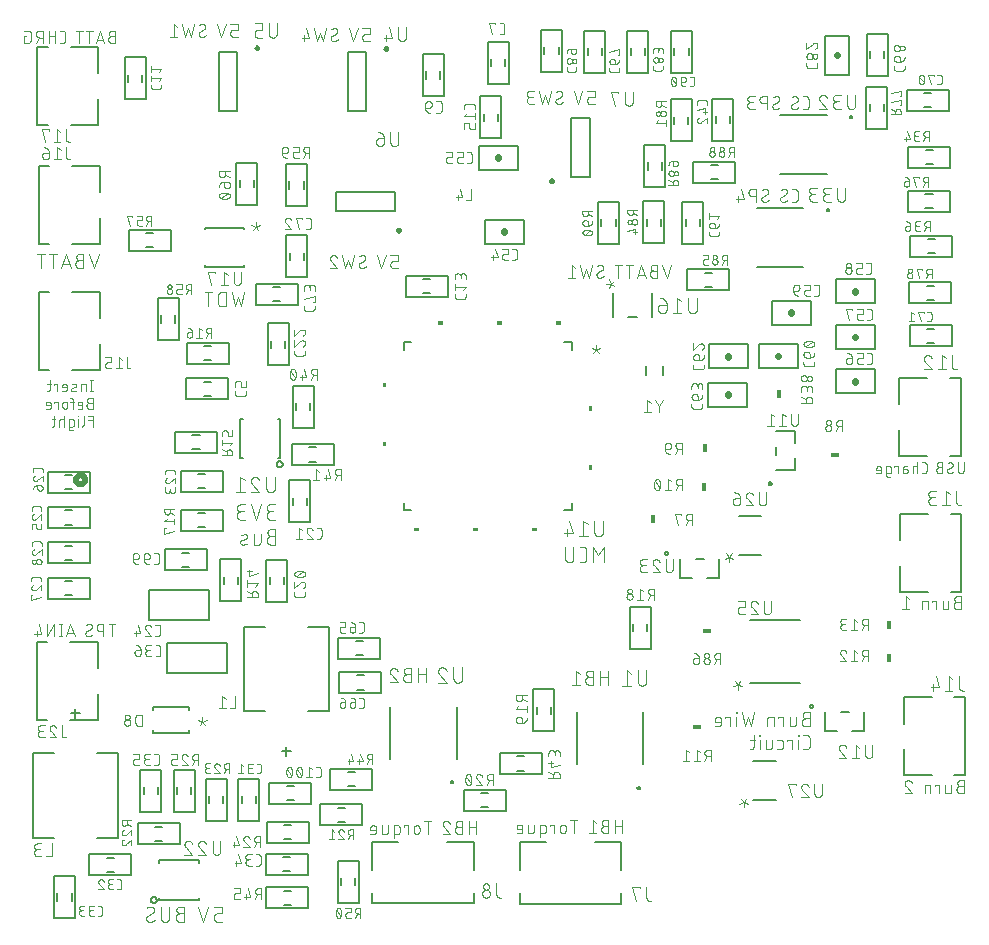
<source format=gbr>
G04 EAGLE Gerber RS-274X export*
G75*
%MOMM*%
%FSLAX34Y34*%
%LPD*%
%INSilkscreen Bottom*%
%IPPOS*%
%AMOC8*
5,1,8,0,0,1.08239X$1,22.5*%
G01*
%ADD10C,0.101600*%
%ADD11C,0.076200*%
%ADD12C,0.177800*%
%ADD13C,0.203200*%
%ADD14C,0.558800*%
%ADD15C,0.127000*%
%ADD16C,0.152400*%
%ADD17R,0.457200X0.762000*%
%ADD18R,0.762000X0.457200*%
%ADD19C,0.200000*%
%ADD20C,0.150000*%
%ADD21C,0.250000*%
%ADD22C,0.508000*%

G36*
X519107Y543181D02*
X519107Y543181D01*
X519109Y543180D01*
X519152Y543200D01*
X519196Y543218D01*
X519196Y543220D01*
X519198Y543221D01*
X519231Y543306D01*
X519231Y545846D01*
X519230Y545848D01*
X519231Y545850D01*
X519211Y545893D01*
X519193Y545937D01*
X519191Y545937D01*
X519190Y545939D01*
X519105Y545972D01*
X515295Y545972D01*
X515293Y545971D01*
X515291Y545972D01*
X515248Y545952D01*
X515204Y545934D01*
X515204Y545932D01*
X515202Y545931D01*
X515169Y545846D01*
X515169Y543306D01*
X515170Y543304D01*
X515169Y543302D01*
X515189Y543259D01*
X515207Y543215D01*
X515209Y543215D01*
X515210Y543213D01*
X515295Y543180D01*
X519105Y543180D01*
X519107Y543181D01*
G37*
G36*
X469107Y543181D02*
X469107Y543181D01*
X469109Y543180D01*
X469152Y543200D01*
X469196Y543218D01*
X469196Y543220D01*
X469198Y543221D01*
X469231Y543306D01*
X469231Y545846D01*
X469230Y545848D01*
X469231Y545850D01*
X469211Y545893D01*
X469193Y545937D01*
X469191Y545937D01*
X469190Y545939D01*
X469105Y545972D01*
X465295Y545972D01*
X465293Y545971D01*
X465291Y545972D01*
X465248Y545952D01*
X465204Y545934D01*
X465204Y545932D01*
X465202Y545931D01*
X465169Y545846D01*
X465169Y543306D01*
X465170Y543304D01*
X465169Y543302D01*
X465189Y543259D01*
X465207Y543215D01*
X465209Y543215D01*
X465210Y543213D01*
X465295Y543180D01*
X469105Y543180D01*
X469107Y543181D01*
G37*
G36*
X419107Y543181D02*
X419107Y543181D01*
X419109Y543180D01*
X419152Y543200D01*
X419196Y543218D01*
X419196Y543220D01*
X419198Y543221D01*
X419231Y543306D01*
X419231Y545846D01*
X419230Y545848D01*
X419231Y545850D01*
X419211Y545893D01*
X419193Y545937D01*
X419191Y545937D01*
X419190Y545939D01*
X419105Y545972D01*
X415295Y545972D01*
X415293Y545971D01*
X415291Y545972D01*
X415248Y545952D01*
X415204Y545934D01*
X415204Y545932D01*
X415202Y545931D01*
X415169Y545846D01*
X415169Y543306D01*
X415170Y543304D01*
X415169Y543302D01*
X415189Y543259D01*
X415207Y543215D01*
X415209Y543215D01*
X415210Y543213D01*
X415295Y543180D01*
X419105Y543180D01*
X419107Y543181D01*
G37*
G36*
X371096Y490170D02*
X371096Y490170D01*
X371098Y490169D01*
X371141Y490189D01*
X371185Y490207D01*
X371185Y490209D01*
X371187Y490210D01*
X371220Y490295D01*
X371220Y494105D01*
X371219Y494107D01*
X371220Y494109D01*
X371200Y494152D01*
X371182Y494196D01*
X371180Y494196D01*
X371179Y494198D01*
X371094Y494231D01*
X368554Y494231D01*
X368552Y494230D01*
X368550Y494231D01*
X368507Y494211D01*
X368463Y494193D01*
X368463Y494191D01*
X368461Y494190D01*
X368428Y494105D01*
X368428Y490295D01*
X368429Y490293D01*
X368428Y490291D01*
X368448Y490248D01*
X368466Y490204D01*
X368468Y490204D01*
X368469Y490202D01*
X368554Y490169D01*
X371094Y490169D01*
X371096Y490170D01*
G37*
G36*
X545848Y470170D02*
X545848Y470170D01*
X545850Y470169D01*
X545893Y470189D01*
X545937Y470207D01*
X545937Y470209D01*
X545939Y470210D01*
X545972Y470295D01*
X545972Y474105D01*
X545971Y474107D01*
X545972Y474109D01*
X545952Y474152D01*
X545934Y474196D01*
X545932Y474196D01*
X545931Y474198D01*
X545846Y474231D01*
X543306Y474231D01*
X543304Y474230D01*
X543302Y474231D01*
X543259Y474211D01*
X543215Y474193D01*
X543215Y474191D01*
X543213Y474190D01*
X543180Y474105D01*
X543180Y470295D01*
X543181Y470293D01*
X543180Y470291D01*
X543200Y470248D01*
X543218Y470204D01*
X543220Y470204D01*
X543221Y470202D01*
X543306Y470169D01*
X545846Y470169D01*
X545848Y470170D01*
G37*
G36*
X371096Y440170D02*
X371096Y440170D01*
X371098Y440169D01*
X371141Y440189D01*
X371185Y440207D01*
X371185Y440209D01*
X371187Y440210D01*
X371220Y440295D01*
X371220Y444105D01*
X371219Y444107D01*
X371220Y444109D01*
X371200Y444152D01*
X371182Y444196D01*
X371180Y444196D01*
X371179Y444198D01*
X371094Y444231D01*
X368554Y444231D01*
X368552Y444230D01*
X368550Y444231D01*
X368507Y444211D01*
X368463Y444193D01*
X368463Y444191D01*
X368461Y444190D01*
X368428Y444105D01*
X368428Y440295D01*
X368429Y440293D01*
X368428Y440291D01*
X368448Y440248D01*
X368466Y440204D01*
X368468Y440204D01*
X368469Y440202D01*
X368554Y440169D01*
X371094Y440169D01*
X371096Y440170D01*
G37*
G36*
X545848Y420170D02*
X545848Y420170D01*
X545850Y420169D01*
X545893Y420189D01*
X545937Y420207D01*
X545937Y420209D01*
X545939Y420210D01*
X545972Y420295D01*
X545972Y424105D01*
X545971Y424107D01*
X545972Y424109D01*
X545952Y424152D01*
X545934Y424196D01*
X545932Y424196D01*
X545931Y424198D01*
X545846Y424231D01*
X543306Y424231D01*
X543304Y424230D01*
X543302Y424231D01*
X543259Y424211D01*
X543215Y424193D01*
X543215Y424191D01*
X543213Y424190D01*
X543180Y424105D01*
X543180Y420295D01*
X543181Y420293D01*
X543180Y420291D01*
X543200Y420248D01*
X543218Y420204D01*
X543220Y420204D01*
X543221Y420202D01*
X543306Y420169D01*
X545846Y420169D01*
X545848Y420170D01*
G37*
G36*
X399107Y368429D02*
X399107Y368429D01*
X399109Y368428D01*
X399152Y368448D01*
X399196Y368466D01*
X399196Y368468D01*
X399198Y368469D01*
X399231Y368554D01*
X399231Y371094D01*
X399230Y371096D01*
X399231Y371098D01*
X399211Y371141D01*
X399193Y371185D01*
X399191Y371185D01*
X399190Y371187D01*
X399105Y371220D01*
X395295Y371220D01*
X395293Y371219D01*
X395291Y371220D01*
X395248Y371200D01*
X395204Y371182D01*
X395204Y371180D01*
X395202Y371179D01*
X395169Y371094D01*
X395169Y368554D01*
X395170Y368552D01*
X395169Y368550D01*
X395189Y368507D01*
X395207Y368463D01*
X395209Y368463D01*
X395210Y368461D01*
X395295Y368428D01*
X399105Y368428D01*
X399107Y368429D01*
G37*
G36*
X449107Y368429D02*
X449107Y368429D01*
X449109Y368428D01*
X449152Y368448D01*
X449196Y368466D01*
X449196Y368468D01*
X449198Y368469D01*
X449231Y368554D01*
X449231Y371094D01*
X449230Y371096D01*
X449231Y371098D01*
X449211Y371141D01*
X449193Y371185D01*
X449191Y371185D01*
X449190Y371187D01*
X449105Y371220D01*
X445295Y371220D01*
X445293Y371219D01*
X445291Y371220D01*
X445248Y371200D01*
X445204Y371182D01*
X445204Y371180D01*
X445202Y371179D01*
X445169Y371094D01*
X445169Y368554D01*
X445170Y368552D01*
X445169Y368550D01*
X445189Y368507D01*
X445207Y368463D01*
X445209Y368463D01*
X445210Y368461D01*
X445295Y368428D01*
X449105Y368428D01*
X449107Y368429D01*
G37*
G36*
X499107Y368429D02*
X499107Y368429D01*
X499109Y368428D01*
X499152Y368448D01*
X499196Y368466D01*
X499196Y368468D01*
X499198Y368469D01*
X499231Y368554D01*
X499231Y371094D01*
X499230Y371096D01*
X499231Y371098D01*
X499211Y371141D01*
X499193Y371185D01*
X499191Y371185D01*
X499190Y371187D01*
X499105Y371220D01*
X495295Y371220D01*
X495293Y371219D01*
X495291Y371220D01*
X495248Y371200D01*
X495204Y371182D01*
X495204Y371180D01*
X495202Y371179D01*
X495169Y371094D01*
X495169Y368554D01*
X495170Y368552D01*
X495169Y368550D01*
X495189Y368507D01*
X495207Y368463D01*
X495209Y368463D01*
X495210Y368461D01*
X495295Y368428D01*
X499105Y368428D01*
X499107Y368429D01*
G37*
D10*
X729876Y209960D02*
X726547Y209960D01*
X726433Y209958D01*
X726320Y209952D01*
X726207Y209943D01*
X726094Y209929D01*
X725981Y209912D01*
X725870Y209890D01*
X725759Y209865D01*
X725649Y209837D01*
X725540Y209804D01*
X725432Y209768D01*
X725326Y209728D01*
X725221Y209684D01*
X725117Y209637D01*
X725015Y209587D01*
X724915Y209533D01*
X724817Y209475D01*
X724721Y209415D01*
X724627Y209351D01*
X724535Y209284D01*
X724446Y209213D01*
X724359Y209140D01*
X724275Y209064D01*
X724193Y208985D01*
X724114Y208903D01*
X724038Y208819D01*
X723965Y208732D01*
X723894Y208643D01*
X723827Y208551D01*
X723763Y208457D01*
X723703Y208361D01*
X723645Y208263D01*
X723591Y208163D01*
X723541Y208061D01*
X723494Y207957D01*
X723450Y207852D01*
X723410Y207746D01*
X723374Y207638D01*
X723341Y207529D01*
X723313Y207419D01*
X723288Y207308D01*
X723266Y207197D01*
X723249Y207084D01*
X723235Y206971D01*
X723226Y206858D01*
X723220Y206745D01*
X723218Y206631D01*
X723220Y206517D01*
X723226Y206404D01*
X723235Y206291D01*
X723249Y206178D01*
X723266Y206065D01*
X723288Y205954D01*
X723313Y205843D01*
X723341Y205733D01*
X723374Y205624D01*
X723410Y205516D01*
X723450Y205410D01*
X723494Y205305D01*
X723541Y205201D01*
X723591Y205099D01*
X723645Y204999D01*
X723703Y204901D01*
X723763Y204805D01*
X723827Y204711D01*
X723894Y204619D01*
X723965Y204530D01*
X724038Y204443D01*
X724114Y204359D01*
X724193Y204277D01*
X724275Y204198D01*
X724359Y204122D01*
X724446Y204049D01*
X724535Y203978D01*
X724627Y203911D01*
X724721Y203847D01*
X724817Y203787D01*
X724915Y203729D01*
X725015Y203675D01*
X725117Y203625D01*
X725221Y203578D01*
X725326Y203534D01*
X725432Y203494D01*
X725540Y203458D01*
X725649Y203425D01*
X725759Y203397D01*
X725870Y203372D01*
X725981Y203350D01*
X726094Y203333D01*
X726207Y203319D01*
X726320Y203310D01*
X726433Y203304D01*
X726547Y203302D01*
X729876Y203302D01*
X729876Y215286D01*
X726547Y215286D01*
X726445Y215284D01*
X726343Y215278D01*
X726242Y215268D01*
X726140Y215255D01*
X726040Y215237D01*
X725940Y215216D01*
X725841Y215191D01*
X725744Y215162D01*
X725647Y215129D01*
X725552Y215093D01*
X725458Y215053D01*
X725365Y215009D01*
X725275Y214962D01*
X725186Y214912D01*
X725099Y214858D01*
X725015Y214801D01*
X724933Y214741D01*
X724853Y214677D01*
X724775Y214611D01*
X724700Y214542D01*
X724628Y214470D01*
X724559Y214395D01*
X724493Y214317D01*
X724429Y214237D01*
X724369Y214155D01*
X724312Y214071D01*
X724258Y213984D01*
X724208Y213895D01*
X724161Y213805D01*
X724117Y213712D01*
X724077Y213618D01*
X724041Y213523D01*
X724008Y213426D01*
X723979Y213329D01*
X723954Y213230D01*
X723933Y213130D01*
X723915Y213030D01*
X723902Y212928D01*
X723892Y212827D01*
X723886Y212725D01*
X723884Y212623D01*
X723886Y212521D01*
X723892Y212419D01*
X723902Y212318D01*
X723915Y212216D01*
X723933Y212116D01*
X723954Y212016D01*
X723979Y211917D01*
X724008Y211820D01*
X724041Y211723D01*
X724077Y211628D01*
X724117Y211534D01*
X724161Y211441D01*
X724208Y211351D01*
X724258Y211262D01*
X724312Y211175D01*
X724369Y211091D01*
X724429Y211009D01*
X724493Y210929D01*
X724559Y210851D01*
X724628Y210776D01*
X724700Y210704D01*
X724775Y210635D01*
X724853Y210569D01*
X724933Y210505D01*
X725015Y210445D01*
X725099Y210388D01*
X725186Y210334D01*
X725275Y210284D01*
X725365Y210237D01*
X725458Y210193D01*
X725552Y210153D01*
X725647Y210117D01*
X725744Y210084D01*
X725841Y210055D01*
X725940Y210030D01*
X726040Y210009D01*
X726140Y209991D01*
X726242Y209978D01*
X726343Y209968D01*
X726445Y209962D01*
X726547Y209960D01*
X718462Y211291D02*
X718462Y205299D01*
X718461Y205299D02*
X718459Y205212D01*
X718453Y205125D01*
X718444Y205038D01*
X718431Y204952D01*
X718414Y204867D01*
X718393Y204782D01*
X718369Y204698D01*
X718341Y204616D01*
X718309Y204535D01*
X718274Y204455D01*
X718235Y204377D01*
X718193Y204301D01*
X718148Y204226D01*
X718100Y204154D01*
X718048Y204083D01*
X717994Y204015D01*
X717936Y203950D01*
X717876Y203887D01*
X717813Y203827D01*
X717748Y203769D01*
X717680Y203715D01*
X717609Y203663D01*
X717537Y203615D01*
X717463Y203570D01*
X717386Y203528D01*
X717308Y203489D01*
X717228Y203454D01*
X717147Y203422D01*
X717065Y203394D01*
X716981Y203370D01*
X716896Y203349D01*
X716811Y203332D01*
X716725Y203319D01*
X716638Y203310D01*
X716551Y203304D01*
X716464Y203302D01*
X713135Y203302D01*
X713135Y211291D01*
X707475Y211291D02*
X707475Y203302D01*
X707475Y211291D02*
X703480Y211291D01*
X703480Y209960D01*
X699352Y211291D02*
X699352Y203302D01*
X699352Y211291D02*
X696023Y211291D01*
X695936Y211289D01*
X695849Y211283D01*
X695762Y211274D01*
X695676Y211261D01*
X695591Y211244D01*
X695506Y211223D01*
X695423Y211199D01*
X695340Y211171D01*
X695259Y211139D01*
X695179Y211104D01*
X695101Y211065D01*
X695025Y211023D01*
X694950Y210978D01*
X694878Y210930D01*
X694807Y210878D01*
X694739Y210824D01*
X694674Y210766D01*
X694611Y210706D01*
X694551Y210643D01*
X694493Y210578D01*
X694439Y210510D01*
X694387Y210439D01*
X694339Y210367D01*
X694294Y210293D01*
X694252Y210216D01*
X694213Y210138D01*
X694178Y210058D01*
X694146Y209977D01*
X694118Y209895D01*
X694094Y209811D01*
X694073Y209726D01*
X694056Y209641D01*
X694043Y209555D01*
X694034Y209468D01*
X694028Y209381D01*
X694026Y209294D01*
X694026Y203302D01*
X680242Y203302D02*
X682905Y215286D01*
X677579Y211291D02*
X680242Y203302D01*
X674916Y203302D02*
X677579Y211291D01*
X672252Y215286D02*
X674916Y203302D01*
X667829Y203302D02*
X667829Y211291D01*
X668162Y214620D02*
X668162Y215286D01*
X667496Y215286D01*
X667496Y214620D01*
X668162Y214620D01*
X662625Y211291D02*
X662625Y203302D01*
X662625Y211291D02*
X658630Y211291D01*
X658630Y209960D01*
X652895Y203302D02*
X649566Y203302D01*
X652895Y203302D02*
X652982Y203304D01*
X653069Y203310D01*
X653156Y203319D01*
X653242Y203332D01*
X653327Y203349D01*
X653412Y203370D01*
X653496Y203394D01*
X653578Y203422D01*
X653659Y203454D01*
X653739Y203489D01*
X653817Y203528D01*
X653894Y203570D01*
X653968Y203615D01*
X654040Y203663D01*
X654111Y203715D01*
X654179Y203769D01*
X654244Y203827D01*
X654307Y203887D01*
X654367Y203950D01*
X654425Y204015D01*
X654479Y204083D01*
X654531Y204154D01*
X654579Y204226D01*
X654624Y204301D01*
X654666Y204377D01*
X654705Y204455D01*
X654740Y204535D01*
X654772Y204616D01*
X654800Y204698D01*
X654824Y204782D01*
X654845Y204867D01*
X654862Y204952D01*
X654875Y205038D01*
X654884Y205125D01*
X654890Y205212D01*
X654892Y205299D01*
X654892Y208628D01*
X654890Y208730D01*
X654884Y208832D01*
X654874Y208933D01*
X654861Y209035D01*
X654843Y209135D01*
X654822Y209235D01*
X654797Y209334D01*
X654768Y209431D01*
X654735Y209528D01*
X654699Y209623D01*
X654659Y209717D01*
X654615Y209810D01*
X654568Y209900D01*
X654518Y209989D01*
X654464Y210076D01*
X654407Y210160D01*
X654347Y210242D01*
X654283Y210322D01*
X654217Y210400D01*
X654148Y210475D01*
X654076Y210547D01*
X654001Y210616D01*
X653923Y210682D01*
X653843Y210746D01*
X653761Y210806D01*
X653677Y210863D01*
X653590Y210917D01*
X653501Y210967D01*
X653411Y211014D01*
X653318Y211058D01*
X653224Y211098D01*
X653129Y211134D01*
X653032Y211167D01*
X652935Y211196D01*
X652836Y211221D01*
X652736Y211242D01*
X652636Y211260D01*
X652534Y211273D01*
X652433Y211283D01*
X652331Y211289D01*
X652229Y211291D01*
X652127Y211289D01*
X652025Y211283D01*
X651924Y211273D01*
X651822Y211260D01*
X651722Y211242D01*
X651622Y211221D01*
X651523Y211196D01*
X651426Y211167D01*
X651329Y211134D01*
X651234Y211098D01*
X651140Y211058D01*
X651047Y211014D01*
X650957Y210967D01*
X650868Y210917D01*
X650781Y210863D01*
X650697Y210806D01*
X650615Y210746D01*
X650535Y210682D01*
X650457Y210616D01*
X650382Y210547D01*
X650310Y210475D01*
X650241Y210400D01*
X650175Y210322D01*
X650111Y210242D01*
X650051Y210160D01*
X649994Y210076D01*
X649940Y209989D01*
X649890Y209900D01*
X649843Y209810D01*
X649799Y209717D01*
X649759Y209623D01*
X649723Y209528D01*
X649690Y209431D01*
X649661Y209334D01*
X649636Y209235D01*
X649615Y209135D01*
X649597Y209035D01*
X649584Y208933D01*
X649574Y208832D01*
X649568Y208730D01*
X649566Y208628D01*
X649566Y207297D01*
X654892Y207297D01*
X724550Y183802D02*
X727213Y183802D01*
X727315Y183804D01*
X727417Y183810D01*
X727518Y183820D01*
X727620Y183833D01*
X727720Y183851D01*
X727820Y183872D01*
X727919Y183897D01*
X728016Y183926D01*
X728113Y183959D01*
X728208Y183995D01*
X728302Y184035D01*
X728395Y184079D01*
X728485Y184126D01*
X728574Y184176D01*
X728661Y184230D01*
X728745Y184287D01*
X728827Y184347D01*
X728907Y184411D01*
X728985Y184477D01*
X729060Y184546D01*
X729132Y184618D01*
X729201Y184693D01*
X729267Y184771D01*
X729331Y184851D01*
X729391Y184933D01*
X729448Y185017D01*
X729502Y185104D01*
X729552Y185193D01*
X729599Y185283D01*
X729643Y185376D01*
X729683Y185470D01*
X729719Y185565D01*
X729752Y185662D01*
X729781Y185759D01*
X729806Y185858D01*
X729827Y185958D01*
X729845Y186059D01*
X729858Y186160D01*
X729868Y186261D01*
X729874Y186363D01*
X729876Y186465D01*
X729876Y193123D01*
X729874Y193225D01*
X729868Y193327D01*
X729858Y193428D01*
X729845Y193529D01*
X729827Y193630D01*
X729806Y193730D01*
X729781Y193829D01*
X729752Y193926D01*
X729719Y194023D01*
X729683Y194118D01*
X729643Y194212D01*
X729599Y194305D01*
X729552Y194395D01*
X729502Y194484D01*
X729448Y194571D01*
X729391Y194655D01*
X729331Y194737D01*
X729267Y194817D01*
X729201Y194895D01*
X729132Y194970D01*
X729060Y195042D01*
X728985Y195111D01*
X728907Y195177D01*
X728827Y195241D01*
X728745Y195301D01*
X728661Y195358D01*
X728574Y195412D01*
X728485Y195462D01*
X728395Y195509D01*
X728302Y195553D01*
X728209Y195593D01*
X728113Y195629D01*
X728017Y195662D01*
X727919Y195691D01*
X727820Y195716D01*
X727720Y195737D01*
X727620Y195755D01*
X727518Y195768D01*
X727417Y195778D01*
X727315Y195784D01*
X727213Y195786D01*
X724550Y195786D01*
X720274Y191791D02*
X720274Y183802D01*
X720607Y195120D02*
X720607Y195786D01*
X719941Y195786D01*
X719941Y195120D01*
X720607Y195120D01*
X715070Y191791D02*
X715070Y183802D01*
X715070Y191791D02*
X711075Y191791D01*
X711075Y190460D01*
X705326Y183802D02*
X702663Y183802D01*
X705326Y183802D02*
X705413Y183804D01*
X705500Y183810D01*
X705587Y183819D01*
X705673Y183832D01*
X705758Y183849D01*
X705843Y183870D01*
X705927Y183894D01*
X706009Y183922D01*
X706090Y183954D01*
X706170Y183989D01*
X706248Y184028D01*
X706325Y184070D01*
X706399Y184115D01*
X706471Y184163D01*
X706542Y184215D01*
X706610Y184269D01*
X706675Y184327D01*
X706738Y184387D01*
X706798Y184450D01*
X706856Y184515D01*
X706910Y184583D01*
X706962Y184654D01*
X707010Y184726D01*
X707055Y184801D01*
X707097Y184877D01*
X707136Y184955D01*
X707171Y185035D01*
X707203Y185116D01*
X707231Y185198D01*
X707255Y185282D01*
X707276Y185367D01*
X707293Y185452D01*
X707306Y185538D01*
X707315Y185625D01*
X707321Y185712D01*
X707323Y185799D01*
X707323Y189794D01*
X707321Y189881D01*
X707315Y189968D01*
X707306Y190055D01*
X707293Y190141D01*
X707276Y190226D01*
X707255Y190311D01*
X707231Y190395D01*
X707203Y190477D01*
X707171Y190558D01*
X707136Y190638D01*
X707097Y190716D01*
X707055Y190793D01*
X707010Y190867D01*
X706962Y190939D01*
X706910Y191010D01*
X706856Y191078D01*
X706798Y191143D01*
X706738Y191206D01*
X706675Y191266D01*
X706610Y191324D01*
X706542Y191378D01*
X706471Y191430D01*
X706399Y191478D01*
X706325Y191523D01*
X706248Y191565D01*
X706170Y191604D01*
X706090Y191639D01*
X706009Y191671D01*
X705927Y191699D01*
X705843Y191723D01*
X705758Y191744D01*
X705673Y191761D01*
X705587Y191774D01*
X705500Y191783D01*
X705413Y191789D01*
X705326Y191791D01*
X702663Y191791D01*
X697977Y191791D02*
X697977Y185799D01*
X697975Y185712D01*
X697969Y185625D01*
X697960Y185538D01*
X697947Y185452D01*
X697930Y185367D01*
X697909Y185282D01*
X697885Y185198D01*
X697857Y185116D01*
X697825Y185035D01*
X697790Y184955D01*
X697751Y184877D01*
X697709Y184801D01*
X697664Y184726D01*
X697616Y184654D01*
X697564Y184583D01*
X697510Y184515D01*
X697452Y184450D01*
X697392Y184387D01*
X697329Y184327D01*
X697264Y184269D01*
X697196Y184215D01*
X697125Y184163D01*
X697053Y184115D01*
X696979Y184070D01*
X696902Y184028D01*
X696824Y183989D01*
X696744Y183954D01*
X696663Y183922D01*
X696581Y183894D01*
X696497Y183870D01*
X696412Y183849D01*
X696327Y183832D01*
X696241Y183819D01*
X696154Y183810D01*
X696067Y183804D01*
X695980Y183802D01*
X692651Y183802D01*
X692651Y191791D01*
X687514Y191791D02*
X687514Y183802D01*
X687847Y195120D02*
X687847Y195786D01*
X687181Y195786D01*
X687181Y195120D01*
X687847Y195120D01*
X683755Y191791D02*
X679760Y191791D01*
X682423Y195786D02*
X682423Y185799D01*
X682421Y185712D01*
X682415Y185625D01*
X682406Y185538D01*
X682393Y185452D01*
X682376Y185367D01*
X682355Y185282D01*
X682331Y185198D01*
X682303Y185116D01*
X682271Y185035D01*
X682236Y184955D01*
X682197Y184877D01*
X682155Y184801D01*
X682110Y184726D01*
X682062Y184654D01*
X682010Y184583D01*
X681956Y184515D01*
X681898Y184450D01*
X681838Y184387D01*
X681775Y184327D01*
X681710Y184269D01*
X681642Y184215D01*
X681571Y184163D01*
X681499Y184115D01*
X681425Y184070D01*
X681348Y184028D01*
X681270Y183989D01*
X681190Y183954D01*
X681109Y183922D01*
X681027Y183894D01*
X680943Y183870D01*
X680858Y183849D01*
X680773Y183832D01*
X680687Y183819D01*
X680600Y183810D01*
X680513Y183804D01*
X680426Y183802D01*
X679760Y183802D01*
X857270Y152687D02*
X860321Y152687D01*
X857270Y152687D02*
X857161Y152685D01*
X857052Y152679D01*
X856944Y152670D01*
X856836Y152656D01*
X856728Y152639D01*
X856621Y152617D01*
X856515Y152592D01*
X856410Y152563D01*
X856306Y152531D01*
X856204Y152495D01*
X856102Y152455D01*
X856003Y152411D01*
X855904Y152364D01*
X855808Y152314D01*
X855713Y152260D01*
X855621Y152203D01*
X855530Y152142D01*
X855442Y152078D01*
X855356Y152012D01*
X855272Y151942D01*
X855191Y151869D01*
X855113Y151793D01*
X855037Y151715D01*
X854964Y151634D01*
X854894Y151550D01*
X854828Y151464D01*
X854764Y151376D01*
X854703Y151285D01*
X854646Y151193D01*
X854592Y151098D01*
X854542Y151002D01*
X854495Y150903D01*
X854451Y150804D01*
X854411Y150702D01*
X854375Y150600D01*
X854343Y150496D01*
X854314Y150391D01*
X854289Y150285D01*
X854267Y150178D01*
X854250Y150070D01*
X854236Y149962D01*
X854227Y149854D01*
X854221Y149745D01*
X854219Y149636D01*
X854221Y149527D01*
X854227Y149418D01*
X854236Y149310D01*
X854250Y149202D01*
X854267Y149094D01*
X854289Y148987D01*
X854314Y148881D01*
X854343Y148776D01*
X854375Y148672D01*
X854411Y148570D01*
X854451Y148468D01*
X854495Y148369D01*
X854542Y148270D01*
X854592Y148174D01*
X854646Y148079D01*
X854703Y147987D01*
X854764Y147896D01*
X854828Y147808D01*
X854894Y147722D01*
X854964Y147638D01*
X855037Y147557D01*
X855113Y147479D01*
X855191Y147403D01*
X855272Y147330D01*
X855356Y147260D01*
X855442Y147194D01*
X855530Y147130D01*
X855621Y147069D01*
X855713Y147012D01*
X855808Y146958D01*
X855904Y146908D01*
X856003Y146861D01*
X856102Y146817D01*
X856204Y146777D01*
X856306Y146741D01*
X856410Y146709D01*
X856515Y146680D01*
X856621Y146655D01*
X856728Y146633D01*
X856836Y146616D01*
X856944Y146602D01*
X857052Y146593D01*
X857161Y146587D01*
X857270Y146585D01*
X860321Y146585D01*
X860321Y157569D01*
X857270Y157569D01*
X857173Y157567D01*
X857076Y157561D01*
X856979Y157552D01*
X856883Y157538D01*
X856788Y157521D01*
X856693Y157500D01*
X856599Y157475D01*
X856506Y157447D01*
X856415Y157414D01*
X856325Y157379D01*
X856236Y157339D01*
X856149Y157296D01*
X856064Y157250D01*
X855980Y157200D01*
X855899Y157147D01*
X855820Y157091D01*
X855743Y157032D01*
X855668Y156970D01*
X855596Y156905D01*
X855527Y156837D01*
X855460Y156766D01*
X855397Y156693D01*
X855336Y156617D01*
X855278Y156539D01*
X855224Y156459D01*
X855172Y156376D01*
X855124Y156292D01*
X855080Y156206D01*
X855039Y156118D01*
X855001Y156028D01*
X854967Y155937D01*
X854937Y155845D01*
X854910Y155752D01*
X854887Y155658D01*
X854868Y155562D01*
X854853Y155467D01*
X854841Y155370D01*
X854833Y155274D01*
X854829Y155177D01*
X854829Y155079D01*
X854833Y154982D01*
X854841Y154886D01*
X854853Y154789D01*
X854868Y154694D01*
X854887Y154598D01*
X854910Y154504D01*
X854937Y154411D01*
X854967Y154319D01*
X855001Y154228D01*
X855039Y154138D01*
X855080Y154050D01*
X855124Y153964D01*
X855172Y153880D01*
X855224Y153797D01*
X855278Y153717D01*
X855336Y153639D01*
X855397Y153563D01*
X855460Y153490D01*
X855527Y153419D01*
X855596Y153351D01*
X855668Y153286D01*
X855743Y153224D01*
X855820Y153165D01*
X855899Y153109D01*
X855980Y153056D01*
X856064Y153006D01*
X856149Y152960D01*
X856236Y152917D01*
X856325Y152877D01*
X856415Y152842D01*
X856506Y152809D01*
X856599Y152781D01*
X856693Y152756D01*
X856788Y152735D01*
X856883Y152718D01*
X856979Y152704D01*
X857076Y152695D01*
X857173Y152689D01*
X857270Y152687D01*
X849795Y153908D02*
X849795Y148416D01*
X849793Y148331D01*
X849787Y148247D01*
X849777Y148163D01*
X849764Y148080D01*
X849746Y147997D01*
X849725Y147915D01*
X849700Y147834D01*
X849671Y147755D01*
X849639Y147676D01*
X849603Y147600D01*
X849564Y147525D01*
X849521Y147452D01*
X849475Y147381D01*
X849425Y147313D01*
X849373Y147246D01*
X849317Y147182D01*
X849259Y147121D01*
X849198Y147063D01*
X849134Y147007D01*
X849067Y146955D01*
X848999Y146905D01*
X848928Y146859D01*
X848855Y146816D01*
X848780Y146777D01*
X848704Y146741D01*
X848625Y146709D01*
X848546Y146680D01*
X848465Y146655D01*
X848383Y146634D01*
X848300Y146616D01*
X848217Y146603D01*
X848133Y146593D01*
X848049Y146587D01*
X847964Y146585D01*
X844913Y146585D01*
X844913Y153908D01*
X839650Y153908D02*
X839650Y146585D01*
X839650Y153908D02*
X835989Y153908D01*
X835989Y152687D01*
X832155Y153908D02*
X832155Y146585D01*
X832155Y153908D02*
X829104Y153908D01*
X829019Y153906D01*
X828935Y153900D01*
X828851Y153890D01*
X828768Y153877D01*
X828685Y153859D01*
X828603Y153838D01*
X828522Y153813D01*
X828443Y153784D01*
X828364Y153752D01*
X828288Y153716D01*
X828213Y153677D01*
X828140Y153634D01*
X828069Y153588D01*
X828001Y153538D01*
X827934Y153486D01*
X827870Y153430D01*
X827809Y153372D01*
X827751Y153311D01*
X827695Y153247D01*
X827643Y153180D01*
X827593Y153112D01*
X827547Y153041D01*
X827504Y152968D01*
X827465Y152893D01*
X827429Y152817D01*
X827397Y152738D01*
X827368Y152659D01*
X827343Y152578D01*
X827322Y152496D01*
X827304Y152413D01*
X827291Y152330D01*
X827281Y152246D01*
X827275Y152162D01*
X827273Y152077D01*
X827273Y146585D01*
X813209Y157569D02*
X813106Y157567D01*
X813004Y157561D01*
X812902Y157552D01*
X812800Y157538D01*
X812698Y157521D01*
X812598Y157500D01*
X812498Y157475D01*
X812400Y157447D01*
X812302Y157415D01*
X812206Y157379D01*
X812111Y157340D01*
X812018Y157297D01*
X811926Y157251D01*
X811836Y157201D01*
X811748Y157148D01*
X811662Y157092D01*
X811578Y157032D01*
X811497Y156970D01*
X811418Y156904D01*
X811341Y156836D01*
X811267Y156765D01*
X811196Y156691D01*
X811128Y156614D01*
X811062Y156535D01*
X811000Y156454D01*
X810940Y156370D01*
X810884Y156284D01*
X810831Y156196D01*
X810781Y156106D01*
X810735Y156014D01*
X810692Y155921D01*
X810653Y155826D01*
X810617Y155730D01*
X810585Y155632D01*
X810557Y155534D01*
X810532Y155434D01*
X810511Y155334D01*
X810494Y155232D01*
X810480Y155130D01*
X810471Y155028D01*
X810465Y154926D01*
X810463Y154823D01*
X813209Y157569D02*
X813326Y157567D01*
X813442Y157561D01*
X813559Y157552D01*
X813675Y157538D01*
X813790Y157521D01*
X813905Y157500D01*
X814019Y157475D01*
X814132Y157446D01*
X814244Y157414D01*
X814355Y157378D01*
X814465Y157338D01*
X814574Y157294D01*
X814680Y157247D01*
X814786Y157197D01*
X814889Y157143D01*
X814991Y157086D01*
X815091Y157025D01*
X815189Y156961D01*
X815284Y156894D01*
X815377Y156824D01*
X815468Y156751D01*
X815557Y156674D01*
X815643Y156595D01*
X815726Y156513D01*
X815806Y156429D01*
X815884Y156342D01*
X815958Y156252D01*
X816030Y156160D01*
X816099Y156065D01*
X816164Y155968D01*
X816226Y155870D01*
X816285Y155769D01*
X816340Y155666D01*
X816393Y155561D01*
X816441Y155455D01*
X816486Y155348D01*
X816528Y155238D01*
X816565Y155128D01*
X811379Y152688D02*
X811305Y152760D01*
X811234Y152836D01*
X811165Y152914D01*
X811100Y152994D01*
X811037Y153077D01*
X810977Y153161D01*
X810920Y153248D01*
X810866Y153337D01*
X810815Y153428D01*
X810768Y153520D01*
X810723Y153614D01*
X810682Y153709D01*
X810645Y153806D01*
X810611Y153904D01*
X810580Y154003D01*
X810553Y154104D01*
X810530Y154205D01*
X810510Y154307D01*
X810493Y154409D01*
X810480Y154512D01*
X810471Y154616D01*
X810466Y154719D01*
X810464Y154823D01*
X811378Y152687D02*
X816565Y146585D01*
X810463Y146585D01*
X854858Y308461D02*
X857909Y308461D01*
X854858Y308461D02*
X854749Y308459D01*
X854640Y308453D01*
X854532Y308444D01*
X854424Y308430D01*
X854316Y308413D01*
X854209Y308391D01*
X854103Y308366D01*
X853998Y308337D01*
X853894Y308305D01*
X853792Y308269D01*
X853690Y308229D01*
X853591Y308185D01*
X853492Y308138D01*
X853396Y308088D01*
X853301Y308034D01*
X853209Y307977D01*
X853118Y307916D01*
X853030Y307852D01*
X852944Y307786D01*
X852860Y307716D01*
X852779Y307643D01*
X852701Y307567D01*
X852625Y307489D01*
X852552Y307408D01*
X852482Y307324D01*
X852416Y307238D01*
X852352Y307150D01*
X852291Y307059D01*
X852234Y306967D01*
X852180Y306872D01*
X852130Y306776D01*
X852083Y306677D01*
X852039Y306578D01*
X851999Y306476D01*
X851963Y306374D01*
X851931Y306270D01*
X851902Y306165D01*
X851877Y306059D01*
X851855Y305952D01*
X851838Y305844D01*
X851824Y305736D01*
X851815Y305628D01*
X851809Y305519D01*
X851807Y305410D01*
X851809Y305301D01*
X851815Y305192D01*
X851824Y305084D01*
X851838Y304976D01*
X851855Y304868D01*
X851877Y304761D01*
X851902Y304655D01*
X851931Y304550D01*
X851963Y304446D01*
X851999Y304344D01*
X852039Y304242D01*
X852083Y304143D01*
X852130Y304044D01*
X852180Y303948D01*
X852234Y303853D01*
X852291Y303761D01*
X852352Y303670D01*
X852416Y303582D01*
X852482Y303496D01*
X852552Y303412D01*
X852625Y303331D01*
X852701Y303253D01*
X852779Y303177D01*
X852860Y303104D01*
X852944Y303034D01*
X853030Y302968D01*
X853118Y302904D01*
X853209Y302843D01*
X853301Y302786D01*
X853396Y302732D01*
X853492Y302682D01*
X853591Y302635D01*
X853690Y302591D01*
X853792Y302551D01*
X853894Y302515D01*
X853998Y302483D01*
X854103Y302454D01*
X854209Y302429D01*
X854316Y302407D01*
X854424Y302390D01*
X854532Y302376D01*
X854640Y302367D01*
X854749Y302361D01*
X854858Y302359D01*
X857909Y302359D01*
X857909Y313343D01*
X854858Y313343D01*
X854761Y313341D01*
X854664Y313335D01*
X854567Y313326D01*
X854471Y313312D01*
X854376Y313295D01*
X854281Y313274D01*
X854187Y313249D01*
X854094Y313221D01*
X854003Y313188D01*
X853913Y313153D01*
X853824Y313113D01*
X853737Y313070D01*
X853652Y313024D01*
X853568Y312974D01*
X853487Y312921D01*
X853408Y312865D01*
X853331Y312806D01*
X853256Y312744D01*
X853184Y312679D01*
X853115Y312611D01*
X853048Y312540D01*
X852985Y312467D01*
X852924Y312391D01*
X852866Y312313D01*
X852812Y312233D01*
X852760Y312150D01*
X852712Y312066D01*
X852668Y311980D01*
X852627Y311892D01*
X852589Y311802D01*
X852555Y311711D01*
X852525Y311619D01*
X852498Y311526D01*
X852475Y311432D01*
X852456Y311336D01*
X852441Y311241D01*
X852429Y311144D01*
X852421Y311048D01*
X852417Y310951D01*
X852417Y310853D01*
X852421Y310756D01*
X852429Y310660D01*
X852441Y310563D01*
X852456Y310468D01*
X852475Y310372D01*
X852498Y310278D01*
X852525Y310185D01*
X852555Y310093D01*
X852589Y310002D01*
X852627Y309912D01*
X852668Y309824D01*
X852712Y309738D01*
X852760Y309654D01*
X852812Y309571D01*
X852866Y309491D01*
X852924Y309413D01*
X852985Y309337D01*
X853048Y309264D01*
X853115Y309193D01*
X853184Y309125D01*
X853256Y309060D01*
X853331Y308998D01*
X853408Y308939D01*
X853487Y308883D01*
X853568Y308830D01*
X853652Y308780D01*
X853737Y308734D01*
X853824Y308691D01*
X853913Y308651D01*
X854003Y308616D01*
X854094Y308583D01*
X854187Y308555D01*
X854281Y308530D01*
X854376Y308509D01*
X854471Y308492D01*
X854567Y308478D01*
X854664Y308469D01*
X854761Y308463D01*
X854858Y308461D01*
X847383Y309682D02*
X847383Y304190D01*
X847381Y304105D01*
X847375Y304021D01*
X847365Y303937D01*
X847352Y303854D01*
X847334Y303771D01*
X847313Y303689D01*
X847288Y303608D01*
X847259Y303529D01*
X847227Y303450D01*
X847191Y303374D01*
X847152Y303299D01*
X847109Y303226D01*
X847063Y303155D01*
X847013Y303087D01*
X846961Y303020D01*
X846905Y302956D01*
X846847Y302895D01*
X846786Y302837D01*
X846722Y302781D01*
X846655Y302729D01*
X846587Y302679D01*
X846516Y302633D01*
X846443Y302590D01*
X846368Y302551D01*
X846292Y302515D01*
X846213Y302483D01*
X846134Y302454D01*
X846053Y302429D01*
X845971Y302408D01*
X845888Y302390D01*
X845805Y302377D01*
X845721Y302367D01*
X845637Y302361D01*
X845552Y302359D01*
X842501Y302359D01*
X842501Y309682D01*
X837239Y309682D02*
X837239Y302359D01*
X837239Y309682D02*
X833577Y309682D01*
X833577Y308461D01*
X829743Y309682D02*
X829743Y302359D01*
X829743Y309682D02*
X826692Y309682D01*
X826607Y309680D01*
X826523Y309674D01*
X826439Y309664D01*
X826356Y309651D01*
X826273Y309633D01*
X826191Y309612D01*
X826110Y309587D01*
X826031Y309558D01*
X825952Y309526D01*
X825876Y309490D01*
X825801Y309451D01*
X825728Y309408D01*
X825657Y309362D01*
X825589Y309312D01*
X825522Y309260D01*
X825458Y309204D01*
X825397Y309146D01*
X825339Y309085D01*
X825283Y309021D01*
X825231Y308954D01*
X825181Y308886D01*
X825135Y308815D01*
X825092Y308742D01*
X825053Y308667D01*
X825017Y308591D01*
X824985Y308512D01*
X824956Y308433D01*
X824931Y308352D01*
X824910Y308270D01*
X824892Y308187D01*
X824879Y308104D01*
X824869Y308020D01*
X824863Y307936D01*
X824861Y307851D01*
X824861Y302359D01*
X814153Y310902D02*
X811102Y313343D01*
X811102Y302359D01*
X814153Y302359D02*
X808051Y302359D01*
D11*
X860407Y420081D02*
X860407Y426753D01*
X860407Y420081D02*
X860405Y419982D01*
X860399Y419882D01*
X860390Y419783D01*
X860376Y419685D01*
X860359Y419587D01*
X860338Y419489D01*
X860313Y419393D01*
X860284Y419298D01*
X860252Y419203D01*
X860216Y419111D01*
X860177Y419019D01*
X860134Y418929D01*
X860088Y418841D01*
X860038Y418755D01*
X859985Y418671D01*
X859929Y418589D01*
X859869Y418509D01*
X859807Y418432D01*
X859741Y418357D01*
X859673Y418284D01*
X859602Y418215D01*
X859528Y418148D01*
X859452Y418084D01*
X859373Y418023D01*
X859292Y417965D01*
X859209Y417910D01*
X859124Y417859D01*
X859037Y417811D01*
X858948Y417766D01*
X858857Y417725D01*
X858765Y417687D01*
X858672Y417653D01*
X858577Y417623D01*
X858481Y417596D01*
X858384Y417573D01*
X858287Y417554D01*
X858188Y417539D01*
X858089Y417527D01*
X857990Y417519D01*
X857891Y417515D01*
X857791Y417515D01*
X857692Y417519D01*
X857593Y417527D01*
X857494Y417539D01*
X857395Y417554D01*
X857298Y417573D01*
X857201Y417596D01*
X857105Y417623D01*
X857010Y417653D01*
X856917Y417687D01*
X856825Y417725D01*
X856734Y417766D01*
X856645Y417811D01*
X856558Y417859D01*
X856473Y417910D01*
X856390Y417965D01*
X856309Y418023D01*
X856230Y418084D01*
X856154Y418148D01*
X856080Y418215D01*
X856009Y418284D01*
X855941Y418357D01*
X855875Y418432D01*
X855813Y418509D01*
X855753Y418589D01*
X855697Y418671D01*
X855644Y418755D01*
X855594Y418841D01*
X855548Y418929D01*
X855505Y419019D01*
X855466Y419111D01*
X855430Y419203D01*
X855398Y419298D01*
X855369Y419393D01*
X855344Y419489D01*
X855323Y419587D01*
X855306Y419685D01*
X855292Y419783D01*
X855283Y419882D01*
X855277Y419982D01*
X855275Y420081D01*
X855274Y420081D02*
X855274Y426753D01*
X846274Y419568D02*
X846276Y419478D01*
X846282Y419389D01*
X846292Y419300D01*
X846305Y419211D01*
X846323Y419124D01*
X846344Y419037D01*
X846369Y418951D01*
X846398Y418866D01*
X846430Y418782D01*
X846466Y418700D01*
X846506Y418620D01*
X846549Y418541D01*
X846596Y418465D01*
X846645Y418390D01*
X846698Y418318D01*
X846754Y418248D01*
X846813Y418181D01*
X846875Y418116D01*
X846940Y418054D01*
X847007Y417995D01*
X847077Y417939D01*
X847149Y417886D01*
X847224Y417837D01*
X847301Y417790D01*
X847379Y417747D01*
X847459Y417707D01*
X847541Y417671D01*
X847625Y417639D01*
X847710Y417610D01*
X847796Y417585D01*
X847883Y417564D01*
X847971Y417546D01*
X848059Y417533D01*
X848148Y417523D01*
X848237Y417517D01*
X848327Y417515D01*
X848454Y417517D01*
X848581Y417522D01*
X848707Y417532D01*
X848833Y417545D01*
X848959Y417561D01*
X849084Y417582D01*
X849209Y417606D01*
X849332Y417633D01*
X849455Y417664D01*
X849577Y417699D01*
X849698Y417737D01*
X849818Y417779D01*
X849936Y417825D01*
X850053Y417873D01*
X850169Y417926D01*
X850283Y417981D01*
X850395Y418040D01*
X850506Y418102D01*
X850615Y418167D01*
X850721Y418236D01*
X850826Y418307D01*
X850929Y418382D01*
X851029Y418460D01*
X851127Y418540D01*
X851223Y418623D01*
X851316Y418709D01*
X851406Y418798D01*
X851150Y424700D02*
X851148Y424790D01*
X851142Y424879D01*
X851132Y424968D01*
X851119Y425056D01*
X851101Y425144D01*
X851080Y425231D01*
X851055Y425317D01*
X851026Y425402D01*
X850994Y425486D01*
X850958Y425568D01*
X850918Y425648D01*
X850875Y425727D01*
X850828Y425803D01*
X850779Y425878D01*
X850726Y425950D01*
X850670Y426020D01*
X850611Y426087D01*
X850549Y426152D01*
X850484Y426214D01*
X850417Y426273D01*
X850347Y426329D01*
X850275Y426382D01*
X850200Y426431D01*
X850124Y426478D01*
X850045Y426521D01*
X849965Y426561D01*
X849883Y426597D01*
X849799Y426629D01*
X849714Y426658D01*
X849628Y426683D01*
X849541Y426704D01*
X849453Y426722D01*
X849365Y426735D01*
X849276Y426745D01*
X849187Y426751D01*
X849097Y426753D01*
X848973Y426751D01*
X848849Y426745D01*
X848726Y426735D01*
X848603Y426721D01*
X848480Y426703D01*
X848359Y426681D01*
X848237Y426656D01*
X848117Y426626D01*
X847998Y426593D01*
X847880Y426555D01*
X847763Y426514D01*
X847648Y426470D01*
X847534Y426421D01*
X847421Y426369D01*
X847311Y426313D01*
X847202Y426254D01*
X847095Y426191D01*
X846990Y426125D01*
X846888Y426056D01*
X846788Y425983D01*
X850124Y422904D02*
X850200Y422951D01*
X850275Y423002D01*
X850347Y423056D01*
X850417Y423113D01*
X850484Y423173D01*
X850549Y423236D01*
X850611Y423301D01*
X850670Y423369D01*
X850726Y423440D01*
X850779Y423513D01*
X850829Y423588D01*
X850875Y423666D01*
X850918Y423745D01*
X850958Y423826D01*
X850994Y423909D01*
X851026Y423993D01*
X851055Y424078D01*
X851080Y424165D01*
X851101Y424253D01*
X851119Y424341D01*
X851132Y424430D01*
X851142Y424520D01*
X851148Y424610D01*
X851150Y424700D01*
X847301Y421364D02*
X847224Y421317D01*
X847149Y421266D01*
X847077Y421212D01*
X847007Y421155D01*
X846940Y421095D01*
X846875Y421032D01*
X846813Y420967D01*
X846754Y420899D01*
X846698Y420828D01*
X846645Y420755D01*
X846595Y420680D01*
X846549Y420602D01*
X846506Y420523D01*
X846466Y420442D01*
X846430Y420359D01*
X846398Y420275D01*
X846369Y420190D01*
X846344Y420103D01*
X846323Y420016D01*
X846305Y419927D01*
X846292Y419838D01*
X846282Y419748D01*
X846276Y419658D01*
X846274Y419568D01*
X847301Y421364D02*
X850124Y422904D01*
X842277Y422647D02*
X839710Y422647D01*
X839611Y422645D01*
X839511Y422639D01*
X839412Y422630D01*
X839314Y422616D01*
X839216Y422599D01*
X839118Y422578D01*
X839022Y422553D01*
X838927Y422524D01*
X838832Y422492D01*
X838740Y422456D01*
X838648Y422417D01*
X838558Y422374D01*
X838470Y422328D01*
X838384Y422278D01*
X838300Y422225D01*
X838218Y422169D01*
X838138Y422109D01*
X838061Y422047D01*
X837986Y421981D01*
X837913Y421913D01*
X837844Y421842D01*
X837777Y421768D01*
X837713Y421692D01*
X837652Y421613D01*
X837594Y421532D01*
X837539Y421449D01*
X837488Y421364D01*
X837440Y421277D01*
X837395Y421188D01*
X837354Y421097D01*
X837316Y421005D01*
X837282Y420912D01*
X837252Y420817D01*
X837225Y420721D01*
X837202Y420624D01*
X837183Y420527D01*
X837168Y420428D01*
X837156Y420329D01*
X837148Y420230D01*
X837144Y420131D01*
X837144Y420031D01*
X837148Y419932D01*
X837156Y419833D01*
X837168Y419734D01*
X837183Y419635D01*
X837202Y419538D01*
X837225Y419441D01*
X837252Y419345D01*
X837282Y419250D01*
X837316Y419157D01*
X837354Y419065D01*
X837395Y418974D01*
X837440Y418885D01*
X837488Y418798D01*
X837539Y418713D01*
X837594Y418630D01*
X837652Y418549D01*
X837713Y418470D01*
X837777Y418394D01*
X837844Y418320D01*
X837913Y418249D01*
X837986Y418181D01*
X838061Y418115D01*
X838138Y418053D01*
X838218Y417993D01*
X838300Y417937D01*
X838384Y417884D01*
X838470Y417834D01*
X838558Y417788D01*
X838648Y417745D01*
X838740Y417706D01*
X838832Y417670D01*
X838927Y417638D01*
X839022Y417609D01*
X839118Y417584D01*
X839216Y417563D01*
X839314Y417546D01*
X839412Y417532D01*
X839511Y417523D01*
X839611Y417517D01*
X839710Y417515D01*
X842277Y417515D01*
X842277Y426753D01*
X839710Y426753D01*
X839620Y426751D01*
X839531Y426745D01*
X839442Y426735D01*
X839354Y426722D01*
X839266Y426704D01*
X839179Y426683D01*
X839093Y426658D01*
X839008Y426629D01*
X838924Y426597D01*
X838842Y426561D01*
X838762Y426521D01*
X838684Y426478D01*
X838607Y426431D01*
X838532Y426382D01*
X838460Y426329D01*
X838390Y426273D01*
X838323Y426214D01*
X838258Y426152D01*
X838196Y426087D01*
X838137Y426020D01*
X838081Y425950D01*
X838028Y425878D01*
X837979Y425803D01*
X837932Y425727D01*
X837889Y425648D01*
X837849Y425568D01*
X837813Y425486D01*
X837781Y425402D01*
X837752Y425317D01*
X837727Y425231D01*
X837706Y425144D01*
X837688Y425056D01*
X837675Y424968D01*
X837665Y424879D01*
X837659Y424790D01*
X837657Y424700D01*
X837659Y424610D01*
X837665Y424521D01*
X837675Y424432D01*
X837688Y424344D01*
X837706Y424256D01*
X837727Y424169D01*
X837752Y424083D01*
X837781Y423998D01*
X837813Y423914D01*
X837849Y423832D01*
X837889Y423752D01*
X837932Y423674D01*
X837979Y423597D01*
X838028Y423522D01*
X838081Y423450D01*
X838137Y423380D01*
X838196Y423313D01*
X838258Y423248D01*
X838323Y423186D01*
X838390Y423127D01*
X838460Y423071D01*
X838532Y423018D01*
X838607Y422969D01*
X838684Y422922D01*
X838762Y422879D01*
X838842Y422839D01*
X838924Y422803D01*
X839008Y422771D01*
X839093Y422742D01*
X839179Y422717D01*
X839266Y422696D01*
X839354Y422678D01*
X839442Y422665D01*
X839531Y422655D01*
X839620Y422649D01*
X839710Y422647D01*
X826879Y417515D02*
X824826Y417515D01*
X826879Y417515D02*
X826969Y417517D01*
X827058Y417523D01*
X827147Y417533D01*
X827235Y417546D01*
X827323Y417564D01*
X827410Y417585D01*
X827496Y417610D01*
X827581Y417639D01*
X827665Y417671D01*
X827747Y417707D01*
X827827Y417747D01*
X827906Y417790D01*
X827982Y417837D01*
X828057Y417886D01*
X828129Y417939D01*
X828199Y417995D01*
X828266Y418054D01*
X828331Y418116D01*
X828393Y418181D01*
X828452Y418248D01*
X828508Y418318D01*
X828561Y418390D01*
X828610Y418465D01*
X828657Y418542D01*
X828700Y418620D01*
X828740Y418700D01*
X828776Y418782D01*
X828808Y418866D01*
X828837Y418951D01*
X828862Y419037D01*
X828883Y419124D01*
X828901Y419212D01*
X828914Y419300D01*
X828924Y419389D01*
X828930Y419478D01*
X828932Y419568D01*
X828932Y424700D01*
X828930Y424790D01*
X828924Y424879D01*
X828914Y424968D01*
X828901Y425056D01*
X828883Y425144D01*
X828862Y425231D01*
X828837Y425317D01*
X828808Y425402D01*
X828776Y425486D01*
X828740Y425568D01*
X828700Y425648D01*
X828657Y425727D01*
X828610Y425803D01*
X828561Y425878D01*
X828508Y425950D01*
X828452Y426020D01*
X828393Y426087D01*
X828331Y426152D01*
X828266Y426214D01*
X828199Y426273D01*
X828129Y426329D01*
X828057Y426382D01*
X827982Y426431D01*
X827906Y426478D01*
X827827Y426521D01*
X827747Y426561D01*
X827665Y426597D01*
X827581Y426629D01*
X827496Y426658D01*
X827410Y426683D01*
X827323Y426704D01*
X827235Y426722D01*
X827147Y426735D01*
X827058Y426745D01*
X826969Y426751D01*
X826879Y426753D01*
X824826Y426753D01*
X821194Y426753D02*
X821194Y417515D01*
X821194Y423674D02*
X818627Y423674D01*
X818549Y423672D01*
X818471Y423666D01*
X818394Y423656D01*
X818317Y423642D01*
X818241Y423625D01*
X818166Y423603D01*
X818092Y423578D01*
X818020Y423549D01*
X817949Y423517D01*
X817880Y423480D01*
X817812Y423441D01*
X817747Y423398D01*
X817684Y423352D01*
X817624Y423302D01*
X817566Y423250D01*
X817511Y423195D01*
X817459Y423137D01*
X817409Y423077D01*
X817363Y423014D01*
X817320Y422949D01*
X817281Y422881D01*
X817244Y422812D01*
X817212Y422741D01*
X817183Y422669D01*
X817158Y422595D01*
X817136Y422520D01*
X817119Y422444D01*
X817105Y422367D01*
X817095Y422290D01*
X817089Y422212D01*
X817087Y422134D01*
X817088Y422134D02*
X817088Y417515D01*
X811343Y421108D02*
X809033Y421108D01*
X811343Y421107D02*
X811426Y421105D01*
X811509Y421099D01*
X811591Y421090D01*
X811673Y421076D01*
X811754Y421059D01*
X811834Y421038D01*
X811914Y421014D01*
X811992Y420986D01*
X812068Y420954D01*
X812144Y420919D01*
X812217Y420880D01*
X812288Y420838D01*
X812358Y420793D01*
X812425Y420744D01*
X812490Y420693D01*
X812553Y420638D01*
X812613Y420581D01*
X812670Y420521D01*
X812725Y420458D01*
X812776Y420393D01*
X812825Y420326D01*
X812870Y420256D01*
X812912Y420185D01*
X812951Y420112D01*
X812986Y420036D01*
X813018Y419960D01*
X813046Y419882D01*
X813070Y419802D01*
X813091Y419722D01*
X813108Y419641D01*
X813122Y419559D01*
X813131Y419477D01*
X813137Y419394D01*
X813139Y419311D01*
X813137Y419228D01*
X813131Y419145D01*
X813122Y419063D01*
X813108Y418981D01*
X813091Y418900D01*
X813070Y418820D01*
X813046Y418740D01*
X813018Y418662D01*
X812986Y418586D01*
X812951Y418510D01*
X812912Y418437D01*
X812870Y418366D01*
X812825Y418296D01*
X812776Y418229D01*
X812725Y418164D01*
X812670Y418101D01*
X812613Y418041D01*
X812553Y417984D01*
X812490Y417929D01*
X812425Y417878D01*
X812358Y417829D01*
X812288Y417784D01*
X812217Y417742D01*
X812144Y417703D01*
X812068Y417668D01*
X811992Y417636D01*
X811914Y417608D01*
X811834Y417584D01*
X811754Y417563D01*
X811673Y417546D01*
X811591Y417532D01*
X811509Y417523D01*
X811426Y417517D01*
X811343Y417515D01*
X809033Y417515D01*
X809033Y422134D01*
X809035Y422210D01*
X809040Y422285D01*
X809050Y422360D01*
X809063Y422434D01*
X809079Y422508D01*
X809099Y422581D01*
X809123Y422653D01*
X809150Y422723D01*
X809181Y422792D01*
X809215Y422860D01*
X809252Y422926D01*
X809293Y422990D01*
X809336Y423051D01*
X809383Y423111D01*
X809432Y423168D01*
X809484Y423223D01*
X809539Y423275D01*
X809596Y423324D01*
X809656Y423371D01*
X809717Y423414D01*
X809781Y423455D01*
X809847Y423492D01*
X809915Y423526D01*
X809984Y423557D01*
X810054Y423584D01*
X810126Y423608D01*
X810199Y423628D01*
X810273Y423644D01*
X810347Y423657D01*
X810422Y423667D01*
X810497Y423672D01*
X810573Y423674D01*
X812626Y423674D01*
X804643Y423674D02*
X804643Y417515D01*
X804643Y423674D02*
X801563Y423674D01*
X801563Y422647D01*
X797199Y417515D02*
X794633Y417515D01*
X797199Y417515D02*
X797275Y417517D01*
X797350Y417522D01*
X797425Y417532D01*
X797499Y417545D01*
X797573Y417561D01*
X797646Y417581D01*
X797718Y417605D01*
X797788Y417632D01*
X797857Y417663D01*
X797925Y417697D01*
X797991Y417734D01*
X798055Y417775D01*
X798116Y417818D01*
X798176Y417865D01*
X798233Y417914D01*
X798288Y417966D01*
X798340Y418021D01*
X798389Y418078D01*
X798436Y418138D01*
X798479Y418199D01*
X798520Y418263D01*
X798557Y418329D01*
X798591Y418397D01*
X798622Y418466D01*
X798649Y418536D01*
X798673Y418608D01*
X798693Y418681D01*
X798709Y418755D01*
X798722Y418829D01*
X798732Y418904D01*
X798737Y418979D01*
X798739Y419055D01*
X798739Y422134D01*
X798737Y422210D01*
X798732Y422285D01*
X798722Y422360D01*
X798709Y422434D01*
X798693Y422508D01*
X798673Y422581D01*
X798649Y422653D01*
X798622Y422723D01*
X798591Y422792D01*
X798557Y422860D01*
X798520Y422926D01*
X798479Y422990D01*
X798436Y423051D01*
X798389Y423111D01*
X798340Y423168D01*
X798288Y423223D01*
X798233Y423275D01*
X798176Y423324D01*
X798116Y423371D01*
X798055Y423414D01*
X797991Y423455D01*
X797925Y423492D01*
X797857Y423526D01*
X797788Y423557D01*
X797718Y423584D01*
X797646Y423608D01*
X797573Y423628D01*
X797499Y423644D01*
X797425Y423657D01*
X797350Y423667D01*
X797275Y423672D01*
X797199Y423674D01*
X794633Y423674D01*
X794633Y415976D01*
X794635Y415900D01*
X794640Y415825D01*
X794650Y415750D01*
X794663Y415676D01*
X794679Y415602D01*
X794699Y415529D01*
X794723Y415457D01*
X794750Y415387D01*
X794781Y415318D01*
X794815Y415250D01*
X794852Y415184D01*
X794893Y415120D01*
X794936Y415059D01*
X794983Y414999D01*
X795032Y414942D01*
X795084Y414887D01*
X795139Y414835D01*
X795196Y414786D01*
X795256Y414739D01*
X795317Y414696D01*
X795381Y414655D01*
X795447Y414618D01*
X795515Y414584D01*
X795584Y414553D01*
X795654Y414526D01*
X795726Y414502D01*
X795799Y414482D01*
X795873Y414466D01*
X795947Y414453D01*
X796022Y414443D01*
X796097Y414438D01*
X796173Y414436D01*
X798226Y414436D01*
X789054Y417515D02*
X786488Y417515D01*
X789054Y417515D02*
X789130Y417517D01*
X789205Y417522D01*
X789280Y417532D01*
X789354Y417545D01*
X789428Y417561D01*
X789501Y417581D01*
X789573Y417605D01*
X789643Y417632D01*
X789712Y417663D01*
X789780Y417697D01*
X789846Y417734D01*
X789910Y417775D01*
X789971Y417818D01*
X790031Y417865D01*
X790088Y417914D01*
X790143Y417966D01*
X790195Y418021D01*
X790244Y418078D01*
X790291Y418138D01*
X790334Y418199D01*
X790375Y418263D01*
X790412Y418329D01*
X790446Y418397D01*
X790477Y418466D01*
X790504Y418536D01*
X790528Y418608D01*
X790548Y418681D01*
X790564Y418755D01*
X790577Y418829D01*
X790587Y418904D01*
X790592Y418979D01*
X790594Y419055D01*
X790594Y421621D01*
X790592Y421711D01*
X790586Y421800D01*
X790576Y421889D01*
X790563Y421977D01*
X790545Y422065D01*
X790524Y422152D01*
X790499Y422238D01*
X790470Y422323D01*
X790438Y422407D01*
X790402Y422489D01*
X790362Y422569D01*
X790319Y422648D01*
X790272Y422724D01*
X790223Y422799D01*
X790170Y422871D01*
X790114Y422941D01*
X790055Y423008D01*
X789993Y423073D01*
X789928Y423135D01*
X789861Y423194D01*
X789791Y423250D01*
X789719Y423303D01*
X789644Y423352D01*
X789568Y423399D01*
X789489Y423442D01*
X789409Y423482D01*
X789327Y423518D01*
X789243Y423550D01*
X789158Y423579D01*
X789072Y423604D01*
X788985Y423625D01*
X788897Y423643D01*
X788809Y423656D01*
X788720Y423666D01*
X788631Y423672D01*
X788541Y423674D01*
X788451Y423672D01*
X788362Y423666D01*
X788273Y423656D01*
X788185Y423643D01*
X788097Y423625D01*
X788010Y423604D01*
X787924Y423579D01*
X787839Y423550D01*
X787755Y423518D01*
X787673Y423482D01*
X787593Y423442D01*
X787515Y423399D01*
X787438Y423352D01*
X787363Y423303D01*
X787291Y423250D01*
X787221Y423194D01*
X787154Y423135D01*
X787089Y423073D01*
X787027Y423008D01*
X786968Y422941D01*
X786912Y422871D01*
X786859Y422799D01*
X786810Y422724D01*
X786763Y422648D01*
X786720Y422569D01*
X786680Y422489D01*
X786644Y422407D01*
X786612Y422323D01*
X786583Y422238D01*
X786558Y422152D01*
X786537Y422065D01*
X786519Y421977D01*
X786506Y421889D01*
X786496Y421800D01*
X786490Y421711D01*
X786488Y421621D01*
X786488Y420595D01*
X790594Y420595D01*
D10*
X547771Y730046D02*
X544110Y730046D01*
X544012Y730048D01*
X543914Y730054D01*
X543816Y730064D01*
X543718Y730078D01*
X543622Y730095D01*
X543526Y730117D01*
X543431Y730142D01*
X543337Y730172D01*
X543244Y730205D01*
X543153Y730241D01*
X543064Y730282D01*
X542976Y730326D01*
X542890Y730373D01*
X542805Y730424D01*
X542723Y730478D01*
X542644Y730536D01*
X542566Y730596D01*
X542491Y730660D01*
X542419Y730727D01*
X542350Y730796D01*
X542283Y730868D01*
X542219Y730943D01*
X542159Y731021D01*
X542101Y731100D01*
X542047Y731182D01*
X541996Y731266D01*
X541949Y731353D01*
X541905Y731441D01*
X541864Y731530D01*
X541828Y731621D01*
X541795Y731714D01*
X541765Y731808D01*
X541740Y731903D01*
X541718Y731999D01*
X541701Y732095D01*
X541687Y732193D01*
X541677Y732291D01*
X541671Y732389D01*
X541669Y732487D01*
X541669Y733707D01*
X541671Y733803D01*
X541677Y733899D01*
X541686Y733994D01*
X541699Y734089D01*
X541716Y734183D01*
X541736Y734277D01*
X541761Y734370D01*
X541788Y734461D01*
X541820Y734552D01*
X541855Y734641D01*
X541893Y734729D01*
X541935Y734815D01*
X541980Y734900D01*
X542029Y734982D01*
X542080Y735063D01*
X542135Y735142D01*
X542193Y735218D01*
X542254Y735292D01*
X542318Y735364D01*
X542384Y735433D01*
X542453Y735499D01*
X542525Y735563D01*
X542599Y735624D01*
X542675Y735682D01*
X542754Y735737D01*
X542835Y735788D01*
X542917Y735837D01*
X543002Y735882D01*
X543088Y735924D01*
X543176Y735962D01*
X543265Y735997D01*
X543356Y736029D01*
X543447Y736056D01*
X543540Y736081D01*
X543634Y736101D01*
X543728Y736118D01*
X543823Y736131D01*
X543919Y736140D01*
X544014Y736146D01*
X544110Y736148D01*
X547771Y736148D01*
X547771Y741030D01*
X541669Y741030D01*
X537581Y741030D02*
X533920Y730046D01*
X530259Y741030D01*
X517110Y730046D02*
X517014Y730048D01*
X516919Y730054D01*
X516823Y730063D01*
X516728Y730076D01*
X516634Y730093D01*
X516540Y730113D01*
X516447Y730138D01*
X516356Y730165D01*
X516265Y730197D01*
X516176Y730232D01*
X516088Y730270D01*
X516002Y730312D01*
X515917Y730357D01*
X515835Y730406D01*
X515754Y730457D01*
X515675Y730512D01*
X515599Y730570D01*
X515525Y730631D01*
X515453Y730695D01*
X515384Y730761D01*
X515318Y730830D01*
X515254Y730902D01*
X515193Y730976D01*
X515135Y731052D01*
X515080Y731131D01*
X515029Y731212D01*
X514980Y731294D01*
X514935Y731379D01*
X514893Y731465D01*
X514855Y731553D01*
X514820Y731642D01*
X514788Y731733D01*
X514761Y731824D01*
X514736Y731917D01*
X514716Y732011D01*
X514699Y732105D01*
X514686Y732200D01*
X514677Y732295D01*
X514671Y732391D01*
X514669Y732487D01*
X517110Y730045D02*
X517250Y730047D01*
X517391Y730053D01*
X517531Y730062D01*
X517671Y730076D01*
X517810Y730093D01*
X517949Y730114D01*
X518087Y730138D01*
X518224Y730167D01*
X518361Y730199D01*
X518497Y730235D01*
X518632Y730275D01*
X518765Y730318D01*
X518897Y730365D01*
X519028Y730415D01*
X519158Y730469D01*
X519286Y730527D01*
X519413Y730588D01*
X519537Y730652D01*
X519660Y730720D01*
X519781Y730791D01*
X519901Y730865D01*
X520018Y730943D01*
X520132Y731024D01*
X520245Y731107D01*
X520355Y731194D01*
X520463Y731284D01*
X520569Y731377D01*
X520671Y731472D01*
X520772Y731571D01*
X520466Y738589D02*
X520464Y738685D01*
X520458Y738781D01*
X520449Y738876D01*
X520436Y738971D01*
X520419Y739065D01*
X520399Y739159D01*
X520374Y739252D01*
X520347Y739343D01*
X520315Y739434D01*
X520280Y739523D01*
X520242Y739611D01*
X520200Y739697D01*
X520155Y739782D01*
X520106Y739864D01*
X520055Y739945D01*
X520000Y740024D01*
X519942Y740100D01*
X519881Y740174D01*
X519817Y740246D01*
X519751Y740315D01*
X519682Y740381D01*
X519610Y740445D01*
X519536Y740506D01*
X519460Y740564D01*
X519381Y740619D01*
X519300Y740670D01*
X519218Y740719D01*
X519133Y740764D01*
X519047Y740806D01*
X518959Y740844D01*
X518870Y740879D01*
X518779Y740911D01*
X518688Y740938D01*
X518595Y740963D01*
X518501Y740983D01*
X518407Y741000D01*
X518312Y741013D01*
X518217Y741022D01*
X518121Y741028D01*
X518025Y741030D01*
X517891Y741028D01*
X517757Y741022D01*
X517624Y741012D01*
X517491Y740999D01*
X517358Y740981D01*
X517226Y740960D01*
X517094Y740934D01*
X516964Y740905D01*
X516834Y740872D01*
X516705Y740836D01*
X516578Y740795D01*
X516451Y740751D01*
X516326Y740703D01*
X516203Y740652D01*
X516081Y740596D01*
X515960Y740538D01*
X515842Y740476D01*
X515725Y740410D01*
X515610Y740341D01*
X515498Y740269D01*
X515387Y740193D01*
X515279Y740115D01*
X519246Y736453D02*
X519330Y736505D01*
X519412Y736560D01*
X519492Y736619D01*
X519569Y736681D01*
X519644Y736745D01*
X519716Y736813D01*
X519786Y736883D01*
X519853Y736957D01*
X519916Y737032D01*
X519977Y737111D01*
X520034Y737191D01*
X520089Y737274D01*
X520139Y737359D01*
X520187Y737446D01*
X520231Y737535D01*
X520271Y737625D01*
X520308Y737717D01*
X520341Y737810D01*
X520370Y737905D01*
X520395Y738001D01*
X520417Y738097D01*
X520434Y738195D01*
X520448Y738293D01*
X520458Y738391D01*
X520464Y738490D01*
X520466Y738589D01*
X515889Y734623D02*
X515805Y734571D01*
X515723Y734516D01*
X515643Y734457D01*
X515566Y734395D01*
X515491Y734331D01*
X515419Y734263D01*
X515349Y734193D01*
X515282Y734119D01*
X515219Y734044D01*
X515158Y733965D01*
X515101Y733885D01*
X515046Y733802D01*
X514996Y733717D01*
X514948Y733630D01*
X514904Y733541D01*
X514864Y733451D01*
X514827Y733359D01*
X514794Y733266D01*
X514765Y733171D01*
X514740Y733075D01*
X514718Y732979D01*
X514701Y732881D01*
X514687Y732783D01*
X514677Y732685D01*
X514671Y732586D01*
X514669Y732487D01*
X515889Y734622D02*
X519246Y736453D01*
X510722Y741030D02*
X508281Y730046D01*
X505840Y737368D01*
X503399Y730046D01*
X500958Y741030D01*
X496651Y730046D02*
X493600Y730046D01*
X493491Y730048D01*
X493382Y730054D01*
X493274Y730063D01*
X493166Y730077D01*
X493058Y730094D01*
X492951Y730116D01*
X492845Y730141D01*
X492740Y730170D01*
X492636Y730202D01*
X492534Y730238D01*
X492432Y730278D01*
X492333Y730322D01*
X492234Y730369D01*
X492138Y730419D01*
X492043Y730473D01*
X491951Y730530D01*
X491860Y730591D01*
X491772Y730655D01*
X491686Y730721D01*
X491602Y730791D01*
X491521Y730864D01*
X491443Y730940D01*
X491367Y731018D01*
X491294Y731099D01*
X491224Y731183D01*
X491158Y731269D01*
X491094Y731357D01*
X491033Y731448D01*
X490976Y731540D01*
X490922Y731635D01*
X490872Y731731D01*
X490825Y731830D01*
X490781Y731929D01*
X490741Y732031D01*
X490705Y732133D01*
X490673Y732237D01*
X490644Y732342D01*
X490619Y732448D01*
X490597Y732555D01*
X490580Y732663D01*
X490566Y732771D01*
X490557Y732879D01*
X490551Y732988D01*
X490549Y733097D01*
X490551Y733206D01*
X490557Y733315D01*
X490566Y733423D01*
X490580Y733531D01*
X490597Y733639D01*
X490619Y733746D01*
X490644Y733852D01*
X490673Y733957D01*
X490705Y734061D01*
X490741Y734163D01*
X490781Y734265D01*
X490825Y734364D01*
X490872Y734463D01*
X490922Y734559D01*
X490976Y734654D01*
X491033Y734746D01*
X491094Y734837D01*
X491158Y734925D01*
X491224Y735011D01*
X491294Y735095D01*
X491367Y735176D01*
X491443Y735254D01*
X491521Y735330D01*
X491602Y735403D01*
X491686Y735473D01*
X491772Y735539D01*
X491860Y735603D01*
X491951Y735664D01*
X492043Y735721D01*
X492138Y735775D01*
X492234Y735825D01*
X492333Y735872D01*
X492432Y735916D01*
X492534Y735956D01*
X492636Y735992D01*
X492740Y736024D01*
X492845Y736053D01*
X492951Y736078D01*
X493058Y736100D01*
X493166Y736117D01*
X493274Y736131D01*
X493382Y736140D01*
X493491Y736146D01*
X493600Y736148D01*
X492990Y741030D02*
X496651Y741030D01*
X492990Y741030D02*
X492893Y741028D01*
X492796Y741022D01*
X492699Y741013D01*
X492603Y740999D01*
X492508Y740982D01*
X492413Y740961D01*
X492319Y740936D01*
X492226Y740908D01*
X492135Y740875D01*
X492045Y740840D01*
X491956Y740800D01*
X491869Y740757D01*
X491784Y740711D01*
X491700Y740661D01*
X491619Y740608D01*
X491540Y740552D01*
X491463Y740493D01*
X491388Y740431D01*
X491316Y740366D01*
X491247Y740298D01*
X491180Y740227D01*
X491117Y740154D01*
X491056Y740078D01*
X490998Y740000D01*
X490944Y739920D01*
X490892Y739837D01*
X490844Y739753D01*
X490800Y739667D01*
X490759Y739579D01*
X490721Y739489D01*
X490687Y739398D01*
X490657Y739306D01*
X490630Y739213D01*
X490607Y739119D01*
X490588Y739023D01*
X490573Y738928D01*
X490561Y738831D01*
X490553Y738735D01*
X490549Y738638D01*
X490549Y738540D01*
X490553Y738443D01*
X490561Y738347D01*
X490573Y738250D01*
X490588Y738155D01*
X490607Y738059D01*
X490630Y737965D01*
X490657Y737872D01*
X490687Y737780D01*
X490721Y737689D01*
X490759Y737599D01*
X490800Y737511D01*
X490844Y737425D01*
X490892Y737341D01*
X490944Y737258D01*
X490998Y737178D01*
X491056Y737100D01*
X491117Y737024D01*
X491180Y736951D01*
X491247Y736880D01*
X491316Y736812D01*
X491388Y736747D01*
X491463Y736685D01*
X491540Y736626D01*
X491619Y736570D01*
X491700Y736517D01*
X491784Y736467D01*
X491869Y736421D01*
X491956Y736378D01*
X492045Y736338D01*
X492135Y736303D01*
X492226Y736270D01*
X492319Y736242D01*
X492413Y736217D01*
X492508Y736196D01*
X492603Y736179D01*
X492699Y736165D01*
X492796Y736156D01*
X492893Y736150D01*
X492990Y736148D01*
X495431Y736148D01*
X571151Y123733D02*
X571151Y112749D01*
X571151Y118852D02*
X565049Y118852D01*
X565049Y123733D02*
X565049Y112749D01*
X559466Y118852D02*
X556415Y118852D01*
X556306Y118850D01*
X556197Y118844D01*
X556089Y118835D01*
X555981Y118821D01*
X555873Y118804D01*
X555766Y118782D01*
X555660Y118757D01*
X555555Y118728D01*
X555451Y118696D01*
X555349Y118660D01*
X555247Y118620D01*
X555148Y118576D01*
X555049Y118529D01*
X554953Y118479D01*
X554858Y118425D01*
X554766Y118368D01*
X554675Y118307D01*
X554587Y118243D01*
X554501Y118177D01*
X554417Y118107D01*
X554336Y118034D01*
X554258Y117958D01*
X554182Y117880D01*
X554109Y117799D01*
X554039Y117715D01*
X553973Y117629D01*
X553909Y117541D01*
X553848Y117450D01*
X553791Y117358D01*
X553737Y117263D01*
X553687Y117167D01*
X553640Y117068D01*
X553596Y116969D01*
X553556Y116867D01*
X553520Y116765D01*
X553488Y116661D01*
X553459Y116556D01*
X553434Y116450D01*
X553412Y116343D01*
X553395Y116235D01*
X553381Y116127D01*
X553372Y116019D01*
X553366Y115910D01*
X553364Y115801D01*
X553366Y115692D01*
X553372Y115583D01*
X553381Y115475D01*
X553395Y115367D01*
X553412Y115259D01*
X553434Y115152D01*
X553459Y115046D01*
X553488Y114941D01*
X553520Y114837D01*
X553556Y114735D01*
X553596Y114633D01*
X553640Y114534D01*
X553687Y114435D01*
X553737Y114339D01*
X553791Y114244D01*
X553848Y114152D01*
X553909Y114061D01*
X553973Y113973D01*
X554039Y113887D01*
X554109Y113803D01*
X554182Y113722D01*
X554258Y113644D01*
X554336Y113568D01*
X554417Y113495D01*
X554501Y113425D01*
X554587Y113359D01*
X554675Y113295D01*
X554766Y113234D01*
X554858Y113177D01*
X554953Y113123D01*
X555049Y113073D01*
X555148Y113026D01*
X555247Y112982D01*
X555349Y112942D01*
X555451Y112906D01*
X555555Y112874D01*
X555660Y112845D01*
X555766Y112820D01*
X555873Y112798D01*
X555981Y112781D01*
X556089Y112767D01*
X556197Y112758D01*
X556306Y112752D01*
X556415Y112750D01*
X556415Y112749D02*
X559466Y112749D01*
X559466Y123733D01*
X556415Y123733D01*
X556415Y123734D02*
X556318Y123732D01*
X556221Y123726D01*
X556124Y123717D01*
X556028Y123703D01*
X555933Y123686D01*
X555838Y123665D01*
X555744Y123640D01*
X555651Y123612D01*
X555560Y123579D01*
X555470Y123544D01*
X555381Y123504D01*
X555294Y123461D01*
X555209Y123415D01*
X555125Y123365D01*
X555044Y123312D01*
X554965Y123256D01*
X554888Y123197D01*
X554813Y123135D01*
X554741Y123070D01*
X554672Y123002D01*
X554605Y122931D01*
X554542Y122858D01*
X554481Y122782D01*
X554423Y122704D01*
X554369Y122624D01*
X554317Y122541D01*
X554269Y122457D01*
X554225Y122371D01*
X554184Y122283D01*
X554146Y122193D01*
X554112Y122102D01*
X554082Y122010D01*
X554055Y121917D01*
X554032Y121823D01*
X554013Y121727D01*
X553998Y121632D01*
X553986Y121535D01*
X553978Y121439D01*
X553974Y121342D01*
X553974Y121244D01*
X553978Y121147D01*
X553986Y121051D01*
X553998Y120954D01*
X554013Y120859D01*
X554032Y120763D01*
X554055Y120669D01*
X554082Y120576D01*
X554112Y120484D01*
X554146Y120393D01*
X554184Y120303D01*
X554225Y120215D01*
X554269Y120129D01*
X554317Y120045D01*
X554369Y119962D01*
X554423Y119882D01*
X554481Y119804D01*
X554542Y119728D01*
X554605Y119655D01*
X554672Y119584D01*
X554741Y119516D01*
X554813Y119451D01*
X554888Y119389D01*
X554965Y119330D01*
X555044Y119274D01*
X555125Y119221D01*
X555209Y119171D01*
X555294Y119125D01*
X555381Y119082D01*
X555470Y119042D01*
X555560Y119007D01*
X555651Y118974D01*
X555744Y118946D01*
X555838Y118921D01*
X555933Y118900D01*
X556028Y118883D01*
X556124Y118869D01*
X556221Y118860D01*
X556318Y118854D01*
X556415Y118852D01*
X549191Y121293D02*
X546140Y123733D01*
X546140Y112749D01*
X549191Y112749D02*
X543089Y112749D01*
X530300Y112749D02*
X530300Y123733D01*
X533351Y123733D02*
X527249Y123733D01*
X523381Y117631D02*
X523381Y115190D01*
X523381Y117631D02*
X523379Y117728D01*
X523373Y117825D01*
X523364Y117922D01*
X523350Y118018D01*
X523333Y118113D01*
X523312Y118208D01*
X523287Y118302D01*
X523259Y118395D01*
X523226Y118486D01*
X523191Y118576D01*
X523151Y118665D01*
X523108Y118752D01*
X523062Y118837D01*
X523012Y118921D01*
X522959Y119002D01*
X522903Y119081D01*
X522844Y119158D01*
X522782Y119233D01*
X522717Y119305D01*
X522649Y119374D01*
X522578Y119441D01*
X522505Y119504D01*
X522429Y119565D01*
X522351Y119623D01*
X522271Y119677D01*
X522188Y119729D01*
X522104Y119777D01*
X522018Y119821D01*
X521930Y119862D01*
X521840Y119900D01*
X521749Y119934D01*
X521657Y119964D01*
X521564Y119991D01*
X521470Y120014D01*
X521374Y120033D01*
X521279Y120048D01*
X521182Y120060D01*
X521086Y120068D01*
X520989Y120072D01*
X520891Y120072D01*
X520794Y120068D01*
X520698Y120060D01*
X520601Y120048D01*
X520506Y120033D01*
X520410Y120014D01*
X520316Y119991D01*
X520223Y119964D01*
X520131Y119934D01*
X520040Y119900D01*
X519950Y119862D01*
X519862Y119821D01*
X519776Y119777D01*
X519692Y119729D01*
X519609Y119677D01*
X519529Y119623D01*
X519451Y119565D01*
X519375Y119504D01*
X519302Y119441D01*
X519231Y119374D01*
X519163Y119305D01*
X519098Y119233D01*
X519036Y119158D01*
X518977Y119081D01*
X518921Y119002D01*
X518868Y118921D01*
X518818Y118837D01*
X518772Y118752D01*
X518729Y118665D01*
X518689Y118576D01*
X518654Y118486D01*
X518621Y118395D01*
X518593Y118302D01*
X518568Y118208D01*
X518547Y118113D01*
X518530Y118018D01*
X518516Y117922D01*
X518507Y117825D01*
X518501Y117728D01*
X518499Y117631D01*
X518499Y115190D01*
X518501Y115093D01*
X518507Y114996D01*
X518516Y114899D01*
X518530Y114803D01*
X518547Y114708D01*
X518568Y114613D01*
X518593Y114519D01*
X518621Y114426D01*
X518654Y114335D01*
X518689Y114245D01*
X518729Y114156D01*
X518772Y114069D01*
X518818Y113984D01*
X518868Y113900D01*
X518921Y113819D01*
X518977Y113740D01*
X519036Y113663D01*
X519098Y113588D01*
X519163Y113516D01*
X519231Y113447D01*
X519302Y113380D01*
X519375Y113317D01*
X519451Y113256D01*
X519529Y113198D01*
X519609Y113144D01*
X519692Y113092D01*
X519776Y113044D01*
X519862Y113000D01*
X519950Y112959D01*
X520040Y112921D01*
X520131Y112887D01*
X520223Y112857D01*
X520316Y112830D01*
X520410Y112807D01*
X520506Y112788D01*
X520601Y112773D01*
X520698Y112761D01*
X520794Y112753D01*
X520891Y112749D01*
X520989Y112749D01*
X521086Y112753D01*
X521182Y112761D01*
X521279Y112773D01*
X521374Y112788D01*
X521470Y112807D01*
X521564Y112830D01*
X521657Y112857D01*
X521749Y112887D01*
X521840Y112921D01*
X521930Y112959D01*
X522018Y113000D01*
X522104Y113044D01*
X522188Y113092D01*
X522271Y113144D01*
X522351Y113198D01*
X522429Y113256D01*
X522505Y113317D01*
X522578Y113380D01*
X522649Y113447D01*
X522717Y113516D01*
X522782Y113588D01*
X522844Y113663D01*
X522903Y113740D01*
X522959Y113819D01*
X523012Y113900D01*
X523062Y113984D01*
X523108Y114069D01*
X523151Y114156D01*
X523191Y114245D01*
X523226Y114335D01*
X523259Y114426D01*
X523287Y114519D01*
X523312Y114613D01*
X523333Y114708D01*
X523350Y114803D01*
X523364Y114899D01*
X523373Y114996D01*
X523379Y115093D01*
X523381Y115190D01*
X513596Y112749D02*
X513596Y120072D01*
X509935Y120072D01*
X509935Y118852D01*
X501636Y120072D02*
X501636Y109088D01*
X501636Y120072D02*
X504688Y120072D01*
X504773Y120070D01*
X504857Y120064D01*
X504941Y120054D01*
X505024Y120041D01*
X505107Y120023D01*
X505189Y120002D01*
X505270Y119977D01*
X505349Y119948D01*
X505428Y119916D01*
X505504Y119880D01*
X505579Y119841D01*
X505652Y119798D01*
X505723Y119752D01*
X505791Y119702D01*
X505858Y119650D01*
X505922Y119594D01*
X505983Y119536D01*
X506041Y119475D01*
X506097Y119411D01*
X506149Y119344D01*
X506199Y119276D01*
X506245Y119205D01*
X506288Y119132D01*
X506327Y119057D01*
X506363Y118981D01*
X506395Y118902D01*
X506424Y118823D01*
X506449Y118742D01*
X506470Y118660D01*
X506488Y118577D01*
X506501Y118494D01*
X506511Y118410D01*
X506517Y118326D01*
X506519Y118241D01*
X506518Y118241D02*
X506518Y114580D01*
X506519Y114580D02*
X506517Y114495D01*
X506511Y114411D01*
X506501Y114327D01*
X506488Y114244D01*
X506470Y114161D01*
X506449Y114079D01*
X506424Y113998D01*
X506395Y113919D01*
X506363Y113840D01*
X506327Y113764D01*
X506288Y113689D01*
X506245Y113616D01*
X506199Y113545D01*
X506149Y113477D01*
X506097Y113410D01*
X506041Y113346D01*
X505983Y113285D01*
X505922Y113227D01*
X505858Y113171D01*
X505791Y113119D01*
X505723Y113069D01*
X505652Y113023D01*
X505579Y112980D01*
X505504Y112941D01*
X505428Y112905D01*
X505349Y112873D01*
X505270Y112844D01*
X505189Y112819D01*
X505107Y112798D01*
X505024Y112780D01*
X504941Y112767D01*
X504857Y112757D01*
X504773Y112751D01*
X504688Y112749D01*
X501636Y112749D01*
X496381Y114580D02*
X496381Y120072D01*
X496381Y114580D02*
X496379Y114495D01*
X496373Y114411D01*
X496363Y114327D01*
X496350Y114244D01*
X496332Y114161D01*
X496311Y114079D01*
X496286Y113998D01*
X496257Y113919D01*
X496225Y113840D01*
X496189Y113764D01*
X496150Y113689D01*
X496107Y113616D01*
X496061Y113545D01*
X496011Y113477D01*
X495959Y113410D01*
X495903Y113346D01*
X495845Y113285D01*
X495784Y113227D01*
X495720Y113171D01*
X495653Y113119D01*
X495585Y113069D01*
X495514Y113023D01*
X495441Y112980D01*
X495366Y112941D01*
X495290Y112905D01*
X495211Y112873D01*
X495132Y112844D01*
X495051Y112819D01*
X494969Y112798D01*
X494886Y112780D01*
X494803Y112767D01*
X494719Y112757D01*
X494635Y112751D01*
X494550Y112749D01*
X491499Y112749D01*
X491499Y120072D01*
X484830Y112749D02*
X481779Y112749D01*
X484830Y112749D02*
X484915Y112751D01*
X484999Y112757D01*
X485083Y112767D01*
X485166Y112780D01*
X485249Y112798D01*
X485331Y112819D01*
X485412Y112844D01*
X485491Y112873D01*
X485570Y112905D01*
X485646Y112941D01*
X485721Y112980D01*
X485794Y113023D01*
X485865Y113069D01*
X485933Y113119D01*
X486000Y113171D01*
X486064Y113227D01*
X486125Y113285D01*
X486183Y113346D01*
X486239Y113410D01*
X486291Y113477D01*
X486341Y113545D01*
X486387Y113616D01*
X486430Y113689D01*
X486469Y113764D01*
X486505Y113840D01*
X486537Y113919D01*
X486566Y113998D01*
X486591Y114079D01*
X486612Y114161D01*
X486630Y114244D01*
X486643Y114327D01*
X486653Y114411D01*
X486659Y114495D01*
X486661Y114580D01*
X486661Y117631D01*
X486659Y117728D01*
X486653Y117825D01*
X486644Y117922D01*
X486630Y118018D01*
X486613Y118113D01*
X486592Y118208D01*
X486567Y118302D01*
X486539Y118395D01*
X486506Y118486D01*
X486471Y118576D01*
X486431Y118665D01*
X486388Y118752D01*
X486342Y118837D01*
X486292Y118921D01*
X486239Y119002D01*
X486183Y119081D01*
X486124Y119158D01*
X486062Y119233D01*
X485997Y119305D01*
X485929Y119374D01*
X485858Y119441D01*
X485785Y119504D01*
X485709Y119565D01*
X485631Y119623D01*
X485551Y119677D01*
X485468Y119729D01*
X485384Y119777D01*
X485298Y119821D01*
X485210Y119862D01*
X485120Y119900D01*
X485029Y119934D01*
X484937Y119964D01*
X484844Y119991D01*
X484750Y120014D01*
X484654Y120033D01*
X484559Y120048D01*
X484462Y120060D01*
X484366Y120068D01*
X484269Y120072D01*
X484171Y120072D01*
X484074Y120068D01*
X483978Y120060D01*
X483881Y120048D01*
X483786Y120033D01*
X483690Y120014D01*
X483596Y119991D01*
X483503Y119964D01*
X483411Y119934D01*
X483320Y119900D01*
X483230Y119862D01*
X483142Y119821D01*
X483056Y119777D01*
X482972Y119729D01*
X482889Y119677D01*
X482809Y119623D01*
X482731Y119565D01*
X482655Y119504D01*
X482582Y119441D01*
X482511Y119374D01*
X482443Y119305D01*
X482378Y119233D01*
X482316Y119158D01*
X482257Y119081D01*
X482201Y119002D01*
X482148Y118921D01*
X482098Y118837D01*
X482052Y118752D01*
X482009Y118665D01*
X481969Y118576D01*
X481934Y118486D01*
X481901Y118395D01*
X481873Y118302D01*
X481848Y118208D01*
X481827Y118113D01*
X481810Y118018D01*
X481796Y117922D01*
X481787Y117825D01*
X481781Y117728D01*
X481779Y117631D01*
X481779Y116411D01*
X486661Y116411D01*
X447419Y112119D02*
X447419Y123103D01*
X447419Y118221D02*
X441316Y118221D01*
X441316Y123103D02*
X441316Y112119D01*
X435734Y118221D02*
X432683Y118221D01*
X432574Y118219D01*
X432465Y118213D01*
X432357Y118204D01*
X432249Y118190D01*
X432141Y118173D01*
X432034Y118151D01*
X431928Y118126D01*
X431823Y118097D01*
X431719Y118065D01*
X431617Y118029D01*
X431515Y117989D01*
X431416Y117945D01*
X431317Y117898D01*
X431221Y117848D01*
X431126Y117794D01*
X431034Y117737D01*
X430943Y117676D01*
X430855Y117612D01*
X430769Y117546D01*
X430685Y117476D01*
X430604Y117403D01*
X430526Y117327D01*
X430450Y117249D01*
X430377Y117168D01*
X430307Y117084D01*
X430241Y116998D01*
X430177Y116910D01*
X430116Y116819D01*
X430059Y116727D01*
X430005Y116632D01*
X429955Y116536D01*
X429908Y116437D01*
X429864Y116338D01*
X429824Y116236D01*
X429788Y116134D01*
X429756Y116030D01*
X429727Y115925D01*
X429702Y115819D01*
X429680Y115712D01*
X429663Y115604D01*
X429649Y115496D01*
X429640Y115388D01*
X429634Y115279D01*
X429632Y115170D01*
X429634Y115061D01*
X429640Y114952D01*
X429649Y114844D01*
X429663Y114736D01*
X429680Y114628D01*
X429702Y114521D01*
X429727Y114415D01*
X429756Y114310D01*
X429788Y114206D01*
X429824Y114104D01*
X429864Y114002D01*
X429908Y113903D01*
X429955Y113804D01*
X430005Y113708D01*
X430059Y113613D01*
X430116Y113521D01*
X430177Y113430D01*
X430241Y113342D01*
X430307Y113256D01*
X430377Y113172D01*
X430450Y113091D01*
X430526Y113013D01*
X430604Y112937D01*
X430685Y112864D01*
X430769Y112794D01*
X430855Y112728D01*
X430943Y112664D01*
X431034Y112603D01*
X431126Y112546D01*
X431221Y112492D01*
X431317Y112442D01*
X431416Y112395D01*
X431515Y112351D01*
X431617Y112311D01*
X431719Y112275D01*
X431823Y112243D01*
X431928Y112214D01*
X432034Y112189D01*
X432141Y112167D01*
X432249Y112150D01*
X432357Y112136D01*
X432465Y112127D01*
X432574Y112121D01*
X432683Y112119D01*
X435734Y112119D01*
X435734Y123103D01*
X432683Y123103D01*
X432586Y123101D01*
X432489Y123095D01*
X432392Y123086D01*
X432296Y123072D01*
X432201Y123055D01*
X432106Y123034D01*
X432012Y123009D01*
X431919Y122981D01*
X431828Y122948D01*
X431738Y122913D01*
X431649Y122873D01*
X431562Y122830D01*
X431477Y122784D01*
X431393Y122734D01*
X431312Y122681D01*
X431233Y122625D01*
X431156Y122566D01*
X431081Y122504D01*
X431009Y122439D01*
X430940Y122371D01*
X430873Y122300D01*
X430810Y122227D01*
X430749Y122151D01*
X430691Y122073D01*
X430637Y121993D01*
X430585Y121910D01*
X430537Y121826D01*
X430493Y121740D01*
X430452Y121652D01*
X430414Y121562D01*
X430380Y121471D01*
X430350Y121379D01*
X430323Y121286D01*
X430300Y121192D01*
X430281Y121096D01*
X430266Y121001D01*
X430254Y120904D01*
X430246Y120808D01*
X430242Y120711D01*
X430242Y120613D01*
X430246Y120516D01*
X430254Y120420D01*
X430266Y120323D01*
X430281Y120228D01*
X430300Y120132D01*
X430323Y120038D01*
X430350Y119945D01*
X430380Y119853D01*
X430414Y119762D01*
X430452Y119672D01*
X430493Y119584D01*
X430537Y119498D01*
X430585Y119414D01*
X430637Y119331D01*
X430691Y119251D01*
X430749Y119173D01*
X430810Y119097D01*
X430873Y119024D01*
X430940Y118953D01*
X431009Y118885D01*
X431081Y118820D01*
X431156Y118758D01*
X431233Y118699D01*
X431312Y118643D01*
X431393Y118590D01*
X431477Y118540D01*
X431562Y118494D01*
X431649Y118451D01*
X431738Y118411D01*
X431828Y118376D01*
X431919Y118343D01*
X432012Y118315D01*
X432106Y118290D01*
X432201Y118269D01*
X432296Y118252D01*
X432392Y118238D01*
X432489Y118229D01*
X432586Y118223D01*
X432683Y118221D01*
X422102Y123103D02*
X421999Y123101D01*
X421897Y123095D01*
X421795Y123086D01*
X421693Y123072D01*
X421591Y123055D01*
X421491Y123034D01*
X421391Y123009D01*
X421293Y122981D01*
X421195Y122949D01*
X421099Y122913D01*
X421004Y122874D01*
X420911Y122831D01*
X420819Y122785D01*
X420729Y122735D01*
X420641Y122682D01*
X420555Y122626D01*
X420471Y122566D01*
X420390Y122504D01*
X420311Y122438D01*
X420234Y122370D01*
X420160Y122299D01*
X420089Y122225D01*
X420021Y122148D01*
X419955Y122069D01*
X419893Y121988D01*
X419833Y121904D01*
X419777Y121818D01*
X419724Y121730D01*
X419674Y121640D01*
X419628Y121548D01*
X419585Y121455D01*
X419546Y121360D01*
X419510Y121264D01*
X419478Y121166D01*
X419450Y121068D01*
X419425Y120968D01*
X419404Y120868D01*
X419387Y120766D01*
X419373Y120664D01*
X419364Y120562D01*
X419358Y120460D01*
X419356Y120357D01*
X422102Y123103D02*
X422219Y123101D01*
X422335Y123095D01*
X422452Y123086D01*
X422568Y123072D01*
X422683Y123055D01*
X422798Y123034D01*
X422912Y123009D01*
X423025Y122980D01*
X423137Y122948D01*
X423248Y122912D01*
X423358Y122872D01*
X423467Y122828D01*
X423573Y122781D01*
X423679Y122731D01*
X423782Y122677D01*
X423884Y122620D01*
X423984Y122559D01*
X424082Y122495D01*
X424177Y122428D01*
X424270Y122358D01*
X424361Y122285D01*
X424450Y122208D01*
X424536Y122129D01*
X424619Y122047D01*
X424699Y121963D01*
X424777Y121876D01*
X424851Y121786D01*
X424923Y121694D01*
X424992Y121599D01*
X425057Y121502D01*
X425119Y121404D01*
X425178Y121303D01*
X425233Y121200D01*
X425286Y121095D01*
X425334Y120989D01*
X425379Y120882D01*
X425421Y120772D01*
X425458Y120662D01*
X420272Y118222D02*
X420198Y118294D01*
X420127Y118370D01*
X420058Y118448D01*
X419993Y118528D01*
X419930Y118611D01*
X419870Y118695D01*
X419813Y118782D01*
X419759Y118871D01*
X419708Y118962D01*
X419661Y119054D01*
X419616Y119148D01*
X419575Y119243D01*
X419538Y119340D01*
X419504Y119438D01*
X419473Y119537D01*
X419446Y119638D01*
X419423Y119739D01*
X419403Y119841D01*
X419386Y119943D01*
X419373Y120046D01*
X419364Y120150D01*
X419359Y120253D01*
X419357Y120357D01*
X420272Y118221D02*
X425459Y112119D01*
X419356Y112119D01*
X406568Y112119D02*
X406568Y123103D01*
X409619Y123103D02*
X403516Y123103D01*
X399648Y117001D02*
X399648Y114560D01*
X399649Y117001D02*
X399647Y117098D01*
X399641Y117195D01*
X399632Y117292D01*
X399618Y117388D01*
X399601Y117483D01*
X399580Y117578D01*
X399555Y117672D01*
X399527Y117765D01*
X399494Y117856D01*
X399459Y117946D01*
X399419Y118035D01*
X399376Y118122D01*
X399330Y118207D01*
X399280Y118291D01*
X399227Y118372D01*
X399171Y118451D01*
X399112Y118528D01*
X399050Y118603D01*
X398985Y118675D01*
X398917Y118744D01*
X398846Y118811D01*
X398773Y118874D01*
X398697Y118935D01*
X398619Y118993D01*
X398539Y119047D01*
X398456Y119099D01*
X398372Y119147D01*
X398286Y119191D01*
X398198Y119232D01*
X398108Y119270D01*
X398017Y119304D01*
X397925Y119334D01*
X397832Y119361D01*
X397738Y119384D01*
X397642Y119403D01*
X397547Y119418D01*
X397450Y119430D01*
X397354Y119438D01*
X397257Y119442D01*
X397159Y119442D01*
X397062Y119438D01*
X396966Y119430D01*
X396869Y119418D01*
X396774Y119403D01*
X396678Y119384D01*
X396584Y119361D01*
X396491Y119334D01*
X396399Y119304D01*
X396308Y119270D01*
X396218Y119232D01*
X396130Y119191D01*
X396044Y119147D01*
X395960Y119099D01*
X395877Y119047D01*
X395797Y118993D01*
X395719Y118935D01*
X395643Y118874D01*
X395570Y118811D01*
X395499Y118744D01*
X395431Y118675D01*
X395366Y118603D01*
X395304Y118528D01*
X395245Y118451D01*
X395189Y118372D01*
X395136Y118291D01*
X395086Y118207D01*
X395040Y118122D01*
X394997Y118035D01*
X394957Y117946D01*
X394922Y117856D01*
X394889Y117765D01*
X394861Y117672D01*
X394836Y117578D01*
X394815Y117483D01*
X394798Y117388D01*
X394784Y117292D01*
X394775Y117195D01*
X394769Y117098D01*
X394767Y117001D01*
X394767Y114560D01*
X394769Y114463D01*
X394775Y114366D01*
X394784Y114269D01*
X394798Y114173D01*
X394815Y114078D01*
X394836Y113983D01*
X394861Y113889D01*
X394889Y113796D01*
X394922Y113705D01*
X394957Y113615D01*
X394997Y113526D01*
X395040Y113439D01*
X395086Y113354D01*
X395136Y113270D01*
X395189Y113189D01*
X395245Y113110D01*
X395304Y113033D01*
X395366Y112958D01*
X395431Y112886D01*
X395499Y112817D01*
X395570Y112750D01*
X395643Y112687D01*
X395719Y112626D01*
X395797Y112568D01*
X395877Y112514D01*
X395960Y112462D01*
X396044Y112414D01*
X396130Y112370D01*
X396218Y112329D01*
X396308Y112291D01*
X396399Y112257D01*
X396491Y112227D01*
X396584Y112200D01*
X396678Y112177D01*
X396774Y112158D01*
X396869Y112143D01*
X396966Y112131D01*
X397062Y112123D01*
X397159Y112119D01*
X397257Y112119D01*
X397354Y112123D01*
X397450Y112131D01*
X397547Y112143D01*
X397642Y112158D01*
X397738Y112177D01*
X397832Y112200D01*
X397925Y112227D01*
X398017Y112257D01*
X398108Y112291D01*
X398198Y112329D01*
X398286Y112370D01*
X398372Y112414D01*
X398456Y112462D01*
X398539Y112514D01*
X398619Y112568D01*
X398697Y112626D01*
X398773Y112687D01*
X398846Y112750D01*
X398917Y112817D01*
X398985Y112886D01*
X399050Y112958D01*
X399112Y113033D01*
X399171Y113110D01*
X399227Y113189D01*
X399280Y113270D01*
X399330Y113354D01*
X399376Y113439D01*
X399419Y113526D01*
X399459Y113615D01*
X399494Y113705D01*
X399527Y113796D01*
X399555Y113889D01*
X399580Y113983D01*
X399601Y114078D01*
X399618Y114173D01*
X399632Y114269D01*
X399641Y114366D01*
X399647Y114463D01*
X399649Y114560D01*
X389864Y112119D02*
X389864Y119442D01*
X386203Y119442D01*
X386203Y118221D01*
X377904Y119442D02*
X377904Y108458D01*
X377904Y119442D02*
X380955Y119442D01*
X381040Y119440D01*
X381124Y119434D01*
X381208Y119424D01*
X381291Y119411D01*
X381374Y119393D01*
X381456Y119372D01*
X381537Y119347D01*
X381616Y119318D01*
X381695Y119286D01*
X381771Y119250D01*
X381846Y119211D01*
X381919Y119168D01*
X381990Y119122D01*
X382058Y119072D01*
X382125Y119020D01*
X382189Y118964D01*
X382250Y118906D01*
X382308Y118845D01*
X382364Y118781D01*
X382416Y118714D01*
X382466Y118646D01*
X382512Y118575D01*
X382555Y118502D01*
X382594Y118427D01*
X382630Y118351D01*
X382662Y118272D01*
X382691Y118193D01*
X382716Y118112D01*
X382737Y118030D01*
X382755Y117947D01*
X382768Y117864D01*
X382778Y117780D01*
X382784Y117696D01*
X382786Y117611D01*
X382786Y113950D01*
X382784Y113865D01*
X382778Y113781D01*
X382768Y113697D01*
X382755Y113614D01*
X382737Y113531D01*
X382716Y113449D01*
X382691Y113368D01*
X382662Y113289D01*
X382630Y113210D01*
X382594Y113134D01*
X382555Y113059D01*
X382512Y112986D01*
X382466Y112915D01*
X382416Y112847D01*
X382364Y112780D01*
X382308Y112716D01*
X382250Y112655D01*
X382189Y112597D01*
X382125Y112541D01*
X382058Y112489D01*
X381990Y112439D01*
X381919Y112393D01*
X381846Y112350D01*
X381771Y112311D01*
X381695Y112275D01*
X381616Y112243D01*
X381537Y112214D01*
X381456Y112189D01*
X381374Y112168D01*
X381291Y112150D01*
X381208Y112137D01*
X381124Y112127D01*
X381040Y112121D01*
X380955Y112119D01*
X377904Y112119D01*
X372649Y113950D02*
X372649Y119442D01*
X372649Y113950D02*
X372647Y113865D01*
X372641Y113781D01*
X372631Y113697D01*
X372618Y113614D01*
X372600Y113531D01*
X372579Y113449D01*
X372554Y113368D01*
X372525Y113289D01*
X372493Y113210D01*
X372457Y113134D01*
X372418Y113059D01*
X372375Y112986D01*
X372329Y112915D01*
X372279Y112847D01*
X372227Y112780D01*
X372171Y112716D01*
X372113Y112655D01*
X372052Y112597D01*
X371988Y112541D01*
X371921Y112489D01*
X371853Y112439D01*
X371782Y112393D01*
X371709Y112350D01*
X371634Y112311D01*
X371558Y112275D01*
X371479Y112243D01*
X371400Y112214D01*
X371319Y112189D01*
X371237Y112168D01*
X371154Y112150D01*
X371071Y112137D01*
X370987Y112127D01*
X370903Y112121D01*
X370818Y112119D01*
X367767Y112119D01*
X367767Y119442D01*
X361098Y112119D02*
X358047Y112119D01*
X361098Y112119D02*
X361183Y112121D01*
X361267Y112127D01*
X361351Y112137D01*
X361434Y112150D01*
X361517Y112168D01*
X361599Y112189D01*
X361680Y112214D01*
X361759Y112243D01*
X361838Y112275D01*
X361914Y112311D01*
X361989Y112350D01*
X362062Y112393D01*
X362133Y112439D01*
X362201Y112489D01*
X362268Y112541D01*
X362332Y112597D01*
X362393Y112655D01*
X362451Y112716D01*
X362507Y112780D01*
X362559Y112847D01*
X362609Y112915D01*
X362655Y112986D01*
X362698Y113059D01*
X362737Y113134D01*
X362773Y113210D01*
X362805Y113289D01*
X362834Y113368D01*
X362859Y113449D01*
X362880Y113531D01*
X362898Y113614D01*
X362911Y113697D01*
X362921Y113781D01*
X362927Y113865D01*
X362929Y113950D01*
X362929Y117001D01*
X362927Y117098D01*
X362921Y117195D01*
X362912Y117292D01*
X362898Y117388D01*
X362881Y117483D01*
X362860Y117578D01*
X362835Y117672D01*
X362807Y117765D01*
X362774Y117856D01*
X362739Y117946D01*
X362699Y118035D01*
X362656Y118122D01*
X362610Y118207D01*
X362560Y118291D01*
X362507Y118372D01*
X362451Y118451D01*
X362392Y118528D01*
X362330Y118603D01*
X362265Y118675D01*
X362197Y118744D01*
X362126Y118811D01*
X362053Y118874D01*
X361977Y118935D01*
X361899Y118993D01*
X361819Y119047D01*
X361736Y119099D01*
X361652Y119147D01*
X361566Y119191D01*
X361478Y119232D01*
X361388Y119270D01*
X361297Y119304D01*
X361205Y119334D01*
X361112Y119361D01*
X361018Y119384D01*
X360922Y119403D01*
X360827Y119418D01*
X360730Y119430D01*
X360634Y119438D01*
X360537Y119442D01*
X360439Y119442D01*
X360342Y119438D01*
X360246Y119430D01*
X360149Y119418D01*
X360054Y119403D01*
X359958Y119384D01*
X359864Y119361D01*
X359771Y119334D01*
X359679Y119304D01*
X359588Y119270D01*
X359498Y119232D01*
X359410Y119191D01*
X359324Y119147D01*
X359240Y119099D01*
X359157Y119047D01*
X359077Y118993D01*
X358999Y118935D01*
X358923Y118874D01*
X358850Y118811D01*
X358779Y118744D01*
X358711Y118675D01*
X358646Y118603D01*
X358584Y118528D01*
X358525Y118451D01*
X358469Y118372D01*
X358416Y118291D01*
X358366Y118207D01*
X358320Y118122D01*
X358277Y118035D01*
X358237Y117946D01*
X358202Y117856D01*
X358169Y117765D01*
X358141Y117672D01*
X358116Y117578D01*
X358095Y117483D01*
X358078Y117388D01*
X358064Y117292D01*
X358055Y117195D01*
X358049Y117098D01*
X358047Y117001D01*
X358047Y115780D01*
X362929Y115780D01*
X559243Y238438D02*
X559243Y250422D01*
X559243Y245096D02*
X552585Y245096D01*
X552585Y250422D02*
X552585Y238438D01*
X546591Y245096D02*
X543262Y245096D01*
X543148Y245094D01*
X543035Y245088D01*
X542922Y245079D01*
X542809Y245065D01*
X542696Y245048D01*
X542585Y245026D01*
X542474Y245001D01*
X542364Y244973D01*
X542255Y244940D01*
X542147Y244904D01*
X542041Y244864D01*
X541936Y244820D01*
X541832Y244773D01*
X541730Y244723D01*
X541630Y244669D01*
X541532Y244611D01*
X541436Y244551D01*
X541342Y244487D01*
X541250Y244420D01*
X541161Y244349D01*
X541074Y244276D01*
X540990Y244200D01*
X540908Y244121D01*
X540829Y244039D01*
X540753Y243955D01*
X540680Y243868D01*
X540609Y243779D01*
X540542Y243687D01*
X540478Y243593D01*
X540418Y243497D01*
X540360Y243399D01*
X540306Y243299D01*
X540256Y243197D01*
X540209Y243093D01*
X540165Y242988D01*
X540125Y242882D01*
X540089Y242774D01*
X540056Y242665D01*
X540028Y242555D01*
X540003Y242444D01*
X539981Y242333D01*
X539964Y242220D01*
X539950Y242107D01*
X539941Y241994D01*
X539935Y241881D01*
X539933Y241767D01*
X539935Y241653D01*
X539941Y241540D01*
X539950Y241427D01*
X539964Y241314D01*
X539981Y241201D01*
X540003Y241090D01*
X540028Y240979D01*
X540056Y240869D01*
X540089Y240760D01*
X540125Y240652D01*
X540165Y240546D01*
X540209Y240441D01*
X540256Y240337D01*
X540306Y240235D01*
X540360Y240135D01*
X540418Y240037D01*
X540478Y239941D01*
X540542Y239847D01*
X540609Y239755D01*
X540680Y239666D01*
X540753Y239579D01*
X540829Y239495D01*
X540908Y239413D01*
X540990Y239334D01*
X541074Y239258D01*
X541161Y239185D01*
X541250Y239114D01*
X541342Y239047D01*
X541436Y238983D01*
X541532Y238923D01*
X541630Y238865D01*
X541730Y238811D01*
X541832Y238761D01*
X541936Y238714D01*
X542041Y238670D01*
X542147Y238630D01*
X542255Y238594D01*
X542364Y238561D01*
X542474Y238533D01*
X542585Y238508D01*
X542696Y238486D01*
X542809Y238469D01*
X542922Y238455D01*
X543035Y238446D01*
X543148Y238440D01*
X543262Y238438D01*
X546591Y238438D01*
X546591Y250422D01*
X543262Y250422D01*
X543160Y250420D01*
X543058Y250414D01*
X542957Y250404D01*
X542855Y250391D01*
X542755Y250373D01*
X542655Y250352D01*
X542556Y250327D01*
X542459Y250298D01*
X542362Y250265D01*
X542267Y250229D01*
X542173Y250189D01*
X542080Y250145D01*
X541990Y250098D01*
X541901Y250048D01*
X541814Y249994D01*
X541730Y249937D01*
X541648Y249877D01*
X541568Y249813D01*
X541490Y249747D01*
X541415Y249678D01*
X541343Y249606D01*
X541274Y249531D01*
X541208Y249453D01*
X541144Y249373D01*
X541084Y249291D01*
X541027Y249207D01*
X540973Y249120D01*
X540923Y249031D01*
X540876Y248941D01*
X540832Y248848D01*
X540792Y248754D01*
X540756Y248659D01*
X540723Y248562D01*
X540694Y248465D01*
X540669Y248366D01*
X540648Y248266D01*
X540630Y248166D01*
X540617Y248064D01*
X540607Y247963D01*
X540601Y247861D01*
X540599Y247759D01*
X540601Y247657D01*
X540607Y247555D01*
X540617Y247454D01*
X540630Y247352D01*
X540648Y247252D01*
X540669Y247152D01*
X540694Y247053D01*
X540723Y246956D01*
X540756Y246859D01*
X540792Y246764D01*
X540832Y246670D01*
X540876Y246577D01*
X540923Y246487D01*
X540973Y246398D01*
X541027Y246311D01*
X541084Y246227D01*
X541144Y246145D01*
X541208Y246065D01*
X541274Y245987D01*
X541343Y245912D01*
X541415Y245840D01*
X541490Y245771D01*
X541568Y245705D01*
X541648Y245641D01*
X541730Y245581D01*
X541814Y245524D01*
X541901Y245470D01*
X541990Y245420D01*
X542080Y245373D01*
X542173Y245329D01*
X542267Y245289D01*
X542362Y245253D01*
X542459Y245220D01*
X542556Y245191D01*
X542655Y245166D01*
X542755Y245145D01*
X542855Y245127D01*
X542957Y245114D01*
X543058Y245104D01*
X543160Y245098D01*
X543262Y245096D01*
X535453Y247759D02*
X532124Y250422D01*
X532124Y238438D01*
X535453Y238438D02*
X528795Y238438D01*
X404944Y240496D02*
X404944Y252480D01*
X404944Y247154D02*
X398286Y247154D01*
X398286Y252480D02*
X398286Y240496D01*
X392292Y247154D02*
X388963Y247154D01*
X388849Y247152D01*
X388736Y247146D01*
X388623Y247137D01*
X388510Y247123D01*
X388397Y247106D01*
X388286Y247084D01*
X388175Y247059D01*
X388065Y247031D01*
X387956Y246998D01*
X387848Y246962D01*
X387742Y246922D01*
X387637Y246878D01*
X387533Y246831D01*
X387431Y246781D01*
X387331Y246727D01*
X387233Y246669D01*
X387137Y246609D01*
X387043Y246545D01*
X386951Y246478D01*
X386862Y246407D01*
X386775Y246334D01*
X386691Y246258D01*
X386609Y246179D01*
X386530Y246097D01*
X386454Y246013D01*
X386381Y245926D01*
X386310Y245837D01*
X386243Y245745D01*
X386179Y245651D01*
X386119Y245555D01*
X386061Y245457D01*
X386007Y245357D01*
X385957Y245255D01*
X385910Y245151D01*
X385866Y245046D01*
X385826Y244940D01*
X385790Y244832D01*
X385757Y244723D01*
X385729Y244613D01*
X385704Y244502D01*
X385682Y244391D01*
X385665Y244278D01*
X385651Y244165D01*
X385642Y244052D01*
X385636Y243939D01*
X385634Y243825D01*
X385636Y243711D01*
X385642Y243598D01*
X385651Y243485D01*
X385665Y243372D01*
X385682Y243259D01*
X385704Y243148D01*
X385729Y243037D01*
X385757Y242927D01*
X385790Y242818D01*
X385826Y242710D01*
X385866Y242604D01*
X385910Y242499D01*
X385957Y242395D01*
X386007Y242293D01*
X386061Y242193D01*
X386119Y242095D01*
X386179Y241999D01*
X386243Y241905D01*
X386310Y241813D01*
X386381Y241724D01*
X386454Y241637D01*
X386530Y241553D01*
X386609Y241471D01*
X386691Y241392D01*
X386775Y241316D01*
X386862Y241243D01*
X386951Y241172D01*
X387043Y241105D01*
X387137Y241041D01*
X387233Y240981D01*
X387331Y240923D01*
X387431Y240869D01*
X387533Y240819D01*
X387637Y240772D01*
X387742Y240728D01*
X387848Y240688D01*
X387956Y240652D01*
X388065Y240619D01*
X388175Y240591D01*
X388286Y240566D01*
X388397Y240544D01*
X388510Y240527D01*
X388623Y240513D01*
X388736Y240504D01*
X388849Y240498D01*
X388963Y240496D01*
X392292Y240496D01*
X392292Y252480D01*
X388963Y252480D01*
X388861Y252478D01*
X388759Y252472D01*
X388658Y252462D01*
X388556Y252449D01*
X388456Y252431D01*
X388356Y252410D01*
X388257Y252385D01*
X388160Y252356D01*
X388063Y252323D01*
X387968Y252287D01*
X387874Y252247D01*
X387781Y252203D01*
X387691Y252156D01*
X387602Y252106D01*
X387515Y252052D01*
X387431Y251995D01*
X387349Y251935D01*
X387269Y251871D01*
X387191Y251805D01*
X387116Y251736D01*
X387044Y251664D01*
X386975Y251589D01*
X386909Y251511D01*
X386845Y251431D01*
X386785Y251349D01*
X386728Y251265D01*
X386674Y251178D01*
X386624Y251089D01*
X386577Y250999D01*
X386533Y250906D01*
X386493Y250812D01*
X386457Y250717D01*
X386424Y250620D01*
X386395Y250523D01*
X386370Y250424D01*
X386349Y250324D01*
X386331Y250224D01*
X386318Y250122D01*
X386308Y250021D01*
X386302Y249919D01*
X386300Y249817D01*
X386302Y249715D01*
X386308Y249613D01*
X386318Y249512D01*
X386331Y249410D01*
X386349Y249310D01*
X386370Y249210D01*
X386395Y249111D01*
X386424Y249014D01*
X386457Y248917D01*
X386493Y248822D01*
X386533Y248728D01*
X386577Y248635D01*
X386624Y248545D01*
X386674Y248456D01*
X386728Y248369D01*
X386785Y248285D01*
X386845Y248203D01*
X386909Y248123D01*
X386975Y248045D01*
X387044Y247970D01*
X387116Y247898D01*
X387191Y247829D01*
X387269Y247763D01*
X387349Y247699D01*
X387431Y247639D01*
X387515Y247582D01*
X387602Y247528D01*
X387691Y247478D01*
X387781Y247431D01*
X387874Y247387D01*
X387968Y247347D01*
X388063Y247311D01*
X388160Y247278D01*
X388257Y247249D01*
X388356Y247224D01*
X388456Y247203D01*
X388556Y247185D01*
X388658Y247172D01*
X388759Y247162D01*
X388861Y247156D01*
X388963Y247154D01*
X377492Y252480D02*
X377385Y252478D01*
X377278Y252472D01*
X377172Y252463D01*
X377066Y252450D01*
X376960Y252432D01*
X376855Y252412D01*
X376751Y252387D01*
X376648Y252359D01*
X376546Y252327D01*
X376445Y252291D01*
X376345Y252252D01*
X376247Y252209D01*
X376151Y252163D01*
X376056Y252114D01*
X375963Y252061D01*
X375872Y252004D01*
X375783Y251945D01*
X375697Y251882D01*
X375612Y251817D01*
X375530Y251748D01*
X375450Y251677D01*
X375374Y251602D01*
X375299Y251526D01*
X375228Y251446D01*
X375159Y251364D01*
X375094Y251279D01*
X375031Y251193D01*
X374972Y251104D01*
X374915Y251013D01*
X374862Y250920D01*
X374813Y250825D01*
X374767Y250729D01*
X374724Y250631D01*
X374685Y250531D01*
X374649Y250430D01*
X374617Y250328D01*
X374589Y250225D01*
X374564Y250121D01*
X374544Y250016D01*
X374526Y249910D01*
X374513Y249804D01*
X374504Y249698D01*
X374498Y249591D01*
X374496Y249484D01*
X377492Y252480D02*
X377613Y252478D01*
X377734Y252472D01*
X377855Y252463D01*
X377975Y252450D01*
X378095Y252433D01*
X378214Y252412D01*
X378332Y252387D01*
X378450Y252359D01*
X378567Y252327D01*
X378682Y252291D01*
X378797Y252252D01*
X378910Y252209D01*
X379022Y252163D01*
X379132Y252113D01*
X379241Y252060D01*
X379348Y252003D01*
X379453Y251943D01*
X379556Y251880D01*
X379657Y251813D01*
X379756Y251744D01*
X379853Y251671D01*
X379947Y251595D01*
X380039Y251517D01*
X380128Y251435D01*
X380215Y251351D01*
X380299Y251264D01*
X380381Y251174D01*
X380459Y251082D01*
X380535Y250988D01*
X380608Y250891D01*
X380677Y250792D01*
X380743Y250691D01*
X380807Y250588D01*
X380866Y250482D01*
X380923Y250375D01*
X380976Y250267D01*
X381026Y250156D01*
X381072Y250045D01*
X381115Y249931D01*
X381154Y249817D01*
X375495Y247154D02*
X375417Y247230D01*
X375343Y247309D01*
X375271Y247390D01*
X375201Y247474D01*
X375135Y247559D01*
X375071Y247648D01*
X375011Y247738D01*
X374954Y247830D01*
X374899Y247924D01*
X374848Y248020D01*
X374801Y248117D01*
X374756Y248216D01*
X374715Y248317D01*
X374677Y248419D01*
X374643Y248522D01*
X374613Y248626D01*
X374585Y248731D01*
X374562Y248837D01*
X374542Y248944D01*
X374525Y249051D01*
X374512Y249159D01*
X374503Y249267D01*
X374498Y249375D01*
X374496Y249484D01*
X375495Y247154D02*
X381154Y240496D01*
X374496Y240496D01*
X232789Y37631D02*
X228461Y37631D01*
X228461Y37632D02*
X228356Y37634D01*
X228250Y37640D01*
X228145Y37649D01*
X228041Y37663D01*
X227937Y37680D01*
X227834Y37701D01*
X227731Y37726D01*
X227630Y37754D01*
X227529Y37787D01*
X227430Y37822D01*
X227333Y37862D01*
X227236Y37905D01*
X227142Y37951D01*
X227049Y38001D01*
X226958Y38054D01*
X226869Y38111D01*
X226782Y38171D01*
X226698Y38234D01*
X226616Y38299D01*
X226536Y38368D01*
X226459Y38440D01*
X226384Y38515D01*
X226312Y38592D01*
X226243Y38672D01*
X226178Y38754D01*
X226115Y38838D01*
X226055Y38925D01*
X225998Y39014D01*
X225945Y39105D01*
X225895Y39198D01*
X225849Y39292D01*
X225806Y39389D01*
X225766Y39486D01*
X225731Y39585D01*
X225698Y39686D01*
X225670Y39787D01*
X225645Y39890D01*
X225624Y39993D01*
X225607Y40097D01*
X225593Y40201D01*
X225584Y40306D01*
X225578Y40412D01*
X225576Y40517D01*
X225576Y41959D01*
X225578Y42064D01*
X225584Y42170D01*
X225593Y42275D01*
X225607Y42379D01*
X225624Y42483D01*
X225645Y42586D01*
X225670Y42689D01*
X225698Y42790D01*
X225731Y42891D01*
X225766Y42990D01*
X225806Y43087D01*
X225849Y43184D01*
X225895Y43278D01*
X225945Y43371D01*
X225998Y43462D01*
X226055Y43551D01*
X226115Y43638D01*
X226178Y43722D01*
X226243Y43804D01*
X226312Y43884D01*
X226384Y43961D01*
X226459Y44036D01*
X226536Y44108D01*
X226616Y44177D01*
X226698Y44242D01*
X226782Y44305D01*
X226869Y44365D01*
X226958Y44422D01*
X227049Y44475D01*
X227142Y44525D01*
X227236Y44571D01*
X227333Y44614D01*
X227430Y44654D01*
X227529Y44689D01*
X227630Y44722D01*
X227731Y44750D01*
X227834Y44775D01*
X227937Y44796D01*
X228041Y44813D01*
X228145Y44827D01*
X228250Y44836D01*
X228356Y44842D01*
X228461Y44844D01*
X228461Y44845D02*
X232789Y44845D01*
X232789Y50615D01*
X225576Y50615D01*
X220910Y50615D02*
X216582Y37631D01*
X212254Y50615D01*
X200271Y44845D02*
X196664Y44845D01*
X196545Y44843D01*
X196426Y44837D01*
X196307Y44827D01*
X196188Y44813D01*
X196070Y44796D01*
X195953Y44774D01*
X195836Y44749D01*
X195721Y44720D01*
X195606Y44686D01*
X195493Y44650D01*
X195381Y44609D01*
X195270Y44565D01*
X195161Y44517D01*
X195053Y44465D01*
X194947Y44410D01*
X194843Y44352D01*
X194741Y44290D01*
X194642Y44225D01*
X194544Y44156D01*
X194449Y44084D01*
X194356Y44010D01*
X194265Y43932D01*
X194178Y43851D01*
X194092Y43767D01*
X194010Y43681D01*
X193931Y43592D01*
X193855Y43500D01*
X193781Y43406D01*
X193711Y43310D01*
X193644Y43211D01*
X193581Y43110D01*
X193521Y43007D01*
X193464Y42902D01*
X193411Y42795D01*
X193361Y42687D01*
X193315Y42577D01*
X193272Y42465D01*
X193234Y42353D01*
X193199Y42239D01*
X193167Y42123D01*
X193140Y42007D01*
X193116Y41890D01*
X193097Y41773D01*
X193081Y41655D01*
X193069Y41536D01*
X193061Y41417D01*
X193057Y41298D01*
X193057Y41178D01*
X193061Y41059D01*
X193069Y40940D01*
X193081Y40821D01*
X193097Y40703D01*
X193116Y40586D01*
X193140Y40469D01*
X193167Y40353D01*
X193199Y40237D01*
X193234Y40123D01*
X193272Y40011D01*
X193315Y39899D01*
X193361Y39789D01*
X193411Y39681D01*
X193464Y39574D01*
X193521Y39469D01*
X193581Y39366D01*
X193644Y39265D01*
X193711Y39166D01*
X193781Y39070D01*
X193855Y38976D01*
X193931Y38884D01*
X194010Y38795D01*
X194092Y38709D01*
X194178Y38625D01*
X194265Y38544D01*
X194356Y38466D01*
X194449Y38392D01*
X194544Y38320D01*
X194642Y38251D01*
X194741Y38186D01*
X194843Y38124D01*
X194947Y38066D01*
X195053Y38011D01*
X195161Y37959D01*
X195270Y37911D01*
X195381Y37867D01*
X195493Y37826D01*
X195606Y37790D01*
X195721Y37756D01*
X195836Y37727D01*
X195953Y37702D01*
X196070Y37680D01*
X196188Y37663D01*
X196307Y37649D01*
X196426Y37639D01*
X196545Y37633D01*
X196664Y37631D01*
X200271Y37631D01*
X200271Y50615D01*
X196664Y50615D01*
X196557Y50613D01*
X196451Y50607D01*
X196345Y50597D01*
X196239Y50584D01*
X196134Y50566D01*
X196029Y50544D01*
X195926Y50519D01*
X195823Y50490D01*
X195722Y50457D01*
X195622Y50420D01*
X195523Y50380D01*
X195426Y50336D01*
X195331Y50288D01*
X195237Y50237D01*
X195145Y50183D01*
X195056Y50125D01*
X194968Y50064D01*
X194883Y50000D01*
X194800Y49932D01*
X194720Y49862D01*
X194643Y49789D01*
X194568Y49713D01*
X194496Y49634D01*
X194428Y49552D01*
X194362Y49469D01*
X194299Y49382D01*
X194240Y49294D01*
X194183Y49203D01*
X194131Y49111D01*
X194081Y49016D01*
X194036Y48920D01*
X193994Y48822D01*
X193955Y48722D01*
X193920Y48622D01*
X193889Y48520D01*
X193862Y48416D01*
X193838Y48312D01*
X193819Y48208D01*
X193803Y48102D01*
X193791Y47996D01*
X193783Y47890D01*
X193779Y47783D01*
X193779Y47677D01*
X193783Y47570D01*
X193791Y47464D01*
X193803Y47358D01*
X193819Y47252D01*
X193838Y47148D01*
X193862Y47044D01*
X193889Y46940D01*
X193920Y46838D01*
X193955Y46738D01*
X193994Y46638D01*
X194036Y46540D01*
X194081Y46444D01*
X194131Y46349D01*
X194183Y46257D01*
X194240Y46166D01*
X194299Y46078D01*
X194362Y45991D01*
X194428Y45908D01*
X194496Y45826D01*
X194568Y45747D01*
X194643Y45671D01*
X194720Y45598D01*
X194800Y45528D01*
X194883Y45460D01*
X194968Y45396D01*
X195056Y45335D01*
X195145Y45277D01*
X195237Y45223D01*
X195331Y45172D01*
X195426Y45124D01*
X195523Y45080D01*
X195622Y45040D01*
X195722Y45003D01*
X195823Y44970D01*
X195926Y44941D01*
X196029Y44916D01*
X196134Y44894D01*
X196239Y44876D01*
X196345Y44863D01*
X196451Y44853D01*
X196557Y44847D01*
X196664Y44845D01*
X187849Y41238D02*
X187849Y50615D01*
X187850Y41238D02*
X187848Y41119D01*
X187842Y41000D01*
X187832Y40881D01*
X187818Y40762D01*
X187801Y40644D01*
X187779Y40527D01*
X187754Y40410D01*
X187725Y40295D01*
X187691Y40180D01*
X187655Y40067D01*
X187614Y39955D01*
X187570Y39844D01*
X187522Y39735D01*
X187470Y39627D01*
X187415Y39521D01*
X187357Y39417D01*
X187295Y39315D01*
X187230Y39216D01*
X187161Y39118D01*
X187089Y39023D01*
X187015Y38930D01*
X186937Y38839D01*
X186856Y38752D01*
X186772Y38666D01*
X186686Y38584D01*
X186597Y38505D01*
X186505Y38429D01*
X186411Y38355D01*
X186315Y38285D01*
X186216Y38218D01*
X186115Y38155D01*
X186012Y38095D01*
X185907Y38038D01*
X185800Y37985D01*
X185692Y37935D01*
X185582Y37889D01*
X185470Y37846D01*
X185358Y37808D01*
X185244Y37773D01*
X185128Y37741D01*
X185012Y37714D01*
X184895Y37690D01*
X184778Y37671D01*
X184660Y37655D01*
X184541Y37643D01*
X184422Y37635D01*
X184303Y37631D01*
X184183Y37631D01*
X184064Y37635D01*
X183945Y37643D01*
X183826Y37655D01*
X183708Y37671D01*
X183591Y37690D01*
X183474Y37714D01*
X183358Y37741D01*
X183242Y37773D01*
X183128Y37808D01*
X183016Y37846D01*
X182904Y37889D01*
X182794Y37935D01*
X182686Y37985D01*
X182579Y38038D01*
X182474Y38095D01*
X182371Y38155D01*
X182270Y38218D01*
X182171Y38285D01*
X182075Y38355D01*
X181981Y38429D01*
X181889Y38505D01*
X181800Y38584D01*
X181714Y38666D01*
X181630Y38752D01*
X181549Y38839D01*
X181471Y38930D01*
X181397Y39023D01*
X181325Y39118D01*
X181256Y39216D01*
X181191Y39315D01*
X181129Y39417D01*
X181071Y39521D01*
X181016Y39627D01*
X180964Y39735D01*
X180916Y39844D01*
X180872Y39955D01*
X180831Y40067D01*
X180795Y40180D01*
X180761Y40295D01*
X180732Y40410D01*
X180707Y40527D01*
X180685Y40644D01*
X180668Y40762D01*
X180654Y40881D01*
X180644Y41000D01*
X180638Y41119D01*
X180636Y41238D01*
X180636Y50615D01*
X168036Y40517D02*
X168038Y40412D01*
X168044Y40306D01*
X168053Y40201D01*
X168067Y40097D01*
X168084Y39993D01*
X168105Y39890D01*
X168130Y39787D01*
X168158Y39686D01*
X168191Y39585D01*
X168226Y39486D01*
X168266Y39389D01*
X168309Y39292D01*
X168355Y39198D01*
X168405Y39105D01*
X168458Y39014D01*
X168515Y38925D01*
X168575Y38838D01*
X168638Y38754D01*
X168703Y38672D01*
X168772Y38592D01*
X168844Y38515D01*
X168919Y38440D01*
X168996Y38368D01*
X169076Y38299D01*
X169158Y38234D01*
X169242Y38171D01*
X169329Y38111D01*
X169418Y38054D01*
X169509Y38001D01*
X169602Y37951D01*
X169696Y37905D01*
X169793Y37862D01*
X169890Y37822D01*
X169989Y37787D01*
X170090Y37754D01*
X170191Y37726D01*
X170294Y37701D01*
X170397Y37680D01*
X170501Y37663D01*
X170605Y37649D01*
X170710Y37640D01*
X170816Y37634D01*
X170921Y37632D01*
X171076Y37634D01*
X171231Y37640D01*
X171386Y37650D01*
X171541Y37664D01*
X171695Y37681D01*
X171849Y37703D01*
X172002Y37729D01*
X172154Y37758D01*
X172306Y37791D01*
X172457Y37829D01*
X172606Y37870D01*
X172755Y37914D01*
X172902Y37963D01*
X173049Y38015D01*
X173193Y38071D01*
X173337Y38131D01*
X173478Y38194D01*
X173618Y38261D01*
X173757Y38332D01*
X173893Y38406D01*
X174028Y38483D01*
X174160Y38564D01*
X174291Y38648D01*
X174419Y38736D01*
X174545Y38826D01*
X174669Y38920D01*
X174790Y39017D01*
X174909Y39117D01*
X175025Y39220D01*
X175138Y39326D01*
X175249Y39435D01*
X174888Y47730D02*
X174886Y47835D01*
X174880Y47941D01*
X174871Y48046D01*
X174857Y48150D01*
X174840Y48254D01*
X174819Y48357D01*
X174794Y48460D01*
X174766Y48561D01*
X174733Y48662D01*
X174698Y48761D01*
X174658Y48858D01*
X174615Y48955D01*
X174569Y49049D01*
X174519Y49142D01*
X174466Y49233D01*
X174409Y49322D01*
X174349Y49409D01*
X174286Y49493D01*
X174221Y49575D01*
X174152Y49655D01*
X174080Y49732D01*
X174005Y49807D01*
X173928Y49879D01*
X173848Y49948D01*
X173766Y50013D01*
X173682Y50076D01*
X173595Y50136D01*
X173506Y50193D01*
X173415Y50246D01*
X173322Y50296D01*
X173228Y50342D01*
X173131Y50385D01*
X173034Y50425D01*
X172935Y50460D01*
X172834Y50493D01*
X172733Y50521D01*
X172630Y50546D01*
X172527Y50567D01*
X172423Y50584D01*
X172319Y50598D01*
X172214Y50607D01*
X172108Y50613D01*
X172003Y50615D01*
X171858Y50613D01*
X171713Y50607D01*
X171568Y50598D01*
X171424Y50584D01*
X171280Y50566D01*
X171136Y50545D01*
X170994Y50520D01*
X170851Y50491D01*
X170710Y50458D01*
X170570Y50422D01*
X170430Y50381D01*
X170292Y50337D01*
X170155Y50290D01*
X170020Y50238D01*
X169885Y50183D01*
X169753Y50125D01*
X169622Y50063D01*
X169492Y49997D01*
X169365Y49928D01*
X169239Y49856D01*
X169115Y49780D01*
X168994Y49701D01*
X168874Y49618D01*
X168757Y49533D01*
X173446Y45206D02*
X173535Y45261D01*
X173622Y45319D01*
X173708Y45380D01*
X173791Y45444D01*
X173871Y45511D01*
X173949Y45581D01*
X174025Y45653D01*
X174098Y45729D01*
X174168Y45807D01*
X174236Y45887D01*
X174300Y45970D01*
X174362Y46055D01*
X174420Y46142D01*
X174476Y46231D01*
X174528Y46322D01*
X174576Y46415D01*
X174622Y46510D01*
X174664Y46606D01*
X174702Y46703D01*
X174737Y46802D01*
X174769Y46902D01*
X174796Y47003D01*
X174821Y47105D01*
X174841Y47208D01*
X174858Y47312D01*
X174871Y47416D01*
X174880Y47520D01*
X174886Y47625D01*
X174888Y47730D01*
X169478Y43041D02*
X169389Y42986D01*
X169302Y42928D01*
X169216Y42867D01*
X169133Y42803D01*
X169053Y42736D01*
X168975Y42666D01*
X168899Y42594D01*
X168826Y42518D01*
X168756Y42440D01*
X168688Y42360D01*
X168624Y42277D01*
X168562Y42192D01*
X168504Y42105D01*
X168448Y42016D01*
X168396Y41925D01*
X168348Y41832D01*
X168302Y41737D01*
X168260Y41641D01*
X168222Y41544D01*
X168187Y41445D01*
X168155Y41345D01*
X168128Y41244D01*
X168103Y41142D01*
X168083Y41039D01*
X168066Y40935D01*
X168053Y40831D01*
X168044Y40727D01*
X168038Y40622D01*
X168036Y40517D01*
X169479Y43041D02*
X173446Y45205D01*
X241959Y786860D02*
X245620Y786860D01*
X241959Y786860D02*
X241861Y786862D01*
X241763Y786868D01*
X241665Y786878D01*
X241567Y786892D01*
X241471Y786909D01*
X241375Y786931D01*
X241280Y786956D01*
X241186Y786986D01*
X241093Y787019D01*
X241002Y787055D01*
X240913Y787096D01*
X240825Y787140D01*
X240739Y787187D01*
X240654Y787238D01*
X240572Y787292D01*
X240493Y787350D01*
X240415Y787410D01*
X240340Y787474D01*
X240268Y787541D01*
X240199Y787610D01*
X240132Y787682D01*
X240068Y787757D01*
X240008Y787835D01*
X239950Y787914D01*
X239896Y787996D01*
X239845Y788080D01*
X239798Y788167D01*
X239754Y788255D01*
X239713Y788344D01*
X239677Y788435D01*
X239644Y788528D01*
X239614Y788622D01*
X239589Y788717D01*
X239567Y788813D01*
X239550Y788909D01*
X239536Y789007D01*
X239526Y789105D01*
X239520Y789203D01*
X239518Y789301D01*
X239518Y790521D01*
X239520Y790617D01*
X239526Y790713D01*
X239535Y790808D01*
X239548Y790903D01*
X239565Y790997D01*
X239585Y791091D01*
X239610Y791184D01*
X239637Y791275D01*
X239669Y791366D01*
X239704Y791455D01*
X239742Y791543D01*
X239784Y791629D01*
X239829Y791714D01*
X239878Y791796D01*
X239929Y791877D01*
X239984Y791956D01*
X240042Y792032D01*
X240103Y792106D01*
X240167Y792178D01*
X240233Y792247D01*
X240302Y792313D01*
X240374Y792377D01*
X240448Y792438D01*
X240524Y792496D01*
X240603Y792551D01*
X240684Y792602D01*
X240766Y792651D01*
X240851Y792696D01*
X240937Y792738D01*
X241025Y792776D01*
X241114Y792811D01*
X241205Y792843D01*
X241296Y792870D01*
X241389Y792895D01*
X241483Y792915D01*
X241577Y792932D01*
X241672Y792945D01*
X241768Y792954D01*
X241863Y792960D01*
X241959Y792962D01*
X245620Y792962D01*
X245620Y797844D01*
X239518Y797844D01*
X235430Y797844D02*
X231769Y786860D01*
X228108Y797844D01*
X214959Y786860D02*
X214863Y786862D01*
X214768Y786868D01*
X214672Y786877D01*
X214577Y786890D01*
X214483Y786907D01*
X214389Y786927D01*
X214296Y786952D01*
X214205Y786979D01*
X214114Y787011D01*
X214025Y787046D01*
X213937Y787084D01*
X213851Y787126D01*
X213766Y787171D01*
X213684Y787220D01*
X213603Y787271D01*
X213524Y787326D01*
X213448Y787384D01*
X213374Y787445D01*
X213302Y787509D01*
X213233Y787575D01*
X213167Y787644D01*
X213103Y787716D01*
X213042Y787790D01*
X212984Y787866D01*
X212929Y787945D01*
X212878Y788026D01*
X212829Y788108D01*
X212784Y788193D01*
X212742Y788279D01*
X212704Y788367D01*
X212669Y788456D01*
X212637Y788547D01*
X212610Y788638D01*
X212585Y788731D01*
X212565Y788825D01*
X212548Y788919D01*
X212535Y789014D01*
X212526Y789109D01*
X212520Y789205D01*
X212518Y789301D01*
X214959Y786860D02*
X215099Y786862D01*
X215240Y786868D01*
X215380Y786877D01*
X215520Y786891D01*
X215659Y786908D01*
X215798Y786929D01*
X215936Y786953D01*
X216073Y786982D01*
X216210Y787014D01*
X216346Y787050D01*
X216481Y787090D01*
X216614Y787133D01*
X216746Y787180D01*
X216877Y787230D01*
X217007Y787284D01*
X217135Y787342D01*
X217262Y787403D01*
X217386Y787467D01*
X217509Y787535D01*
X217630Y787606D01*
X217750Y787680D01*
X217867Y787758D01*
X217981Y787839D01*
X218094Y787922D01*
X218204Y788009D01*
X218312Y788099D01*
X218418Y788192D01*
X218520Y788287D01*
X218621Y788386D01*
X218315Y795403D02*
X218313Y795499D01*
X218307Y795595D01*
X218298Y795690D01*
X218285Y795785D01*
X218268Y795879D01*
X218248Y795973D01*
X218223Y796066D01*
X218196Y796157D01*
X218164Y796248D01*
X218129Y796337D01*
X218091Y796425D01*
X218049Y796511D01*
X218004Y796596D01*
X217955Y796678D01*
X217904Y796759D01*
X217849Y796838D01*
X217791Y796914D01*
X217730Y796988D01*
X217666Y797060D01*
X217600Y797129D01*
X217531Y797195D01*
X217459Y797259D01*
X217385Y797320D01*
X217309Y797378D01*
X217230Y797433D01*
X217149Y797484D01*
X217067Y797533D01*
X216982Y797578D01*
X216896Y797620D01*
X216808Y797658D01*
X216719Y797693D01*
X216628Y797725D01*
X216537Y797752D01*
X216444Y797777D01*
X216350Y797797D01*
X216256Y797814D01*
X216161Y797827D01*
X216066Y797836D01*
X215970Y797842D01*
X215874Y797844D01*
X215740Y797842D01*
X215606Y797836D01*
X215473Y797826D01*
X215340Y797813D01*
X215207Y797795D01*
X215075Y797774D01*
X214943Y797748D01*
X214813Y797719D01*
X214683Y797686D01*
X214554Y797650D01*
X214427Y797609D01*
X214300Y797565D01*
X214175Y797517D01*
X214052Y797466D01*
X213930Y797410D01*
X213809Y797352D01*
X213691Y797290D01*
X213574Y797224D01*
X213459Y797155D01*
X213347Y797083D01*
X213236Y797007D01*
X213128Y796929D01*
X217095Y793267D02*
X217179Y793319D01*
X217261Y793374D01*
X217341Y793433D01*
X217418Y793495D01*
X217493Y793559D01*
X217565Y793627D01*
X217635Y793697D01*
X217702Y793771D01*
X217765Y793846D01*
X217826Y793925D01*
X217883Y794005D01*
X217938Y794088D01*
X217988Y794173D01*
X218036Y794260D01*
X218080Y794349D01*
X218120Y794439D01*
X218157Y794531D01*
X218190Y794624D01*
X218219Y794719D01*
X218244Y794815D01*
X218266Y794911D01*
X218283Y795009D01*
X218297Y795107D01*
X218307Y795205D01*
X218313Y795304D01*
X218315Y795403D01*
X213738Y791437D02*
X213654Y791385D01*
X213572Y791330D01*
X213492Y791271D01*
X213415Y791209D01*
X213340Y791145D01*
X213268Y791077D01*
X213198Y791007D01*
X213131Y790933D01*
X213068Y790858D01*
X213007Y790779D01*
X212950Y790699D01*
X212895Y790616D01*
X212845Y790531D01*
X212797Y790444D01*
X212753Y790355D01*
X212713Y790265D01*
X212676Y790173D01*
X212643Y790080D01*
X212614Y789985D01*
X212589Y789889D01*
X212567Y789793D01*
X212550Y789695D01*
X212536Y789597D01*
X212526Y789499D01*
X212520Y789400D01*
X212518Y789301D01*
X213738Y791437D02*
X217095Y793267D01*
X208571Y797844D02*
X206130Y786860D01*
X203689Y794183D01*
X201248Y786860D01*
X198807Y797844D01*
X194500Y795403D02*
X191449Y797844D01*
X191449Y786860D01*
X194500Y786860D02*
X188398Y786860D01*
X555458Y355060D02*
X555458Y342076D01*
X551130Y347847D02*
X555458Y355060D01*
X551130Y347847D02*
X546802Y355060D01*
X546802Y342076D01*
X538026Y342076D02*
X535141Y342076D01*
X538026Y342076D02*
X538131Y342078D01*
X538237Y342084D01*
X538342Y342093D01*
X538446Y342107D01*
X538550Y342124D01*
X538653Y342145D01*
X538756Y342170D01*
X538857Y342198D01*
X538958Y342231D01*
X539057Y342266D01*
X539154Y342306D01*
X539251Y342349D01*
X539345Y342395D01*
X539438Y342445D01*
X539529Y342498D01*
X539618Y342555D01*
X539705Y342615D01*
X539789Y342678D01*
X539871Y342743D01*
X539951Y342812D01*
X540028Y342884D01*
X540103Y342959D01*
X540175Y343036D01*
X540244Y343116D01*
X540309Y343198D01*
X540372Y343282D01*
X540432Y343369D01*
X540489Y343458D01*
X540542Y343549D01*
X540592Y343642D01*
X540638Y343736D01*
X540681Y343833D01*
X540721Y343930D01*
X540756Y344029D01*
X540789Y344130D01*
X540817Y344231D01*
X540842Y344334D01*
X540863Y344437D01*
X540880Y344541D01*
X540894Y344645D01*
X540903Y344750D01*
X540909Y344856D01*
X540911Y344961D01*
X540912Y344961D02*
X540912Y352175D01*
X540911Y352175D02*
X540909Y352280D01*
X540903Y352386D01*
X540894Y352491D01*
X540880Y352595D01*
X540863Y352699D01*
X540842Y352802D01*
X540817Y352905D01*
X540789Y353006D01*
X540756Y353107D01*
X540721Y353206D01*
X540681Y353303D01*
X540638Y353400D01*
X540592Y353494D01*
X540542Y353587D01*
X540489Y353678D01*
X540432Y353767D01*
X540372Y353854D01*
X540309Y353938D01*
X540244Y354020D01*
X540175Y354100D01*
X540103Y354177D01*
X540028Y354252D01*
X539951Y354324D01*
X539871Y354393D01*
X539789Y354458D01*
X539705Y354521D01*
X539618Y354581D01*
X539529Y354638D01*
X539438Y354691D01*
X539345Y354741D01*
X539251Y354787D01*
X539154Y354830D01*
X539057Y354870D01*
X538958Y354905D01*
X538857Y354938D01*
X538756Y354966D01*
X538653Y354991D01*
X538550Y355012D01*
X538446Y355029D01*
X538342Y355043D01*
X538237Y355052D01*
X538131Y355058D01*
X538026Y355060D01*
X535141Y355060D01*
X529957Y355060D02*
X529957Y345683D01*
X529955Y345564D01*
X529949Y345445D01*
X529939Y345326D01*
X529925Y345207D01*
X529908Y345089D01*
X529886Y344972D01*
X529861Y344855D01*
X529832Y344740D01*
X529798Y344625D01*
X529762Y344512D01*
X529721Y344400D01*
X529677Y344289D01*
X529629Y344180D01*
X529577Y344072D01*
X529522Y343966D01*
X529464Y343862D01*
X529402Y343760D01*
X529337Y343661D01*
X529268Y343563D01*
X529196Y343468D01*
X529122Y343375D01*
X529044Y343284D01*
X528963Y343197D01*
X528879Y343111D01*
X528793Y343029D01*
X528704Y342950D01*
X528612Y342874D01*
X528518Y342800D01*
X528422Y342730D01*
X528323Y342663D01*
X528222Y342600D01*
X528119Y342540D01*
X528014Y342483D01*
X527907Y342430D01*
X527799Y342380D01*
X527689Y342334D01*
X527577Y342291D01*
X527465Y342253D01*
X527351Y342218D01*
X527235Y342186D01*
X527119Y342159D01*
X527002Y342135D01*
X526885Y342116D01*
X526767Y342100D01*
X526648Y342088D01*
X526529Y342080D01*
X526410Y342076D01*
X526290Y342076D01*
X526171Y342080D01*
X526052Y342088D01*
X525933Y342100D01*
X525815Y342116D01*
X525698Y342135D01*
X525581Y342159D01*
X525465Y342186D01*
X525349Y342218D01*
X525235Y342253D01*
X525123Y342291D01*
X525011Y342334D01*
X524901Y342380D01*
X524793Y342430D01*
X524686Y342483D01*
X524581Y342540D01*
X524478Y342600D01*
X524377Y342663D01*
X524278Y342730D01*
X524182Y342800D01*
X524088Y342874D01*
X523996Y342950D01*
X523907Y343029D01*
X523821Y343111D01*
X523737Y343197D01*
X523656Y343284D01*
X523578Y343375D01*
X523504Y343468D01*
X523432Y343563D01*
X523363Y343661D01*
X523298Y343760D01*
X523236Y343862D01*
X523178Y343966D01*
X523123Y344072D01*
X523071Y344180D01*
X523023Y344289D01*
X522979Y344400D01*
X522938Y344512D01*
X522902Y344625D01*
X522868Y344740D01*
X522839Y344855D01*
X522814Y344972D01*
X522792Y345089D01*
X522775Y345207D01*
X522761Y345326D01*
X522751Y345445D01*
X522745Y345564D01*
X522743Y345683D01*
X522743Y355060D01*
X139300Y289830D02*
X139300Y279346D01*
X142212Y289830D02*
X136388Y289830D01*
X132046Y289830D02*
X132046Y279346D01*
X132046Y289830D02*
X129133Y289830D01*
X129027Y289828D01*
X128920Y289822D01*
X128815Y289813D01*
X128709Y289799D01*
X128604Y289782D01*
X128500Y289760D01*
X128396Y289735D01*
X128294Y289707D01*
X128193Y289674D01*
X128093Y289638D01*
X127994Y289598D01*
X127897Y289555D01*
X127802Y289508D01*
X127708Y289457D01*
X127616Y289404D01*
X127526Y289347D01*
X127439Y289286D01*
X127353Y289223D01*
X127270Y289156D01*
X127190Y289087D01*
X127112Y289014D01*
X127037Y288939D01*
X126964Y288861D01*
X126895Y288781D01*
X126828Y288698D01*
X126765Y288612D01*
X126704Y288525D01*
X126647Y288435D01*
X126594Y288343D01*
X126543Y288249D01*
X126496Y288154D01*
X126453Y288057D01*
X126413Y287958D01*
X126377Y287858D01*
X126344Y287757D01*
X126316Y287655D01*
X126291Y287551D01*
X126269Y287447D01*
X126252Y287342D01*
X126238Y287236D01*
X126229Y287131D01*
X126223Y287024D01*
X126221Y286918D01*
X126223Y286812D01*
X126229Y286705D01*
X126238Y286600D01*
X126252Y286494D01*
X126269Y286389D01*
X126291Y286285D01*
X126316Y286181D01*
X126344Y286079D01*
X126377Y285978D01*
X126413Y285878D01*
X126453Y285779D01*
X126496Y285682D01*
X126543Y285587D01*
X126594Y285493D01*
X126647Y285401D01*
X126704Y285311D01*
X126765Y285224D01*
X126828Y285138D01*
X126895Y285055D01*
X126964Y284975D01*
X127037Y284897D01*
X127112Y284822D01*
X127190Y284749D01*
X127270Y284680D01*
X127353Y284613D01*
X127439Y284550D01*
X127526Y284489D01*
X127616Y284432D01*
X127708Y284379D01*
X127802Y284328D01*
X127897Y284281D01*
X127994Y284238D01*
X128093Y284198D01*
X128193Y284162D01*
X128294Y284129D01*
X128396Y284101D01*
X128500Y284076D01*
X128604Y284054D01*
X128709Y284037D01*
X128815Y284023D01*
X128920Y284014D01*
X129027Y284008D01*
X129133Y284006D01*
X132046Y284006D01*
X119052Y279346D02*
X118958Y279348D01*
X118865Y279354D01*
X118771Y279363D01*
X118678Y279376D01*
X118586Y279393D01*
X118494Y279414D01*
X118404Y279438D01*
X118314Y279466D01*
X118226Y279497D01*
X118139Y279532D01*
X118053Y279571D01*
X117969Y279613D01*
X117887Y279658D01*
X117807Y279707D01*
X117728Y279758D01*
X117652Y279813D01*
X117578Y279871D01*
X117507Y279932D01*
X117438Y279996D01*
X117372Y280062D01*
X117308Y280131D01*
X117247Y280202D01*
X117189Y280276D01*
X117134Y280352D01*
X117083Y280431D01*
X117034Y280511D01*
X116989Y280593D01*
X116947Y280677D01*
X116908Y280763D01*
X116873Y280850D01*
X116842Y280938D01*
X116814Y281028D01*
X116790Y281118D01*
X116769Y281210D01*
X116752Y281302D01*
X116739Y281395D01*
X116730Y281489D01*
X116724Y281582D01*
X116722Y281676D01*
X119052Y279346D02*
X119191Y279348D01*
X119330Y279354D01*
X119468Y279364D01*
X119606Y279377D01*
X119744Y279395D01*
X119881Y279416D01*
X120017Y279442D01*
X120153Y279471D01*
X120288Y279504D01*
X120422Y279540D01*
X120554Y279581D01*
X120686Y279625D01*
X120816Y279673D01*
X120945Y279725D01*
X121072Y279780D01*
X121198Y279839D01*
X121322Y279901D01*
X121444Y279967D01*
X121565Y280036D01*
X121683Y280108D01*
X121799Y280184D01*
X121913Y280263D01*
X122025Y280345D01*
X122135Y280431D01*
X122242Y280519D01*
X122346Y280611D01*
X122448Y280705D01*
X122547Y280802D01*
X122256Y287500D02*
X122254Y287594D01*
X122248Y287687D01*
X122239Y287781D01*
X122226Y287874D01*
X122209Y287966D01*
X122188Y288058D01*
X122164Y288148D01*
X122136Y288238D01*
X122105Y288326D01*
X122070Y288413D01*
X122031Y288499D01*
X121989Y288583D01*
X121944Y288665D01*
X121895Y288745D01*
X121844Y288824D01*
X121789Y288900D01*
X121731Y288974D01*
X121670Y289045D01*
X121606Y289114D01*
X121540Y289180D01*
X121471Y289244D01*
X121400Y289305D01*
X121326Y289363D01*
X121250Y289418D01*
X121171Y289469D01*
X121091Y289518D01*
X121009Y289563D01*
X120925Y289605D01*
X120839Y289644D01*
X120752Y289679D01*
X120664Y289710D01*
X120574Y289738D01*
X120484Y289762D01*
X120392Y289783D01*
X120300Y289800D01*
X120207Y289813D01*
X120113Y289822D01*
X120020Y289828D01*
X119926Y289830D01*
X119798Y289828D01*
X119671Y289823D01*
X119543Y289813D01*
X119416Y289800D01*
X119289Y289783D01*
X119163Y289763D01*
X119038Y289739D01*
X118913Y289711D01*
X118789Y289680D01*
X118666Y289644D01*
X118545Y289606D01*
X118424Y289564D01*
X118305Y289518D01*
X118187Y289469D01*
X118070Y289416D01*
X117956Y289360D01*
X117842Y289301D01*
X117731Y289238D01*
X117621Y289173D01*
X117514Y289104D01*
X117408Y289032D01*
X117305Y288956D01*
X121091Y285462D02*
X121172Y285511D01*
X121250Y285564D01*
X121326Y285620D01*
X121400Y285679D01*
X121472Y285740D01*
X121541Y285805D01*
X121607Y285872D01*
X121671Y285942D01*
X121731Y286014D01*
X121789Y286089D01*
X121844Y286166D01*
X121896Y286245D01*
X121944Y286326D01*
X121989Y286409D01*
X122031Y286494D01*
X122070Y286580D01*
X122105Y286668D01*
X122136Y286757D01*
X122164Y286847D01*
X122188Y286939D01*
X122209Y287031D01*
X122226Y287124D01*
X122239Y287217D01*
X122248Y287311D01*
X122254Y287406D01*
X122256Y287500D01*
X117888Y283714D02*
X117807Y283665D01*
X117729Y283612D01*
X117653Y283556D01*
X117579Y283497D01*
X117507Y283436D01*
X117438Y283371D01*
X117372Y283304D01*
X117308Y283234D01*
X117248Y283162D01*
X117190Y283087D01*
X117135Y283010D01*
X117083Y282931D01*
X117035Y282850D01*
X116990Y282767D01*
X116948Y282682D01*
X116909Y282596D01*
X116874Y282508D01*
X116843Y282419D01*
X116815Y282329D01*
X116791Y282238D01*
X116770Y282145D01*
X116753Y282052D01*
X116740Y281959D01*
X116731Y281865D01*
X116725Y281770D01*
X116723Y281676D01*
X117888Y283714D02*
X121091Y285462D01*
X107605Y279346D02*
X104110Y289830D01*
X100615Y279346D01*
X101489Y281967D02*
X106731Y281967D01*
X95830Y279346D02*
X95830Y289830D01*
X96995Y279346D02*
X94665Y279346D01*
X94665Y289830D02*
X96995Y289830D01*
X90117Y289830D02*
X90117Y279346D01*
X84293Y279346D02*
X90117Y289830D01*
X84293Y289830D02*
X84293Y279346D01*
X79422Y281676D02*
X77092Y289830D01*
X79422Y281676D02*
X73598Y281676D01*
X75345Y284006D02*
X75345Y279346D01*
D11*
X121729Y487021D02*
X121729Y496259D01*
X122755Y487021D02*
X120702Y487021D01*
X120702Y496259D02*
X122755Y496259D01*
X116881Y493180D02*
X116881Y487021D01*
X116881Y493180D02*
X114315Y493180D01*
X114237Y493178D01*
X114159Y493172D01*
X114082Y493162D01*
X114005Y493148D01*
X113929Y493131D01*
X113854Y493109D01*
X113780Y493084D01*
X113708Y493055D01*
X113637Y493023D01*
X113568Y492986D01*
X113500Y492947D01*
X113435Y492904D01*
X113372Y492858D01*
X113312Y492808D01*
X113254Y492756D01*
X113199Y492701D01*
X113147Y492643D01*
X113097Y492583D01*
X113051Y492520D01*
X113008Y492455D01*
X112969Y492387D01*
X112932Y492318D01*
X112900Y492247D01*
X112871Y492175D01*
X112846Y492101D01*
X112824Y492026D01*
X112807Y491950D01*
X112793Y491873D01*
X112783Y491796D01*
X112777Y491718D01*
X112775Y491640D01*
X112776Y491640D02*
X112776Y487021D01*
X108012Y490614D02*
X105446Y489587D01*
X108011Y490613D02*
X108078Y490642D01*
X108143Y490674D01*
X108206Y490710D01*
X108267Y490749D01*
X108325Y490792D01*
X108382Y490837D01*
X108435Y490886D01*
X108486Y490937D01*
X108535Y490991D01*
X108580Y491048D01*
X108622Y491107D01*
X108660Y491168D01*
X108696Y491231D01*
X108728Y491296D01*
X108756Y491363D01*
X108781Y491431D01*
X108801Y491500D01*
X108819Y491571D01*
X108832Y491642D01*
X108841Y491714D01*
X108846Y491786D01*
X108848Y491858D01*
X108845Y491931D01*
X108839Y492003D01*
X108829Y492074D01*
X108815Y492145D01*
X108797Y492216D01*
X108775Y492285D01*
X108749Y492352D01*
X108720Y492419D01*
X108687Y492483D01*
X108651Y492546D01*
X108611Y492607D01*
X108569Y492665D01*
X108523Y492721D01*
X108474Y492774D01*
X108422Y492825D01*
X108367Y492873D01*
X108311Y492918D01*
X108251Y492959D01*
X108190Y492997D01*
X108126Y493032D01*
X108061Y493064D01*
X107994Y493092D01*
X107926Y493116D01*
X107856Y493136D01*
X107786Y493153D01*
X107715Y493165D01*
X107643Y493174D01*
X107570Y493179D01*
X107498Y493180D01*
X107499Y493179D02*
X107350Y493175D01*
X107201Y493168D01*
X107053Y493156D01*
X106905Y493141D01*
X106757Y493121D01*
X106610Y493098D01*
X106463Y493072D01*
X106318Y493041D01*
X106173Y493007D01*
X106029Y492969D01*
X105886Y492928D01*
X105744Y492883D01*
X105603Y492834D01*
X105464Y492781D01*
X105326Y492726D01*
X105189Y492666D01*
X105446Y489588D02*
X105379Y489559D01*
X105314Y489527D01*
X105251Y489491D01*
X105190Y489452D01*
X105132Y489409D01*
X105075Y489364D01*
X105022Y489315D01*
X104971Y489264D01*
X104922Y489210D01*
X104877Y489153D01*
X104835Y489094D01*
X104797Y489033D01*
X104761Y488970D01*
X104729Y488905D01*
X104701Y488838D01*
X104676Y488770D01*
X104656Y488701D01*
X104638Y488630D01*
X104625Y488559D01*
X104616Y488487D01*
X104611Y488415D01*
X104609Y488343D01*
X104612Y488270D01*
X104618Y488198D01*
X104628Y488127D01*
X104642Y488056D01*
X104660Y487985D01*
X104682Y487916D01*
X104708Y487849D01*
X104737Y487782D01*
X104770Y487718D01*
X104806Y487655D01*
X104846Y487594D01*
X104888Y487536D01*
X104934Y487480D01*
X104983Y487427D01*
X105035Y487376D01*
X105090Y487328D01*
X105146Y487283D01*
X105206Y487242D01*
X105267Y487204D01*
X105331Y487169D01*
X105396Y487137D01*
X105463Y487109D01*
X105531Y487085D01*
X105601Y487065D01*
X105671Y487048D01*
X105742Y487036D01*
X105814Y487027D01*
X105887Y487022D01*
X105959Y487021D01*
X105958Y487022D02*
X106164Y487027D01*
X106370Y487038D01*
X106575Y487053D01*
X106780Y487073D01*
X106984Y487097D01*
X107188Y487127D01*
X107391Y487161D01*
X107593Y487201D01*
X107794Y487245D01*
X107994Y487293D01*
X108193Y487347D01*
X108390Y487405D01*
X108586Y487468D01*
X108781Y487535D01*
X99442Y487021D02*
X96876Y487021D01*
X99442Y487021D02*
X99518Y487023D01*
X99593Y487028D01*
X99668Y487038D01*
X99742Y487051D01*
X99816Y487067D01*
X99889Y487087D01*
X99961Y487111D01*
X100031Y487138D01*
X100100Y487169D01*
X100168Y487203D01*
X100234Y487240D01*
X100298Y487281D01*
X100359Y487324D01*
X100419Y487371D01*
X100476Y487420D01*
X100531Y487472D01*
X100583Y487527D01*
X100632Y487584D01*
X100679Y487644D01*
X100722Y487705D01*
X100763Y487769D01*
X100800Y487835D01*
X100834Y487903D01*
X100865Y487972D01*
X100892Y488042D01*
X100916Y488114D01*
X100936Y488187D01*
X100952Y488261D01*
X100965Y488335D01*
X100975Y488410D01*
X100980Y488485D01*
X100982Y488561D01*
X100981Y488561D02*
X100981Y491127D01*
X100982Y491127D02*
X100980Y491217D01*
X100974Y491306D01*
X100964Y491395D01*
X100951Y491483D01*
X100933Y491571D01*
X100912Y491658D01*
X100887Y491744D01*
X100858Y491829D01*
X100826Y491913D01*
X100790Y491995D01*
X100750Y492075D01*
X100707Y492154D01*
X100660Y492230D01*
X100611Y492305D01*
X100558Y492377D01*
X100502Y492447D01*
X100443Y492514D01*
X100381Y492579D01*
X100316Y492641D01*
X100249Y492700D01*
X100179Y492756D01*
X100107Y492809D01*
X100032Y492858D01*
X99956Y492905D01*
X99877Y492948D01*
X99797Y492988D01*
X99715Y493024D01*
X99631Y493056D01*
X99546Y493085D01*
X99460Y493110D01*
X99373Y493131D01*
X99285Y493149D01*
X99197Y493162D01*
X99108Y493172D01*
X99019Y493178D01*
X98929Y493180D01*
X98839Y493178D01*
X98750Y493172D01*
X98661Y493162D01*
X98573Y493149D01*
X98485Y493131D01*
X98398Y493110D01*
X98312Y493085D01*
X98227Y493056D01*
X98143Y493024D01*
X98061Y492988D01*
X97981Y492948D01*
X97903Y492905D01*
X97826Y492858D01*
X97751Y492809D01*
X97679Y492756D01*
X97609Y492700D01*
X97542Y492641D01*
X97477Y492579D01*
X97415Y492514D01*
X97356Y492447D01*
X97300Y492377D01*
X97247Y492305D01*
X97198Y492230D01*
X97151Y492154D01*
X97108Y492075D01*
X97068Y491995D01*
X97032Y491913D01*
X97000Y491829D01*
X96971Y491744D01*
X96946Y491658D01*
X96925Y491571D01*
X96907Y491483D01*
X96894Y491395D01*
X96884Y491306D01*
X96878Y491217D01*
X96876Y491127D01*
X96876Y490100D01*
X100981Y490100D01*
X92830Y487021D02*
X92830Y493180D01*
X89751Y493180D01*
X89751Y492153D01*
X87639Y493180D02*
X84560Y493180D01*
X86613Y496259D02*
X86613Y488561D01*
X86611Y488483D01*
X86605Y488405D01*
X86595Y488328D01*
X86581Y488251D01*
X86564Y488175D01*
X86542Y488100D01*
X86517Y488026D01*
X86488Y487954D01*
X86456Y487883D01*
X86419Y487814D01*
X86380Y487746D01*
X86337Y487681D01*
X86291Y487618D01*
X86241Y487558D01*
X86189Y487500D01*
X86134Y487445D01*
X86076Y487393D01*
X86016Y487343D01*
X85953Y487297D01*
X85888Y487254D01*
X85820Y487215D01*
X85751Y487178D01*
X85680Y487146D01*
X85608Y487117D01*
X85534Y487092D01*
X85459Y487070D01*
X85383Y487053D01*
X85306Y487039D01*
X85229Y487029D01*
X85151Y487023D01*
X85073Y487021D01*
X84560Y487021D01*
X120189Y477153D02*
X122755Y477153D01*
X120189Y477153D02*
X120090Y477151D01*
X119990Y477145D01*
X119891Y477136D01*
X119793Y477122D01*
X119695Y477105D01*
X119597Y477084D01*
X119501Y477059D01*
X119406Y477030D01*
X119311Y476998D01*
X119219Y476962D01*
X119127Y476923D01*
X119037Y476880D01*
X118949Y476834D01*
X118863Y476784D01*
X118779Y476731D01*
X118697Y476675D01*
X118617Y476615D01*
X118540Y476553D01*
X118465Y476487D01*
X118392Y476419D01*
X118323Y476348D01*
X118256Y476274D01*
X118192Y476198D01*
X118131Y476119D01*
X118073Y476038D01*
X118018Y475955D01*
X117967Y475870D01*
X117919Y475783D01*
X117874Y475694D01*
X117833Y475603D01*
X117795Y475511D01*
X117761Y475418D01*
X117731Y475323D01*
X117704Y475227D01*
X117681Y475130D01*
X117662Y475033D01*
X117647Y474934D01*
X117635Y474835D01*
X117627Y474736D01*
X117623Y474637D01*
X117623Y474537D01*
X117627Y474438D01*
X117635Y474339D01*
X117647Y474240D01*
X117662Y474141D01*
X117681Y474044D01*
X117704Y473947D01*
X117731Y473851D01*
X117761Y473756D01*
X117795Y473663D01*
X117833Y473571D01*
X117874Y473480D01*
X117919Y473391D01*
X117967Y473304D01*
X118018Y473219D01*
X118073Y473136D01*
X118131Y473055D01*
X118192Y472976D01*
X118256Y472900D01*
X118323Y472826D01*
X118392Y472755D01*
X118465Y472687D01*
X118540Y472621D01*
X118617Y472559D01*
X118697Y472499D01*
X118779Y472443D01*
X118863Y472390D01*
X118949Y472340D01*
X119037Y472294D01*
X119127Y472251D01*
X119219Y472212D01*
X119311Y472176D01*
X119406Y472144D01*
X119501Y472115D01*
X119597Y472090D01*
X119695Y472069D01*
X119793Y472052D01*
X119891Y472038D01*
X119990Y472029D01*
X120090Y472023D01*
X120189Y472021D01*
X122755Y472021D01*
X122755Y481259D01*
X120189Y481259D01*
X120099Y481257D01*
X120010Y481251D01*
X119921Y481241D01*
X119833Y481228D01*
X119745Y481210D01*
X119658Y481189D01*
X119572Y481164D01*
X119487Y481135D01*
X119403Y481103D01*
X119321Y481067D01*
X119241Y481027D01*
X119163Y480984D01*
X119086Y480937D01*
X119011Y480888D01*
X118939Y480835D01*
X118869Y480779D01*
X118802Y480720D01*
X118737Y480658D01*
X118675Y480593D01*
X118616Y480526D01*
X118560Y480456D01*
X118507Y480384D01*
X118458Y480309D01*
X118411Y480233D01*
X118368Y480154D01*
X118328Y480074D01*
X118292Y479992D01*
X118260Y479908D01*
X118231Y479823D01*
X118206Y479737D01*
X118185Y479650D01*
X118167Y479562D01*
X118154Y479474D01*
X118144Y479385D01*
X118138Y479296D01*
X118136Y479206D01*
X118138Y479116D01*
X118144Y479027D01*
X118154Y478938D01*
X118167Y478850D01*
X118185Y478762D01*
X118206Y478675D01*
X118231Y478589D01*
X118260Y478504D01*
X118292Y478420D01*
X118328Y478338D01*
X118368Y478258D01*
X118411Y478180D01*
X118458Y478103D01*
X118507Y478028D01*
X118560Y477956D01*
X118616Y477886D01*
X118675Y477819D01*
X118737Y477754D01*
X118802Y477692D01*
X118869Y477633D01*
X118939Y477577D01*
X119011Y477524D01*
X119086Y477475D01*
X119163Y477428D01*
X119241Y477385D01*
X119321Y477345D01*
X119403Y477309D01*
X119487Y477277D01*
X119572Y477248D01*
X119658Y477223D01*
X119745Y477202D01*
X119833Y477184D01*
X119921Y477171D01*
X120010Y477161D01*
X120099Y477155D01*
X120189Y477153D01*
X112732Y472021D02*
X110166Y472021D01*
X112732Y472021D02*
X112808Y472023D01*
X112883Y472028D01*
X112958Y472038D01*
X113032Y472051D01*
X113106Y472067D01*
X113179Y472087D01*
X113251Y472111D01*
X113321Y472138D01*
X113390Y472169D01*
X113458Y472203D01*
X113524Y472240D01*
X113588Y472281D01*
X113649Y472324D01*
X113709Y472371D01*
X113766Y472420D01*
X113821Y472472D01*
X113873Y472527D01*
X113922Y472584D01*
X113969Y472644D01*
X114012Y472705D01*
X114053Y472769D01*
X114090Y472835D01*
X114124Y472903D01*
X114155Y472972D01*
X114182Y473042D01*
X114206Y473114D01*
X114226Y473187D01*
X114242Y473261D01*
X114255Y473335D01*
X114265Y473410D01*
X114270Y473485D01*
X114272Y473561D01*
X114272Y476127D01*
X114270Y476217D01*
X114264Y476306D01*
X114254Y476395D01*
X114241Y476483D01*
X114223Y476571D01*
X114202Y476658D01*
X114177Y476744D01*
X114148Y476829D01*
X114116Y476913D01*
X114080Y476995D01*
X114040Y477075D01*
X113997Y477154D01*
X113950Y477230D01*
X113901Y477305D01*
X113848Y477377D01*
X113792Y477447D01*
X113733Y477514D01*
X113671Y477579D01*
X113606Y477641D01*
X113539Y477700D01*
X113469Y477756D01*
X113397Y477809D01*
X113322Y477858D01*
X113246Y477905D01*
X113167Y477948D01*
X113087Y477988D01*
X113005Y478024D01*
X112921Y478056D01*
X112836Y478085D01*
X112750Y478110D01*
X112663Y478131D01*
X112575Y478149D01*
X112487Y478162D01*
X112398Y478172D01*
X112309Y478178D01*
X112219Y478180D01*
X112129Y478178D01*
X112040Y478172D01*
X111951Y478162D01*
X111863Y478149D01*
X111775Y478131D01*
X111688Y478110D01*
X111602Y478085D01*
X111517Y478056D01*
X111433Y478024D01*
X111351Y477988D01*
X111271Y477948D01*
X111193Y477905D01*
X111116Y477858D01*
X111041Y477809D01*
X110969Y477756D01*
X110899Y477700D01*
X110832Y477641D01*
X110767Y477579D01*
X110705Y477514D01*
X110646Y477447D01*
X110590Y477377D01*
X110537Y477305D01*
X110488Y477230D01*
X110441Y477154D01*
X110398Y477075D01*
X110358Y476995D01*
X110322Y476913D01*
X110290Y476829D01*
X110261Y476744D01*
X110236Y476658D01*
X110215Y476571D01*
X110197Y476483D01*
X110184Y476395D01*
X110174Y476306D01*
X110168Y476217D01*
X110166Y476127D01*
X110166Y475100D01*
X114272Y475100D01*
X105976Y472021D02*
X105976Y479719D01*
X105974Y479797D01*
X105968Y479875D01*
X105958Y479952D01*
X105944Y480029D01*
X105927Y480105D01*
X105905Y480180D01*
X105880Y480254D01*
X105851Y480326D01*
X105819Y480397D01*
X105783Y480466D01*
X105743Y480534D01*
X105700Y480599D01*
X105654Y480662D01*
X105605Y480722D01*
X105552Y480780D01*
X105497Y480835D01*
X105439Y480887D01*
X105379Y480937D01*
X105316Y480983D01*
X105251Y481026D01*
X105183Y481065D01*
X105114Y481102D01*
X105043Y481134D01*
X104971Y481163D01*
X104897Y481188D01*
X104822Y481210D01*
X104746Y481227D01*
X104669Y481241D01*
X104592Y481251D01*
X104514Y481257D01*
X104436Y481259D01*
X103923Y481259D01*
X103923Y478180D02*
X107003Y478180D01*
X101372Y476127D02*
X101372Y474074D01*
X101372Y476127D02*
X101370Y476217D01*
X101364Y476306D01*
X101354Y476395D01*
X101341Y476483D01*
X101323Y476571D01*
X101302Y476658D01*
X101277Y476744D01*
X101248Y476829D01*
X101216Y476913D01*
X101180Y476995D01*
X101140Y477075D01*
X101097Y477154D01*
X101050Y477230D01*
X101001Y477305D01*
X100948Y477377D01*
X100892Y477447D01*
X100833Y477514D01*
X100771Y477579D01*
X100706Y477641D01*
X100639Y477700D01*
X100569Y477756D01*
X100497Y477809D01*
X100422Y477858D01*
X100346Y477905D01*
X100267Y477948D01*
X100187Y477988D01*
X100105Y478024D01*
X100021Y478056D01*
X99936Y478085D01*
X99850Y478110D01*
X99763Y478131D01*
X99675Y478149D01*
X99587Y478162D01*
X99498Y478172D01*
X99409Y478178D01*
X99319Y478180D01*
X99229Y478178D01*
X99140Y478172D01*
X99051Y478162D01*
X98963Y478149D01*
X98875Y478131D01*
X98788Y478110D01*
X98702Y478085D01*
X98617Y478056D01*
X98533Y478024D01*
X98451Y477988D01*
X98371Y477948D01*
X98293Y477905D01*
X98216Y477858D01*
X98141Y477809D01*
X98069Y477756D01*
X97999Y477700D01*
X97932Y477641D01*
X97867Y477579D01*
X97805Y477514D01*
X97746Y477447D01*
X97690Y477377D01*
X97637Y477305D01*
X97588Y477230D01*
X97541Y477154D01*
X97498Y477075D01*
X97458Y476995D01*
X97422Y476913D01*
X97390Y476829D01*
X97361Y476744D01*
X97336Y476658D01*
X97315Y476571D01*
X97297Y476483D01*
X97284Y476395D01*
X97274Y476306D01*
X97268Y476217D01*
X97266Y476127D01*
X97266Y474074D01*
X97268Y473984D01*
X97274Y473895D01*
X97284Y473806D01*
X97297Y473718D01*
X97315Y473630D01*
X97336Y473543D01*
X97361Y473457D01*
X97390Y473372D01*
X97422Y473288D01*
X97458Y473206D01*
X97498Y473126D01*
X97541Y473048D01*
X97588Y472971D01*
X97637Y472896D01*
X97690Y472824D01*
X97746Y472754D01*
X97805Y472687D01*
X97867Y472622D01*
X97932Y472560D01*
X97999Y472501D01*
X98069Y472445D01*
X98141Y472392D01*
X98216Y472343D01*
X98293Y472296D01*
X98371Y472253D01*
X98451Y472213D01*
X98533Y472177D01*
X98617Y472145D01*
X98702Y472116D01*
X98788Y472091D01*
X98875Y472070D01*
X98963Y472052D01*
X99051Y472039D01*
X99140Y472029D01*
X99229Y472023D01*
X99319Y472021D01*
X99409Y472023D01*
X99498Y472029D01*
X99587Y472039D01*
X99675Y472052D01*
X99763Y472070D01*
X99850Y472091D01*
X99936Y472116D01*
X100021Y472145D01*
X100105Y472177D01*
X100187Y472213D01*
X100267Y472253D01*
X100346Y472296D01*
X100422Y472343D01*
X100497Y472392D01*
X100569Y472445D01*
X100639Y472501D01*
X100706Y472560D01*
X100771Y472622D01*
X100833Y472687D01*
X100892Y472754D01*
X100948Y472824D01*
X101001Y472896D01*
X101050Y472971D01*
X101097Y473048D01*
X101140Y473126D01*
X101180Y473206D01*
X101216Y473288D01*
X101248Y473372D01*
X101277Y473457D01*
X101302Y473543D01*
X101323Y473630D01*
X101341Y473718D01*
X101354Y473806D01*
X101364Y473895D01*
X101370Y473984D01*
X101372Y474074D01*
X93221Y472021D02*
X93221Y478180D01*
X90142Y478180D01*
X90142Y477153D01*
X85732Y472021D02*
X83166Y472021D01*
X85732Y472021D02*
X85808Y472023D01*
X85883Y472028D01*
X85958Y472038D01*
X86032Y472051D01*
X86106Y472067D01*
X86179Y472087D01*
X86251Y472111D01*
X86321Y472138D01*
X86390Y472169D01*
X86458Y472203D01*
X86524Y472240D01*
X86588Y472281D01*
X86649Y472324D01*
X86709Y472371D01*
X86766Y472420D01*
X86821Y472472D01*
X86873Y472527D01*
X86922Y472584D01*
X86969Y472644D01*
X87012Y472705D01*
X87053Y472769D01*
X87090Y472835D01*
X87124Y472903D01*
X87155Y472972D01*
X87182Y473042D01*
X87206Y473114D01*
X87226Y473187D01*
X87242Y473261D01*
X87255Y473335D01*
X87265Y473410D01*
X87270Y473485D01*
X87272Y473561D01*
X87272Y476127D01*
X87270Y476217D01*
X87264Y476306D01*
X87254Y476395D01*
X87241Y476483D01*
X87223Y476571D01*
X87202Y476658D01*
X87177Y476744D01*
X87148Y476829D01*
X87116Y476913D01*
X87080Y476995D01*
X87040Y477075D01*
X86997Y477154D01*
X86950Y477230D01*
X86901Y477305D01*
X86848Y477377D01*
X86792Y477447D01*
X86733Y477514D01*
X86671Y477579D01*
X86606Y477641D01*
X86539Y477700D01*
X86469Y477756D01*
X86397Y477809D01*
X86322Y477858D01*
X86246Y477905D01*
X86167Y477948D01*
X86087Y477988D01*
X86005Y478024D01*
X85921Y478056D01*
X85836Y478085D01*
X85750Y478110D01*
X85663Y478131D01*
X85575Y478149D01*
X85487Y478162D01*
X85398Y478172D01*
X85309Y478178D01*
X85219Y478180D01*
X85129Y478178D01*
X85040Y478172D01*
X84951Y478162D01*
X84863Y478149D01*
X84775Y478131D01*
X84688Y478110D01*
X84602Y478085D01*
X84517Y478056D01*
X84433Y478024D01*
X84351Y477988D01*
X84271Y477948D01*
X84193Y477905D01*
X84116Y477858D01*
X84041Y477809D01*
X83969Y477756D01*
X83899Y477700D01*
X83832Y477641D01*
X83767Y477579D01*
X83705Y477514D01*
X83646Y477447D01*
X83590Y477377D01*
X83537Y477305D01*
X83488Y477230D01*
X83441Y477154D01*
X83398Y477075D01*
X83358Y476995D01*
X83322Y476913D01*
X83290Y476829D01*
X83261Y476744D01*
X83236Y476658D01*
X83215Y476571D01*
X83197Y476483D01*
X83184Y476395D01*
X83174Y476306D01*
X83168Y476217D01*
X83166Y476127D01*
X83166Y475100D01*
X87272Y475100D01*
X122755Y466259D02*
X122755Y457021D01*
X122755Y466259D02*
X118649Y466259D01*
X118649Y462153D02*
X122755Y462153D01*
X115237Y458561D02*
X115237Y466259D01*
X115237Y458561D02*
X115235Y458483D01*
X115229Y458405D01*
X115219Y458328D01*
X115205Y458251D01*
X115188Y458175D01*
X115166Y458100D01*
X115141Y458026D01*
X115112Y457954D01*
X115080Y457883D01*
X115043Y457814D01*
X115004Y457746D01*
X114961Y457681D01*
X114915Y457618D01*
X114865Y457558D01*
X114813Y457500D01*
X114758Y457445D01*
X114700Y457393D01*
X114640Y457343D01*
X114577Y457297D01*
X114512Y457254D01*
X114444Y457215D01*
X114375Y457178D01*
X114304Y457146D01*
X114232Y457117D01*
X114158Y457092D01*
X114083Y457070D01*
X114007Y457053D01*
X113930Y457039D01*
X113853Y457029D01*
X113775Y457023D01*
X113697Y457021D01*
X110606Y457021D02*
X110606Y463180D01*
X110863Y465746D02*
X110863Y466259D01*
X110350Y466259D01*
X110350Y465746D01*
X110863Y465746D01*
X105465Y457021D02*
X102899Y457021D01*
X105465Y457021D02*
X105541Y457023D01*
X105616Y457028D01*
X105691Y457038D01*
X105765Y457051D01*
X105839Y457067D01*
X105912Y457087D01*
X105984Y457111D01*
X106054Y457138D01*
X106123Y457169D01*
X106191Y457203D01*
X106257Y457240D01*
X106321Y457281D01*
X106382Y457324D01*
X106442Y457371D01*
X106499Y457420D01*
X106554Y457472D01*
X106606Y457527D01*
X106655Y457584D01*
X106702Y457644D01*
X106745Y457705D01*
X106786Y457769D01*
X106823Y457835D01*
X106857Y457903D01*
X106888Y457972D01*
X106915Y458042D01*
X106939Y458114D01*
X106959Y458187D01*
X106975Y458261D01*
X106988Y458335D01*
X106998Y458410D01*
X107003Y458485D01*
X107005Y458561D01*
X107005Y461640D01*
X107003Y461716D01*
X106998Y461791D01*
X106988Y461866D01*
X106975Y461940D01*
X106959Y462014D01*
X106939Y462087D01*
X106915Y462159D01*
X106888Y462229D01*
X106857Y462298D01*
X106823Y462366D01*
X106786Y462432D01*
X106745Y462496D01*
X106702Y462557D01*
X106655Y462617D01*
X106606Y462674D01*
X106554Y462729D01*
X106499Y462781D01*
X106442Y462830D01*
X106382Y462877D01*
X106321Y462920D01*
X106257Y462961D01*
X106191Y462998D01*
X106123Y463032D01*
X106054Y463063D01*
X105984Y463090D01*
X105912Y463114D01*
X105839Y463134D01*
X105765Y463150D01*
X105691Y463163D01*
X105616Y463173D01*
X105541Y463178D01*
X105465Y463180D01*
X102899Y463180D01*
X102899Y455481D01*
X102898Y455481D02*
X102900Y455405D01*
X102905Y455330D01*
X102915Y455255D01*
X102928Y455181D01*
X102944Y455107D01*
X102964Y455034D01*
X102988Y454962D01*
X103015Y454892D01*
X103046Y454823D01*
X103080Y454755D01*
X103117Y454689D01*
X103158Y454625D01*
X103201Y454564D01*
X103248Y454504D01*
X103297Y454447D01*
X103349Y454392D01*
X103404Y454340D01*
X103461Y454291D01*
X103521Y454244D01*
X103582Y454201D01*
X103646Y454160D01*
X103712Y454123D01*
X103780Y454089D01*
X103849Y454058D01*
X103919Y454031D01*
X103991Y454007D01*
X104064Y453987D01*
X104138Y453971D01*
X104212Y453958D01*
X104287Y453948D01*
X104362Y453943D01*
X104438Y453941D01*
X104438Y453942D02*
X106491Y453942D01*
X98559Y457021D02*
X98559Y466259D01*
X98559Y463180D02*
X95993Y463180D01*
X95915Y463178D01*
X95837Y463172D01*
X95760Y463162D01*
X95683Y463148D01*
X95607Y463131D01*
X95532Y463109D01*
X95458Y463084D01*
X95386Y463055D01*
X95315Y463023D01*
X95246Y462986D01*
X95178Y462947D01*
X95113Y462904D01*
X95050Y462858D01*
X94990Y462808D01*
X94932Y462756D01*
X94877Y462701D01*
X94825Y462643D01*
X94775Y462583D01*
X94729Y462520D01*
X94686Y462455D01*
X94647Y462387D01*
X94610Y462318D01*
X94578Y462247D01*
X94549Y462175D01*
X94524Y462101D01*
X94502Y462026D01*
X94485Y461950D01*
X94471Y461873D01*
X94461Y461796D01*
X94455Y461718D01*
X94453Y461640D01*
X94454Y461640D02*
X94454Y457021D01*
X91217Y463180D02*
X88138Y463180D01*
X90191Y466259D02*
X90191Y458561D01*
X90189Y458483D01*
X90183Y458405D01*
X90173Y458328D01*
X90159Y458251D01*
X90142Y458175D01*
X90120Y458100D01*
X90095Y458026D01*
X90066Y457954D01*
X90034Y457883D01*
X89997Y457814D01*
X89958Y457746D01*
X89915Y457681D01*
X89869Y457618D01*
X89819Y457558D01*
X89767Y457500D01*
X89712Y457445D01*
X89654Y457393D01*
X89594Y457343D01*
X89531Y457297D01*
X89466Y457254D01*
X89398Y457215D01*
X89329Y457178D01*
X89258Y457146D01*
X89186Y457117D01*
X89112Y457092D01*
X89037Y457070D01*
X88961Y457053D01*
X88884Y457039D01*
X88807Y457029D01*
X88729Y457023D01*
X88651Y457021D01*
X88138Y457021D01*
D10*
X273723Y378080D02*
X277330Y378080D01*
X273723Y378080D02*
X273604Y378082D01*
X273485Y378088D01*
X273366Y378098D01*
X273247Y378112D01*
X273129Y378129D01*
X273012Y378151D01*
X272895Y378176D01*
X272780Y378205D01*
X272665Y378239D01*
X272552Y378275D01*
X272440Y378316D01*
X272329Y378360D01*
X272220Y378408D01*
X272112Y378460D01*
X272006Y378515D01*
X271902Y378573D01*
X271800Y378635D01*
X271701Y378700D01*
X271603Y378769D01*
X271508Y378841D01*
X271415Y378915D01*
X271324Y378993D01*
X271237Y379074D01*
X271151Y379158D01*
X271069Y379244D01*
X270990Y379333D01*
X270914Y379425D01*
X270840Y379519D01*
X270770Y379615D01*
X270703Y379714D01*
X270640Y379815D01*
X270580Y379918D01*
X270523Y380023D01*
X270470Y380130D01*
X270420Y380238D01*
X270374Y380348D01*
X270331Y380460D01*
X270293Y380572D01*
X270258Y380686D01*
X270226Y380802D01*
X270199Y380918D01*
X270175Y381035D01*
X270156Y381152D01*
X270140Y381270D01*
X270128Y381389D01*
X270120Y381508D01*
X270116Y381627D01*
X270116Y381747D01*
X270120Y381866D01*
X270128Y381985D01*
X270140Y382104D01*
X270156Y382222D01*
X270175Y382339D01*
X270199Y382456D01*
X270226Y382572D01*
X270258Y382688D01*
X270293Y382802D01*
X270331Y382914D01*
X270374Y383026D01*
X270420Y383136D01*
X270470Y383244D01*
X270523Y383351D01*
X270580Y383456D01*
X270640Y383559D01*
X270703Y383660D01*
X270770Y383759D01*
X270840Y383855D01*
X270914Y383949D01*
X270990Y384041D01*
X271069Y384130D01*
X271151Y384216D01*
X271237Y384300D01*
X271324Y384381D01*
X271415Y384459D01*
X271508Y384533D01*
X271603Y384605D01*
X271701Y384674D01*
X271800Y384739D01*
X271902Y384801D01*
X272006Y384859D01*
X272112Y384914D01*
X272220Y384966D01*
X272329Y385014D01*
X272440Y385058D01*
X272552Y385099D01*
X272665Y385135D01*
X272780Y385169D01*
X272895Y385198D01*
X273012Y385223D01*
X273129Y385245D01*
X273247Y385262D01*
X273366Y385276D01*
X273485Y385286D01*
X273604Y385292D01*
X273723Y385294D01*
X273002Y391064D02*
X277330Y391064D01*
X273002Y391064D02*
X272895Y391062D01*
X272789Y391056D01*
X272683Y391046D01*
X272577Y391033D01*
X272472Y391015D01*
X272367Y390993D01*
X272264Y390968D01*
X272161Y390939D01*
X272060Y390906D01*
X271960Y390869D01*
X271861Y390829D01*
X271764Y390785D01*
X271669Y390737D01*
X271575Y390686D01*
X271483Y390632D01*
X271394Y390574D01*
X271306Y390513D01*
X271221Y390449D01*
X271138Y390381D01*
X271058Y390311D01*
X270981Y390238D01*
X270906Y390162D01*
X270834Y390083D01*
X270766Y390001D01*
X270700Y389918D01*
X270637Y389831D01*
X270578Y389743D01*
X270521Y389652D01*
X270469Y389560D01*
X270419Y389465D01*
X270374Y389369D01*
X270332Y389271D01*
X270293Y389171D01*
X270258Y389071D01*
X270227Y388969D01*
X270200Y388865D01*
X270176Y388761D01*
X270157Y388657D01*
X270141Y388551D01*
X270129Y388445D01*
X270121Y388339D01*
X270117Y388232D01*
X270117Y388126D01*
X270121Y388019D01*
X270129Y387913D01*
X270141Y387807D01*
X270157Y387701D01*
X270176Y387597D01*
X270200Y387493D01*
X270227Y387389D01*
X270258Y387287D01*
X270293Y387187D01*
X270332Y387087D01*
X270374Y386989D01*
X270419Y386893D01*
X270469Y386798D01*
X270521Y386706D01*
X270578Y386615D01*
X270637Y386527D01*
X270700Y386440D01*
X270766Y386357D01*
X270834Y386275D01*
X270906Y386196D01*
X270981Y386120D01*
X271058Y386047D01*
X271138Y385977D01*
X271221Y385909D01*
X271306Y385845D01*
X271394Y385784D01*
X271483Y385726D01*
X271575Y385672D01*
X271669Y385621D01*
X271764Y385573D01*
X271861Y385529D01*
X271960Y385489D01*
X272060Y385452D01*
X272161Y385419D01*
X272264Y385390D01*
X272367Y385365D01*
X272472Y385343D01*
X272577Y385325D01*
X272683Y385312D01*
X272789Y385302D01*
X272895Y385296D01*
X273002Y385294D01*
X273002Y385293D02*
X275887Y385293D01*
X265451Y391064D02*
X261123Y378080D01*
X256795Y391064D01*
X252130Y378080D02*
X248523Y378080D01*
X248404Y378082D01*
X248285Y378088D01*
X248166Y378098D01*
X248047Y378112D01*
X247929Y378129D01*
X247812Y378151D01*
X247695Y378176D01*
X247580Y378205D01*
X247465Y378239D01*
X247352Y378275D01*
X247240Y378316D01*
X247129Y378360D01*
X247020Y378408D01*
X246912Y378460D01*
X246806Y378515D01*
X246702Y378573D01*
X246600Y378635D01*
X246501Y378700D01*
X246403Y378769D01*
X246308Y378841D01*
X246215Y378915D01*
X246124Y378993D01*
X246037Y379074D01*
X245951Y379158D01*
X245869Y379244D01*
X245790Y379333D01*
X245714Y379425D01*
X245640Y379519D01*
X245570Y379615D01*
X245503Y379714D01*
X245440Y379815D01*
X245380Y379918D01*
X245323Y380023D01*
X245270Y380130D01*
X245220Y380238D01*
X245174Y380348D01*
X245131Y380460D01*
X245093Y380572D01*
X245058Y380686D01*
X245026Y380802D01*
X244999Y380918D01*
X244975Y381035D01*
X244956Y381152D01*
X244940Y381270D01*
X244928Y381389D01*
X244920Y381508D01*
X244916Y381627D01*
X244916Y381747D01*
X244920Y381866D01*
X244928Y381985D01*
X244940Y382104D01*
X244956Y382222D01*
X244975Y382339D01*
X244999Y382456D01*
X245026Y382572D01*
X245058Y382688D01*
X245093Y382802D01*
X245131Y382914D01*
X245174Y383026D01*
X245220Y383136D01*
X245270Y383244D01*
X245323Y383351D01*
X245380Y383456D01*
X245440Y383559D01*
X245503Y383660D01*
X245570Y383759D01*
X245640Y383855D01*
X245714Y383949D01*
X245790Y384041D01*
X245869Y384130D01*
X245951Y384216D01*
X246037Y384300D01*
X246124Y384381D01*
X246215Y384459D01*
X246308Y384533D01*
X246403Y384605D01*
X246501Y384674D01*
X246600Y384739D01*
X246702Y384801D01*
X246806Y384859D01*
X246912Y384914D01*
X247020Y384966D01*
X247129Y385014D01*
X247240Y385058D01*
X247352Y385099D01*
X247465Y385135D01*
X247580Y385169D01*
X247695Y385198D01*
X247812Y385223D01*
X247929Y385245D01*
X248047Y385262D01*
X248166Y385276D01*
X248285Y385286D01*
X248404Y385292D01*
X248523Y385294D01*
X247802Y391064D02*
X252130Y391064D01*
X247802Y391064D02*
X247695Y391062D01*
X247589Y391056D01*
X247483Y391046D01*
X247377Y391033D01*
X247272Y391015D01*
X247167Y390993D01*
X247064Y390968D01*
X246961Y390939D01*
X246860Y390906D01*
X246760Y390869D01*
X246661Y390829D01*
X246564Y390785D01*
X246469Y390737D01*
X246375Y390686D01*
X246283Y390632D01*
X246194Y390574D01*
X246106Y390513D01*
X246021Y390449D01*
X245938Y390381D01*
X245858Y390311D01*
X245781Y390238D01*
X245706Y390162D01*
X245634Y390083D01*
X245566Y390001D01*
X245500Y389918D01*
X245437Y389831D01*
X245378Y389743D01*
X245321Y389652D01*
X245269Y389560D01*
X245219Y389465D01*
X245174Y389369D01*
X245132Y389271D01*
X245093Y389171D01*
X245058Y389071D01*
X245027Y388969D01*
X245000Y388865D01*
X244976Y388761D01*
X244957Y388657D01*
X244941Y388551D01*
X244929Y388445D01*
X244921Y388339D01*
X244917Y388232D01*
X244917Y388126D01*
X244921Y388019D01*
X244929Y387913D01*
X244941Y387807D01*
X244957Y387701D01*
X244976Y387597D01*
X245000Y387493D01*
X245027Y387389D01*
X245058Y387287D01*
X245093Y387187D01*
X245132Y387087D01*
X245174Y386989D01*
X245219Y386893D01*
X245269Y386798D01*
X245321Y386706D01*
X245378Y386615D01*
X245437Y386527D01*
X245500Y386440D01*
X245566Y386357D01*
X245634Y386275D01*
X245706Y386196D01*
X245781Y386120D01*
X245858Y386047D01*
X245938Y385977D01*
X246021Y385909D01*
X246106Y385845D01*
X246194Y385784D01*
X246283Y385726D01*
X246375Y385672D01*
X246469Y385621D01*
X246564Y385573D01*
X246661Y385529D01*
X246760Y385489D01*
X246860Y385452D01*
X246961Y385419D01*
X247064Y385390D01*
X247167Y385365D01*
X247272Y385343D01*
X247377Y385325D01*
X247483Y385312D01*
X247589Y385302D01*
X247695Y385296D01*
X247802Y385294D01*
X247802Y385293D02*
X250687Y385293D01*
X273723Y364293D02*
X277330Y364293D01*
X273723Y364294D02*
X273604Y364292D01*
X273485Y364286D01*
X273366Y364276D01*
X273247Y364262D01*
X273129Y364245D01*
X273012Y364223D01*
X272895Y364198D01*
X272780Y364169D01*
X272665Y364135D01*
X272552Y364099D01*
X272440Y364058D01*
X272329Y364014D01*
X272220Y363966D01*
X272112Y363914D01*
X272006Y363859D01*
X271902Y363801D01*
X271800Y363739D01*
X271701Y363674D01*
X271603Y363605D01*
X271508Y363533D01*
X271415Y363459D01*
X271324Y363381D01*
X271237Y363300D01*
X271151Y363216D01*
X271069Y363130D01*
X270990Y363041D01*
X270914Y362949D01*
X270840Y362855D01*
X270770Y362759D01*
X270703Y362660D01*
X270640Y362559D01*
X270580Y362456D01*
X270523Y362351D01*
X270470Y362244D01*
X270420Y362136D01*
X270374Y362026D01*
X270331Y361914D01*
X270293Y361802D01*
X270258Y361688D01*
X270226Y361572D01*
X270199Y361456D01*
X270175Y361339D01*
X270156Y361222D01*
X270140Y361104D01*
X270128Y360985D01*
X270120Y360866D01*
X270116Y360747D01*
X270116Y360627D01*
X270120Y360508D01*
X270128Y360389D01*
X270140Y360270D01*
X270156Y360152D01*
X270175Y360035D01*
X270199Y359918D01*
X270226Y359802D01*
X270258Y359686D01*
X270293Y359572D01*
X270331Y359460D01*
X270374Y359348D01*
X270420Y359238D01*
X270470Y359130D01*
X270523Y359023D01*
X270580Y358918D01*
X270640Y358815D01*
X270703Y358714D01*
X270770Y358615D01*
X270840Y358519D01*
X270914Y358425D01*
X270990Y358333D01*
X271069Y358244D01*
X271151Y358158D01*
X271237Y358074D01*
X271324Y357993D01*
X271415Y357915D01*
X271508Y357841D01*
X271603Y357769D01*
X271701Y357700D01*
X271800Y357635D01*
X271902Y357573D01*
X272006Y357515D01*
X272112Y357460D01*
X272220Y357408D01*
X272329Y357360D01*
X272440Y357316D01*
X272552Y357275D01*
X272665Y357239D01*
X272780Y357205D01*
X272895Y357176D01*
X273012Y357151D01*
X273129Y357129D01*
X273247Y357112D01*
X273366Y357098D01*
X273485Y357088D01*
X273604Y357082D01*
X273723Y357080D01*
X277330Y357080D01*
X277330Y370064D01*
X273723Y370064D01*
X273616Y370062D01*
X273510Y370056D01*
X273404Y370046D01*
X273298Y370033D01*
X273193Y370015D01*
X273088Y369993D01*
X272985Y369968D01*
X272882Y369939D01*
X272781Y369906D01*
X272681Y369869D01*
X272582Y369829D01*
X272485Y369785D01*
X272390Y369737D01*
X272296Y369686D01*
X272204Y369632D01*
X272115Y369574D01*
X272027Y369513D01*
X271942Y369449D01*
X271859Y369381D01*
X271779Y369311D01*
X271702Y369238D01*
X271627Y369162D01*
X271555Y369083D01*
X271487Y369001D01*
X271421Y368918D01*
X271358Y368831D01*
X271299Y368743D01*
X271242Y368652D01*
X271190Y368560D01*
X271140Y368465D01*
X271095Y368369D01*
X271053Y368271D01*
X271014Y368171D01*
X270979Y368071D01*
X270948Y367969D01*
X270921Y367865D01*
X270897Y367761D01*
X270878Y367657D01*
X270862Y367551D01*
X270850Y367445D01*
X270842Y367339D01*
X270838Y367232D01*
X270838Y367126D01*
X270842Y367019D01*
X270850Y366913D01*
X270862Y366807D01*
X270878Y366701D01*
X270897Y366597D01*
X270921Y366493D01*
X270948Y366389D01*
X270979Y366287D01*
X271014Y366187D01*
X271053Y366087D01*
X271095Y365989D01*
X271140Y365893D01*
X271190Y365798D01*
X271242Y365706D01*
X271299Y365615D01*
X271358Y365527D01*
X271421Y365440D01*
X271487Y365357D01*
X271555Y365275D01*
X271627Y365196D01*
X271702Y365120D01*
X271779Y365047D01*
X271859Y364977D01*
X271942Y364909D01*
X272027Y364845D01*
X272115Y364784D01*
X272204Y364726D01*
X272296Y364672D01*
X272390Y364621D01*
X272485Y364573D01*
X272582Y364529D01*
X272681Y364489D01*
X272781Y364452D01*
X272882Y364419D01*
X272985Y364390D01*
X273088Y364365D01*
X273193Y364343D01*
X273298Y364325D01*
X273404Y364312D01*
X273510Y364302D01*
X273616Y364296D01*
X273723Y364294D01*
X265027Y365736D02*
X265027Y359244D01*
X265025Y359152D01*
X265019Y359060D01*
X265009Y358969D01*
X264996Y358878D01*
X264978Y358788D01*
X264957Y358699D01*
X264932Y358610D01*
X264903Y358523D01*
X264871Y358437D01*
X264835Y358353D01*
X264795Y358270D01*
X264752Y358189D01*
X264706Y358109D01*
X264656Y358032D01*
X264603Y357957D01*
X264547Y357885D01*
X264487Y357814D01*
X264425Y357747D01*
X264360Y357682D01*
X264293Y357620D01*
X264222Y357560D01*
X264150Y357504D01*
X264075Y357451D01*
X263998Y357401D01*
X263918Y357355D01*
X263837Y357312D01*
X263754Y357272D01*
X263670Y357236D01*
X263584Y357204D01*
X263497Y357175D01*
X263408Y357150D01*
X263319Y357129D01*
X263229Y357111D01*
X263138Y357098D01*
X263047Y357088D01*
X262955Y357082D01*
X262863Y357080D01*
X259256Y357080D01*
X259256Y365736D01*
X252605Y362129D02*
X248998Y360687D01*
X252605Y362130D02*
X252683Y362163D01*
X252759Y362200D01*
X252834Y362240D01*
X252907Y362284D01*
X252978Y362331D01*
X253047Y362381D01*
X253113Y362435D01*
X253177Y362491D01*
X253238Y362550D01*
X253297Y362612D01*
X253352Y362676D01*
X253405Y362743D01*
X253455Y362812D01*
X253501Y362883D01*
X253544Y362957D01*
X253584Y363032D01*
X253620Y363109D01*
X253653Y363187D01*
X253682Y363267D01*
X253707Y363349D01*
X253729Y363431D01*
X253747Y363514D01*
X253761Y363598D01*
X253771Y363682D01*
X253777Y363767D01*
X253780Y363852D01*
X253779Y363937D01*
X253773Y364022D01*
X253764Y364107D01*
X253752Y364191D01*
X253735Y364274D01*
X253714Y364357D01*
X253690Y364438D01*
X253662Y364519D01*
X253631Y364598D01*
X253596Y364675D01*
X253557Y364751D01*
X253515Y364825D01*
X253470Y364897D01*
X253421Y364967D01*
X253370Y365035D01*
X253315Y365100D01*
X253258Y365163D01*
X253197Y365223D01*
X253134Y365280D01*
X253069Y365334D01*
X253001Y365385D01*
X252930Y365433D01*
X252858Y365478D01*
X252784Y365519D01*
X252708Y365557D01*
X252630Y365592D01*
X252551Y365623D01*
X252470Y365650D01*
X252388Y365674D01*
X252306Y365694D01*
X252222Y365710D01*
X252138Y365722D01*
X252053Y365731D01*
X251968Y365735D01*
X251883Y365736D01*
X251686Y365731D01*
X251489Y365721D01*
X251293Y365706D01*
X251097Y365687D01*
X250901Y365663D01*
X250707Y365634D01*
X250512Y365601D01*
X250319Y365563D01*
X250127Y365520D01*
X249936Y365473D01*
X249746Y365421D01*
X249557Y365364D01*
X249370Y365303D01*
X249184Y365238D01*
X249000Y365168D01*
X248817Y365093D01*
X248637Y365015D01*
X248998Y360686D02*
X248920Y360653D01*
X248844Y360616D01*
X248769Y360576D01*
X248696Y360532D01*
X248625Y360485D01*
X248556Y360435D01*
X248490Y360381D01*
X248426Y360325D01*
X248365Y360266D01*
X248306Y360204D01*
X248251Y360140D01*
X248198Y360073D01*
X248148Y360004D01*
X248102Y359933D01*
X248059Y359859D01*
X248019Y359784D01*
X247983Y359707D01*
X247950Y359629D01*
X247921Y359549D01*
X247896Y359467D01*
X247874Y359385D01*
X247856Y359302D01*
X247842Y359218D01*
X247832Y359134D01*
X247826Y359049D01*
X247823Y358964D01*
X247824Y358879D01*
X247830Y358794D01*
X247839Y358709D01*
X247851Y358625D01*
X247868Y358542D01*
X247889Y358459D01*
X247913Y358378D01*
X247941Y358297D01*
X247972Y358218D01*
X248007Y358141D01*
X248046Y358065D01*
X248088Y357991D01*
X248133Y357919D01*
X248182Y357849D01*
X248233Y357781D01*
X248288Y357716D01*
X248345Y357653D01*
X248406Y357594D01*
X248469Y357536D01*
X248534Y357482D01*
X248602Y357431D01*
X248673Y357383D01*
X248745Y357338D01*
X248819Y357297D01*
X248895Y357259D01*
X248973Y357224D01*
X249052Y357193D01*
X249133Y357166D01*
X249215Y357142D01*
X249297Y357122D01*
X249381Y357106D01*
X249465Y357094D01*
X249550Y357086D01*
X249635Y357081D01*
X249720Y357080D01*
X250009Y357088D01*
X250298Y357102D01*
X250586Y357123D01*
X250874Y357151D01*
X251161Y357186D01*
X251448Y357228D01*
X251733Y357276D01*
X252017Y357331D01*
X252300Y357393D01*
X252581Y357462D01*
X252860Y357537D01*
X253138Y357619D01*
X253413Y357707D01*
X253687Y357802D01*
X248579Y558786D02*
X251242Y570770D01*
X245916Y566775D02*
X248579Y558786D01*
X243253Y558786D02*
X245916Y566775D01*
X240590Y570770D02*
X243253Y558786D01*
X235595Y558786D02*
X235595Y570770D01*
X232266Y570770D01*
X232152Y570768D01*
X232039Y570762D01*
X231926Y570753D01*
X231813Y570739D01*
X231700Y570722D01*
X231589Y570700D01*
X231478Y570675D01*
X231368Y570647D01*
X231259Y570614D01*
X231151Y570578D01*
X231045Y570538D01*
X230940Y570494D01*
X230836Y570447D01*
X230734Y570397D01*
X230634Y570343D01*
X230536Y570285D01*
X230440Y570225D01*
X230346Y570161D01*
X230254Y570094D01*
X230165Y570023D01*
X230078Y569950D01*
X229994Y569874D01*
X229912Y569795D01*
X229833Y569713D01*
X229757Y569629D01*
X229684Y569542D01*
X229613Y569453D01*
X229546Y569361D01*
X229482Y569267D01*
X229422Y569171D01*
X229364Y569073D01*
X229310Y568973D01*
X229260Y568871D01*
X229213Y568767D01*
X229169Y568662D01*
X229129Y568556D01*
X229093Y568448D01*
X229060Y568339D01*
X229032Y568229D01*
X229007Y568118D01*
X228985Y568007D01*
X228968Y567894D01*
X228954Y567781D01*
X228945Y567668D01*
X228939Y567555D01*
X228937Y567441D01*
X228937Y562115D01*
X228939Y562001D01*
X228945Y561888D01*
X228954Y561775D01*
X228968Y561662D01*
X228985Y561549D01*
X229007Y561438D01*
X229032Y561327D01*
X229060Y561217D01*
X229093Y561108D01*
X229129Y561000D01*
X229169Y560894D01*
X229213Y560789D01*
X229260Y560685D01*
X229310Y560583D01*
X229364Y560483D01*
X229422Y560385D01*
X229482Y560289D01*
X229546Y560195D01*
X229613Y560103D01*
X229684Y560014D01*
X229757Y559927D01*
X229833Y559843D01*
X229912Y559761D01*
X229994Y559682D01*
X230078Y559606D01*
X230165Y559533D01*
X230254Y559462D01*
X230346Y559395D01*
X230440Y559331D01*
X230536Y559271D01*
X230634Y559213D01*
X230734Y559159D01*
X230836Y559109D01*
X230940Y559062D01*
X231045Y559018D01*
X231151Y558978D01*
X231259Y558942D01*
X231368Y558909D01*
X231478Y558881D01*
X231589Y558856D01*
X231700Y558834D01*
X231813Y558817D01*
X231926Y558803D01*
X232039Y558794D01*
X232152Y558788D01*
X232266Y558786D01*
X235595Y558786D01*
X220956Y558786D02*
X220956Y570770D01*
X224285Y570770D02*
X217627Y570770D01*
X127848Y603228D02*
X123853Y591244D01*
X119859Y603228D01*
X114921Y597902D02*
X111592Y597902D01*
X111478Y597900D01*
X111365Y597894D01*
X111252Y597885D01*
X111139Y597871D01*
X111026Y597854D01*
X110915Y597832D01*
X110804Y597807D01*
X110694Y597779D01*
X110585Y597746D01*
X110477Y597710D01*
X110371Y597670D01*
X110266Y597626D01*
X110162Y597579D01*
X110060Y597529D01*
X109960Y597475D01*
X109862Y597417D01*
X109766Y597357D01*
X109672Y597293D01*
X109580Y597226D01*
X109491Y597155D01*
X109404Y597082D01*
X109320Y597006D01*
X109238Y596927D01*
X109159Y596845D01*
X109083Y596761D01*
X109010Y596674D01*
X108939Y596585D01*
X108872Y596493D01*
X108808Y596399D01*
X108748Y596303D01*
X108690Y596205D01*
X108636Y596105D01*
X108586Y596003D01*
X108539Y595899D01*
X108495Y595794D01*
X108455Y595688D01*
X108419Y595580D01*
X108386Y595471D01*
X108358Y595361D01*
X108333Y595250D01*
X108311Y595139D01*
X108294Y595026D01*
X108280Y594913D01*
X108271Y594800D01*
X108265Y594687D01*
X108263Y594573D01*
X108265Y594459D01*
X108271Y594346D01*
X108280Y594233D01*
X108294Y594120D01*
X108311Y594007D01*
X108333Y593896D01*
X108358Y593785D01*
X108386Y593675D01*
X108419Y593566D01*
X108455Y593458D01*
X108495Y593352D01*
X108539Y593247D01*
X108586Y593143D01*
X108636Y593041D01*
X108690Y592941D01*
X108748Y592843D01*
X108808Y592747D01*
X108872Y592653D01*
X108939Y592561D01*
X109010Y592472D01*
X109083Y592385D01*
X109159Y592301D01*
X109238Y592219D01*
X109320Y592140D01*
X109404Y592064D01*
X109491Y591991D01*
X109580Y591920D01*
X109672Y591853D01*
X109766Y591789D01*
X109862Y591729D01*
X109960Y591671D01*
X110060Y591617D01*
X110162Y591567D01*
X110266Y591520D01*
X110371Y591476D01*
X110477Y591436D01*
X110585Y591400D01*
X110694Y591367D01*
X110804Y591339D01*
X110915Y591314D01*
X111026Y591292D01*
X111139Y591275D01*
X111252Y591261D01*
X111365Y591252D01*
X111478Y591246D01*
X111592Y591244D01*
X114921Y591244D01*
X114921Y603228D01*
X111592Y603228D01*
X111490Y603226D01*
X111388Y603220D01*
X111287Y603210D01*
X111185Y603197D01*
X111085Y603179D01*
X110985Y603158D01*
X110886Y603133D01*
X110789Y603104D01*
X110692Y603071D01*
X110597Y603035D01*
X110503Y602995D01*
X110410Y602951D01*
X110320Y602904D01*
X110231Y602854D01*
X110144Y602800D01*
X110060Y602743D01*
X109978Y602683D01*
X109898Y602619D01*
X109820Y602553D01*
X109745Y602484D01*
X109673Y602412D01*
X109604Y602337D01*
X109538Y602259D01*
X109474Y602179D01*
X109414Y602097D01*
X109357Y602013D01*
X109303Y601926D01*
X109253Y601837D01*
X109206Y601747D01*
X109162Y601654D01*
X109122Y601560D01*
X109086Y601465D01*
X109053Y601368D01*
X109024Y601271D01*
X108999Y601172D01*
X108978Y601072D01*
X108960Y600972D01*
X108947Y600870D01*
X108937Y600769D01*
X108931Y600667D01*
X108929Y600565D01*
X108931Y600463D01*
X108937Y600361D01*
X108947Y600260D01*
X108960Y600158D01*
X108978Y600058D01*
X108999Y599958D01*
X109024Y599859D01*
X109053Y599762D01*
X109086Y599665D01*
X109122Y599570D01*
X109162Y599476D01*
X109206Y599383D01*
X109253Y599293D01*
X109303Y599204D01*
X109357Y599117D01*
X109414Y599033D01*
X109474Y598951D01*
X109538Y598871D01*
X109604Y598793D01*
X109673Y598718D01*
X109745Y598646D01*
X109820Y598577D01*
X109898Y598511D01*
X109978Y598447D01*
X110060Y598387D01*
X110144Y598330D01*
X110231Y598276D01*
X110320Y598226D01*
X110410Y598179D01*
X110503Y598135D01*
X110597Y598095D01*
X110692Y598059D01*
X110789Y598026D01*
X110886Y597997D01*
X110985Y597972D01*
X111085Y597951D01*
X111185Y597933D01*
X111287Y597920D01*
X111388Y597910D01*
X111490Y597904D01*
X111592Y597902D01*
X104448Y591244D02*
X100453Y603228D01*
X96459Y591244D01*
X97457Y594240D02*
X103449Y594240D01*
X89533Y591244D02*
X89533Y603228D01*
X86205Y603228D02*
X92862Y603228D01*
X79393Y603228D02*
X79393Y591244D01*
X82722Y603228D02*
X76065Y603228D01*
D11*
X138743Y787505D02*
X141587Y787505D01*
X138743Y787505D02*
X138638Y787503D01*
X138533Y787497D01*
X138428Y787488D01*
X138324Y787474D01*
X138220Y787457D01*
X138117Y787435D01*
X138015Y787410D01*
X137914Y787382D01*
X137814Y787349D01*
X137716Y787313D01*
X137618Y787273D01*
X137523Y787230D01*
X137428Y787183D01*
X137336Y787133D01*
X137246Y787079D01*
X137158Y787022D01*
X137071Y786962D01*
X136987Y786899D01*
X136906Y786832D01*
X136827Y786763D01*
X136751Y786691D01*
X136677Y786616D01*
X136606Y786538D01*
X136538Y786458D01*
X136473Y786375D01*
X136412Y786290D01*
X136353Y786203D01*
X136298Y786113D01*
X136246Y786022D01*
X136197Y785929D01*
X136152Y785834D01*
X136110Y785737D01*
X136073Y785639D01*
X136038Y785540D01*
X136008Y785439D01*
X135981Y785338D01*
X135958Y785235D01*
X135938Y785132D01*
X135923Y785028D01*
X135911Y784923D01*
X135903Y784819D01*
X135899Y784714D01*
X135899Y784608D01*
X135903Y784503D01*
X135911Y784399D01*
X135923Y784294D01*
X135938Y784190D01*
X135958Y784087D01*
X135981Y783984D01*
X136008Y783883D01*
X136038Y783782D01*
X136073Y783683D01*
X136110Y783585D01*
X136152Y783488D01*
X136197Y783393D01*
X136246Y783300D01*
X136298Y783209D01*
X136353Y783119D01*
X136412Y783032D01*
X136473Y782947D01*
X136538Y782864D01*
X136606Y782784D01*
X136677Y782706D01*
X136751Y782631D01*
X136827Y782559D01*
X136906Y782490D01*
X136987Y782423D01*
X137071Y782360D01*
X137158Y782300D01*
X137246Y782243D01*
X137336Y782189D01*
X137428Y782139D01*
X137523Y782092D01*
X137618Y782049D01*
X137716Y782009D01*
X137814Y781973D01*
X137914Y781940D01*
X138015Y781912D01*
X138117Y781887D01*
X138220Y781865D01*
X138324Y781848D01*
X138428Y781834D01*
X138533Y781825D01*
X138638Y781819D01*
X138743Y781817D01*
X141587Y781817D01*
X141587Y792055D01*
X138743Y792055D01*
X138649Y792053D01*
X138555Y792047D01*
X138462Y792038D01*
X138369Y792024D01*
X138276Y792007D01*
X138185Y791985D01*
X138094Y791960D01*
X138004Y791932D01*
X137916Y791899D01*
X137829Y791863D01*
X137744Y791824D01*
X137660Y791781D01*
X137578Y791734D01*
X137499Y791685D01*
X137421Y791632D01*
X137346Y791575D01*
X137273Y791516D01*
X137202Y791454D01*
X137134Y791389D01*
X137069Y791321D01*
X137007Y791250D01*
X136948Y791177D01*
X136891Y791102D01*
X136838Y791024D01*
X136789Y790945D01*
X136742Y790863D01*
X136699Y790779D01*
X136660Y790694D01*
X136624Y790607D01*
X136591Y790519D01*
X136563Y790429D01*
X136538Y790338D01*
X136516Y790247D01*
X136499Y790154D01*
X136485Y790061D01*
X136476Y789968D01*
X136470Y789874D01*
X136468Y789780D01*
X136470Y789686D01*
X136476Y789592D01*
X136485Y789499D01*
X136499Y789406D01*
X136516Y789313D01*
X136538Y789222D01*
X136563Y789131D01*
X136591Y789041D01*
X136624Y788953D01*
X136660Y788866D01*
X136699Y788781D01*
X136742Y788697D01*
X136789Y788615D01*
X136838Y788536D01*
X136891Y788458D01*
X136948Y788383D01*
X137007Y788310D01*
X137069Y788239D01*
X137134Y788171D01*
X137202Y788106D01*
X137273Y788044D01*
X137346Y787985D01*
X137421Y787928D01*
X137499Y787875D01*
X137578Y787826D01*
X137660Y787779D01*
X137744Y787736D01*
X137829Y787697D01*
X137916Y787661D01*
X138004Y787628D01*
X138094Y787600D01*
X138185Y787575D01*
X138276Y787553D01*
X138369Y787536D01*
X138462Y787522D01*
X138555Y787513D01*
X138649Y787507D01*
X138743Y787505D01*
X132723Y781817D02*
X129310Y792055D01*
X125897Y781817D01*
X126750Y784377D02*
X131869Y784377D01*
X120070Y781817D02*
X120070Y792055D01*
X122914Y792055D02*
X117226Y792055D01*
X111490Y792055D02*
X111490Y781817D01*
X114334Y792055D02*
X108646Y792055D01*
X97566Y781817D02*
X95291Y781817D01*
X97566Y781817D02*
X97660Y781819D01*
X97754Y781825D01*
X97847Y781834D01*
X97940Y781848D01*
X98033Y781865D01*
X98124Y781887D01*
X98215Y781912D01*
X98305Y781940D01*
X98393Y781973D01*
X98480Y782009D01*
X98565Y782048D01*
X98649Y782091D01*
X98731Y782138D01*
X98810Y782187D01*
X98888Y782241D01*
X98963Y782297D01*
X99036Y782356D01*
X99107Y782418D01*
X99175Y782483D01*
X99240Y782551D01*
X99302Y782622D01*
X99361Y782695D01*
X99418Y782770D01*
X99471Y782848D01*
X99520Y782927D01*
X99567Y783009D01*
X99610Y783093D01*
X99649Y783178D01*
X99685Y783265D01*
X99718Y783353D01*
X99746Y783443D01*
X99771Y783534D01*
X99793Y783625D01*
X99810Y783718D01*
X99824Y783811D01*
X99833Y783904D01*
X99839Y783998D01*
X99841Y784092D01*
X99841Y789780D01*
X99839Y789874D01*
X99833Y789968D01*
X99824Y790061D01*
X99810Y790154D01*
X99793Y790247D01*
X99771Y790338D01*
X99746Y790429D01*
X99718Y790519D01*
X99685Y790607D01*
X99649Y790694D01*
X99610Y790779D01*
X99567Y790863D01*
X99520Y790945D01*
X99471Y791024D01*
X99418Y791102D01*
X99361Y791177D01*
X99302Y791250D01*
X99240Y791321D01*
X99175Y791389D01*
X99107Y791454D01*
X99036Y791516D01*
X98963Y791575D01*
X98888Y791631D01*
X98810Y791685D01*
X98731Y791734D01*
X98649Y791781D01*
X98565Y791824D01*
X98480Y791863D01*
X98393Y791899D01*
X98305Y791932D01*
X98215Y791960D01*
X98125Y791985D01*
X98033Y792007D01*
X97941Y792024D01*
X97847Y792038D01*
X97754Y792047D01*
X97660Y792053D01*
X97566Y792055D01*
X95291Y792055D01*
X91234Y792055D02*
X91234Y781817D01*
X91234Y787505D02*
X85546Y787505D01*
X85546Y792055D02*
X85546Y781817D01*
X80614Y781817D02*
X80614Y792055D01*
X77771Y792055D01*
X77666Y792053D01*
X77561Y792047D01*
X77456Y792038D01*
X77352Y792024D01*
X77248Y792007D01*
X77145Y791985D01*
X77043Y791960D01*
X76942Y791932D01*
X76842Y791899D01*
X76744Y791863D01*
X76646Y791823D01*
X76551Y791780D01*
X76456Y791733D01*
X76364Y791683D01*
X76274Y791629D01*
X76186Y791572D01*
X76099Y791512D01*
X76015Y791449D01*
X75934Y791382D01*
X75855Y791313D01*
X75779Y791241D01*
X75705Y791166D01*
X75634Y791088D01*
X75566Y791008D01*
X75501Y790925D01*
X75440Y790840D01*
X75381Y790753D01*
X75326Y790663D01*
X75274Y790572D01*
X75225Y790479D01*
X75180Y790384D01*
X75138Y790287D01*
X75101Y790189D01*
X75066Y790090D01*
X75036Y789989D01*
X75009Y789888D01*
X74986Y789785D01*
X74966Y789682D01*
X74951Y789578D01*
X74939Y789473D01*
X74931Y789369D01*
X74927Y789264D01*
X74927Y789158D01*
X74931Y789053D01*
X74939Y788949D01*
X74951Y788844D01*
X74966Y788740D01*
X74986Y788637D01*
X75009Y788534D01*
X75036Y788433D01*
X75066Y788332D01*
X75101Y788233D01*
X75138Y788135D01*
X75180Y788038D01*
X75225Y787943D01*
X75274Y787850D01*
X75326Y787759D01*
X75381Y787669D01*
X75440Y787582D01*
X75501Y787497D01*
X75566Y787414D01*
X75634Y787334D01*
X75705Y787256D01*
X75779Y787181D01*
X75855Y787109D01*
X75934Y787040D01*
X76015Y786973D01*
X76099Y786910D01*
X76186Y786850D01*
X76274Y786793D01*
X76364Y786739D01*
X76456Y786689D01*
X76551Y786642D01*
X76646Y786599D01*
X76744Y786559D01*
X76842Y786523D01*
X76942Y786490D01*
X77043Y786462D01*
X77145Y786437D01*
X77248Y786415D01*
X77352Y786398D01*
X77456Y786384D01*
X77561Y786375D01*
X77666Y786369D01*
X77771Y786367D01*
X80614Y786367D01*
X77202Y786367D02*
X74927Y781817D01*
X66463Y787505D02*
X64756Y787505D01*
X64756Y781817D01*
X68169Y781817D01*
X68263Y781819D01*
X68357Y781825D01*
X68450Y781834D01*
X68543Y781848D01*
X68636Y781865D01*
X68727Y781887D01*
X68818Y781912D01*
X68908Y781940D01*
X68996Y781973D01*
X69083Y782009D01*
X69168Y782048D01*
X69252Y782091D01*
X69334Y782138D01*
X69413Y782187D01*
X69491Y782241D01*
X69566Y782297D01*
X69639Y782356D01*
X69710Y782418D01*
X69778Y782483D01*
X69843Y782551D01*
X69905Y782622D01*
X69964Y782695D01*
X70021Y782770D01*
X70074Y782848D01*
X70123Y782927D01*
X70170Y783009D01*
X70213Y783093D01*
X70252Y783178D01*
X70288Y783265D01*
X70321Y783353D01*
X70349Y783443D01*
X70374Y783534D01*
X70396Y783625D01*
X70413Y783718D01*
X70427Y783811D01*
X70436Y783904D01*
X70442Y783998D01*
X70444Y784092D01*
X70444Y789780D01*
X70442Y789874D01*
X70436Y789968D01*
X70427Y790061D01*
X70413Y790154D01*
X70396Y790247D01*
X70374Y790338D01*
X70349Y790429D01*
X70321Y790519D01*
X70288Y790607D01*
X70252Y790694D01*
X70213Y790779D01*
X70170Y790863D01*
X70123Y790945D01*
X70074Y791024D01*
X70021Y791102D01*
X69964Y791177D01*
X69905Y791250D01*
X69843Y791321D01*
X69778Y791389D01*
X69710Y791454D01*
X69639Y791516D01*
X69566Y791575D01*
X69491Y791631D01*
X69413Y791685D01*
X69334Y791734D01*
X69252Y791781D01*
X69168Y791824D01*
X69083Y791863D01*
X68996Y791899D01*
X68908Y791932D01*
X68818Y791960D01*
X68728Y791985D01*
X68636Y792007D01*
X68544Y792024D01*
X68450Y792038D01*
X68357Y792047D01*
X68263Y792053D01*
X68169Y792055D01*
X64756Y792055D01*
D10*
X353719Y783282D02*
X357380Y783282D01*
X353719Y783282D02*
X353621Y783284D01*
X353523Y783290D01*
X353425Y783300D01*
X353327Y783314D01*
X353231Y783331D01*
X353135Y783353D01*
X353040Y783378D01*
X352946Y783408D01*
X352853Y783441D01*
X352762Y783477D01*
X352673Y783518D01*
X352585Y783562D01*
X352499Y783609D01*
X352414Y783660D01*
X352332Y783714D01*
X352253Y783772D01*
X352175Y783832D01*
X352100Y783896D01*
X352028Y783963D01*
X351959Y784032D01*
X351892Y784104D01*
X351828Y784179D01*
X351768Y784257D01*
X351710Y784336D01*
X351656Y784418D01*
X351605Y784502D01*
X351558Y784589D01*
X351514Y784677D01*
X351473Y784766D01*
X351437Y784857D01*
X351404Y784950D01*
X351374Y785044D01*
X351349Y785139D01*
X351327Y785235D01*
X351310Y785331D01*
X351296Y785429D01*
X351286Y785527D01*
X351280Y785625D01*
X351278Y785723D01*
X351278Y786943D01*
X351280Y787039D01*
X351286Y787135D01*
X351295Y787230D01*
X351308Y787325D01*
X351325Y787419D01*
X351345Y787513D01*
X351370Y787606D01*
X351397Y787697D01*
X351429Y787788D01*
X351464Y787877D01*
X351502Y787965D01*
X351544Y788051D01*
X351589Y788136D01*
X351638Y788218D01*
X351689Y788299D01*
X351744Y788378D01*
X351802Y788454D01*
X351863Y788528D01*
X351927Y788600D01*
X351993Y788669D01*
X352062Y788735D01*
X352134Y788799D01*
X352208Y788860D01*
X352284Y788918D01*
X352363Y788973D01*
X352444Y789024D01*
X352526Y789073D01*
X352611Y789118D01*
X352697Y789160D01*
X352785Y789198D01*
X352874Y789233D01*
X352965Y789265D01*
X353056Y789292D01*
X353149Y789317D01*
X353243Y789337D01*
X353337Y789354D01*
X353432Y789367D01*
X353528Y789376D01*
X353623Y789382D01*
X353719Y789384D01*
X357380Y789384D01*
X357380Y794266D01*
X351278Y794266D01*
X347190Y794266D02*
X343529Y783282D01*
X339868Y794266D01*
X326719Y783282D02*
X326623Y783284D01*
X326528Y783290D01*
X326432Y783299D01*
X326337Y783312D01*
X326243Y783329D01*
X326149Y783349D01*
X326056Y783374D01*
X325965Y783401D01*
X325874Y783433D01*
X325785Y783468D01*
X325697Y783506D01*
X325611Y783548D01*
X325526Y783593D01*
X325444Y783642D01*
X325363Y783693D01*
X325284Y783748D01*
X325208Y783806D01*
X325134Y783867D01*
X325062Y783931D01*
X324993Y783997D01*
X324927Y784066D01*
X324863Y784138D01*
X324802Y784212D01*
X324744Y784288D01*
X324689Y784367D01*
X324638Y784448D01*
X324589Y784530D01*
X324544Y784615D01*
X324502Y784701D01*
X324464Y784789D01*
X324429Y784878D01*
X324397Y784969D01*
X324370Y785060D01*
X324345Y785153D01*
X324325Y785247D01*
X324308Y785341D01*
X324295Y785436D01*
X324286Y785531D01*
X324280Y785627D01*
X324278Y785723D01*
X326719Y783282D02*
X326859Y783284D01*
X327000Y783290D01*
X327140Y783299D01*
X327280Y783313D01*
X327419Y783330D01*
X327558Y783351D01*
X327696Y783375D01*
X327833Y783404D01*
X327970Y783436D01*
X328106Y783472D01*
X328241Y783512D01*
X328374Y783555D01*
X328506Y783602D01*
X328637Y783652D01*
X328767Y783706D01*
X328895Y783764D01*
X329022Y783825D01*
X329146Y783889D01*
X329269Y783957D01*
X329390Y784028D01*
X329510Y784102D01*
X329627Y784180D01*
X329741Y784261D01*
X329854Y784344D01*
X329964Y784431D01*
X330072Y784521D01*
X330178Y784614D01*
X330280Y784709D01*
X330381Y784808D01*
X330075Y791825D02*
X330073Y791921D01*
X330067Y792017D01*
X330058Y792112D01*
X330045Y792207D01*
X330028Y792301D01*
X330008Y792395D01*
X329983Y792488D01*
X329956Y792579D01*
X329924Y792670D01*
X329889Y792759D01*
X329851Y792847D01*
X329809Y792933D01*
X329764Y793018D01*
X329715Y793100D01*
X329664Y793181D01*
X329609Y793260D01*
X329551Y793336D01*
X329490Y793410D01*
X329426Y793482D01*
X329360Y793551D01*
X329291Y793617D01*
X329219Y793681D01*
X329145Y793742D01*
X329069Y793800D01*
X328990Y793855D01*
X328909Y793906D01*
X328827Y793955D01*
X328742Y794000D01*
X328656Y794042D01*
X328568Y794080D01*
X328479Y794115D01*
X328388Y794147D01*
X328297Y794174D01*
X328204Y794199D01*
X328110Y794219D01*
X328016Y794236D01*
X327921Y794249D01*
X327826Y794258D01*
X327730Y794264D01*
X327634Y794266D01*
X327500Y794264D01*
X327366Y794258D01*
X327233Y794248D01*
X327100Y794235D01*
X326967Y794217D01*
X326835Y794196D01*
X326703Y794170D01*
X326573Y794141D01*
X326443Y794108D01*
X326314Y794072D01*
X326187Y794031D01*
X326060Y793987D01*
X325935Y793939D01*
X325812Y793888D01*
X325690Y793832D01*
X325569Y793774D01*
X325451Y793712D01*
X325334Y793646D01*
X325219Y793577D01*
X325107Y793505D01*
X324996Y793429D01*
X324888Y793351D01*
X328855Y789689D02*
X328939Y789741D01*
X329021Y789796D01*
X329101Y789855D01*
X329178Y789917D01*
X329253Y789981D01*
X329325Y790049D01*
X329395Y790119D01*
X329462Y790193D01*
X329525Y790268D01*
X329586Y790347D01*
X329643Y790427D01*
X329698Y790510D01*
X329748Y790595D01*
X329796Y790682D01*
X329840Y790771D01*
X329880Y790861D01*
X329917Y790953D01*
X329950Y791046D01*
X329979Y791141D01*
X330004Y791237D01*
X330026Y791333D01*
X330043Y791431D01*
X330057Y791529D01*
X330067Y791627D01*
X330073Y791726D01*
X330075Y791825D01*
X325498Y787859D02*
X325414Y787807D01*
X325332Y787752D01*
X325252Y787693D01*
X325175Y787631D01*
X325100Y787567D01*
X325028Y787499D01*
X324958Y787429D01*
X324891Y787355D01*
X324828Y787280D01*
X324767Y787201D01*
X324710Y787121D01*
X324655Y787038D01*
X324605Y786953D01*
X324557Y786866D01*
X324513Y786777D01*
X324473Y786687D01*
X324436Y786595D01*
X324403Y786502D01*
X324374Y786407D01*
X324349Y786311D01*
X324327Y786215D01*
X324310Y786117D01*
X324296Y786019D01*
X324286Y785921D01*
X324280Y785822D01*
X324278Y785723D01*
X325498Y787859D02*
X328855Y789689D01*
X320331Y794266D02*
X317890Y783282D01*
X315449Y790605D01*
X313008Y783282D01*
X310567Y794266D01*
X303819Y794266D02*
X306260Y785723D01*
X300158Y785723D01*
X301989Y788164D02*
X301989Y783282D01*
X377465Y591094D02*
X381126Y591094D01*
X377465Y591094D02*
X377367Y591096D01*
X377269Y591102D01*
X377171Y591112D01*
X377073Y591126D01*
X376977Y591143D01*
X376881Y591165D01*
X376786Y591190D01*
X376692Y591220D01*
X376599Y591253D01*
X376508Y591289D01*
X376419Y591330D01*
X376331Y591374D01*
X376245Y591421D01*
X376160Y591472D01*
X376078Y591526D01*
X375999Y591584D01*
X375921Y591644D01*
X375846Y591708D01*
X375774Y591775D01*
X375705Y591844D01*
X375638Y591916D01*
X375574Y591991D01*
X375514Y592069D01*
X375456Y592148D01*
X375402Y592230D01*
X375351Y592314D01*
X375304Y592401D01*
X375260Y592489D01*
X375219Y592578D01*
X375183Y592669D01*
X375150Y592762D01*
X375120Y592856D01*
X375095Y592951D01*
X375073Y593047D01*
X375056Y593143D01*
X375042Y593241D01*
X375032Y593339D01*
X375026Y593437D01*
X375024Y593535D01*
X375024Y594755D01*
X375026Y594851D01*
X375032Y594947D01*
X375041Y595042D01*
X375054Y595137D01*
X375071Y595231D01*
X375091Y595325D01*
X375116Y595418D01*
X375143Y595509D01*
X375175Y595600D01*
X375210Y595689D01*
X375248Y595777D01*
X375290Y595863D01*
X375335Y595948D01*
X375384Y596030D01*
X375435Y596111D01*
X375490Y596190D01*
X375548Y596266D01*
X375609Y596340D01*
X375673Y596412D01*
X375739Y596481D01*
X375808Y596547D01*
X375880Y596611D01*
X375954Y596672D01*
X376030Y596730D01*
X376109Y596785D01*
X376190Y596836D01*
X376272Y596885D01*
X376357Y596930D01*
X376443Y596972D01*
X376531Y597010D01*
X376620Y597045D01*
X376711Y597077D01*
X376802Y597104D01*
X376895Y597129D01*
X376989Y597149D01*
X377083Y597166D01*
X377178Y597179D01*
X377274Y597188D01*
X377369Y597194D01*
X377465Y597196D01*
X381126Y597196D01*
X381126Y602078D01*
X375024Y602078D01*
X370936Y602078D02*
X367275Y591094D01*
X363614Y602078D01*
X350465Y591094D02*
X350369Y591096D01*
X350274Y591102D01*
X350178Y591111D01*
X350083Y591124D01*
X349989Y591141D01*
X349895Y591161D01*
X349802Y591186D01*
X349711Y591213D01*
X349620Y591245D01*
X349531Y591280D01*
X349443Y591318D01*
X349357Y591360D01*
X349272Y591405D01*
X349190Y591454D01*
X349109Y591505D01*
X349030Y591560D01*
X348954Y591618D01*
X348880Y591679D01*
X348808Y591743D01*
X348739Y591809D01*
X348673Y591878D01*
X348609Y591950D01*
X348548Y592024D01*
X348490Y592100D01*
X348435Y592179D01*
X348384Y592260D01*
X348335Y592342D01*
X348290Y592427D01*
X348248Y592513D01*
X348210Y592601D01*
X348175Y592690D01*
X348143Y592781D01*
X348116Y592872D01*
X348091Y592965D01*
X348071Y593059D01*
X348054Y593153D01*
X348041Y593248D01*
X348032Y593343D01*
X348026Y593439D01*
X348024Y593535D01*
X350465Y591094D02*
X350605Y591096D01*
X350746Y591102D01*
X350886Y591111D01*
X351026Y591125D01*
X351165Y591142D01*
X351304Y591163D01*
X351442Y591187D01*
X351579Y591216D01*
X351716Y591248D01*
X351852Y591284D01*
X351987Y591324D01*
X352120Y591367D01*
X352252Y591414D01*
X352383Y591464D01*
X352513Y591518D01*
X352641Y591576D01*
X352768Y591637D01*
X352892Y591701D01*
X353015Y591769D01*
X353136Y591840D01*
X353256Y591914D01*
X353373Y591992D01*
X353487Y592073D01*
X353600Y592156D01*
X353710Y592243D01*
X353818Y592333D01*
X353924Y592426D01*
X354026Y592521D01*
X354127Y592620D01*
X353821Y599637D02*
X353819Y599733D01*
X353813Y599829D01*
X353804Y599924D01*
X353791Y600019D01*
X353774Y600113D01*
X353754Y600207D01*
X353729Y600300D01*
X353702Y600391D01*
X353670Y600482D01*
X353635Y600571D01*
X353597Y600659D01*
X353555Y600745D01*
X353510Y600830D01*
X353461Y600912D01*
X353410Y600993D01*
X353355Y601072D01*
X353297Y601148D01*
X353236Y601222D01*
X353172Y601294D01*
X353106Y601363D01*
X353037Y601429D01*
X352965Y601493D01*
X352891Y601554D01*
X352815Y601612D01*
X352736Y601667D01*
X352655Y601718D01*
X352573Y601767D01*
X352488Y601812D01*
X352402Y601854D01*
X352314Y601892D01*
X352225Y601927D01*
X352134Y601959D01*
X352043Y601986D01*
X351950Y602011D01*
X351856Y602031D01*
X351762Y602048D01*
X351667Y602061D01*
X351572Y602070D01*
X351476Y602076D01*
X351380Y602078D01*
X351246Y602076D01*
X351112Y602070D01*
X350979Y602060D01*
X350846Y602047D01*
X350713Y602029D01*
X350581Y602008D01*
X350449Y601982D01*
X350319Y601953D01*
X350189Y601920D01*
X350060Y601884D01*
X349933Y601843D01*
X349806Y601799D01*
X349681Y601751D01*
X349558Y601700D01*
X349436Y601644D01*
X349315Y601586D01*
X349197Y601524D01*
X349080Y601458D01*
X348965Y601389D01*
X348853Y601317D01*
X348742Y601241D01*
X348634Y601163D01*
X352601Y597501D02*
X352685Y597553D01*
X352767Y597608D01*
X352847Y597667D01*
X352924Y597729D01*
X352999Y597793D01*
X353071Y597861D01*
X353141Y597931D01*
X353208Y598005D01*
X353271Y598080D01*
X353332Y598159D01*
X353389Y598239D01*
X353444Y598322D01*
X353494Y598407D01*
X353542Y598494D01*
X353586Y598583D01*
X353626Y598673D01*
X353663Y598765D01*
X353696Y598858D01*
X353725Y598953D01*
X353750Y599049D01*
X353772Y599145D01*
X353789Y599243D01*
X353803Y599341D01*
X353813Y599439D01*
X353819Y599538D01*
X353821Y599637D01*
X349244Y595671D02*
X349160Y595619D01*
X349078Y595564D01*
X348998Y595505D01*
X348921Y595443D01*
X348846Y595379D01*
X348774Y595311D01*
X348704Y595241D01*
X348637Y595167D01*
X348574Y595092D01*
X348513Y595013D01*
X348456Y594933D01*
X348401Y594850D01*
X348351Y594765D01*
X348303Y594678D01*
X348259Y594589D01*
X348219Y594499D01*
X348182Y594407D01*
X348149Y594314D01*
X348120Y594219D01*
X348095Y594123D01*
X348073Y594027D01*
X348056Y593929D01*
X348042Y593831D01*
X348032Y593733D01*
X348026Y593634D01*
X348024Y593535D01*
X349244Y595671D02*
X352601Y597501D01*
X344077Y602078D02*
X341636Y591094D01*
X339195Y598417D01*
X336754Y591094D01*
X334313Y602078D01*
X326650Y602078D02*
X326547Y602076D01*
X326445Y602070D01*
X326343Y602061D01*
X326241Y602047D01*
X326139Y602030D01*
X326039Y602009D01*
X325939Y601984D01*
X325841Y601956D01*
X325743Y601924D01*
X325647Y601888D01*
X325552Y601849D01*
X325459Y601806D01*
X325367Y601760D01*
X325277Y601710D01*
X325189Y601657D01*
X325103Y601601D01*
X325019Y601541D01*
X324938Y601479D01*
X324859Y601413D01*
X324782Y601345D01*
X324708Y601274D01*
X324637Y601200D01*
X324569Y601123D01*
X324503Y601044D01*
X324441Y600963D01*
X324381Y600879D01*
X324325Y600793D01*
X324272Y600705D01*
X324222Y600615D01*
X324176Y600523D01*
X324133Y600430D01*
X324094Y600335D01*
X324058Y600239D01*
X324026Y600141D01*
X323998Y600043D01*
X323973Y599943D01*
X323952Y599843D01*
X323935Y599741D01*
X323921Y599639D01*
X323912Y599537D01*
X323906Y599435D01*
X323904Y599332D01*
X326650Y602078D02*
X326767Y602076D01*
X326883Y602070D01*
X327000Y602061D01*
X327116Y602047D01*
X327231Y602030D01*
X327346Y602009D01*
X327460Y601984D01*
X327573Y601955D01*
X327685Y601923D01*
X327796Y601887D01*
X327906Y601847D01*
X328015Y601803D01*
X328121Y601756D01*
X328227Y601706D01*
X328330Y601652D01*
X328432Y601595D01*
X328532Y601534D01*
X328630Y601470D01*
X328725Y601403D01*
X328818Y601333D01*
X328909Y601260D01*
X328998Y601183D01*
X329084Y601104D01*
X329167Y601022D01*
X329247Y600938D01*
X329325Y600851D01*
X329399Y600761D01*
X329471Y600669D01*
X329540Y600574D01*
X329605Y600477D01*
X329667Y600379D01*
X329726Y600278D01*
X329781Y600175D01*
X329834Y600070D01*
X329882Y599964D01*
X329927Y599857D01*
X329969Y599747D01*
X330006Y599637D01*
X324819Y597197D02*
X324745Y597269D01*
X324674Y597345D01*
X324605Y597423D01*
X324540Y597503D01*
X324477Y597586D01*
X324417Y597670D01*
X324360Y597757D01*
X324306Y597846D01*
X324255Y597937D01*
X324208Y598029D01*
X324163Y598123D01*
X324122Y598218D01*
X324085Y598315D01*
X324051Y598413D01*
X324020Y598512D01*
X323993Y598613D01*
X323970Y598714D01*
X323950Y598816D01*
X323933Y598918D01*
X323920Y599021D01*
X323911Y599125D01*
X323906Y599228D01*
X323904Y599332D01*
X324819Y597196D02*
X330006Y591094D01*
X323904Y591094D01*
X608991Y582996D02*
X612652Y593980D01*
X605329Y593980D02*
X608991Y582996D01*
X600717Y589098D02*
X597666Y589098D01*
X597557Y589096D01*
X597448Y589090D01*
X597340Y589081D01*
X597232Y589067D01*
X597124Y589050D01*
X597017Y589028D01*
X596911Y589003D01*
X596806Y588974D01*
X596702Y588942D01*
X596600Y588906D01*
X596498Y588866D01*
X596399Y588822D01*
X596300Y588775D01*
X596204Y588725D01*
X596109Y588671D01*
X596017Y588614D01*
X595926Y588553D01*
X595838Y588489D01*
X595752Y588423D01*
X595668Y588353D01*
X595587Y588280D01*
X595509Y588204D01*
X595433Y588126D01*
X595360Y588045D01*
X595290Y587961D01*
X595224Y587875D01*
X595160Y587787D01*
X595099Y587696D01*
X595042Y587604D01*
X594988Y587509D01*
X594938Y587413D01*
X594891Y587314D01*
X594847Y587215D01*
X594807Y587113D01*
X594771Y587011D01*
X594739Y586907D01*
X594710Y586802D01*
X594685Y586696D01*
X594663Y586589D01*
X594646Y586481D01*
X594632Y586373D01*
X594623Y586265D01*
X594617Y586156D01*
X594615Y586047D01*
X594617Y585938D01*
X594623Y585829D01*
X594632Y585721D01*
X594646Y585613D01*
X594663Y585505D01*
X594685Y585398D01*
X594710Y585292D01*
X594739Y585187D01*
X594771Y585083D01*
X594807Y584981D01*
X594847Y584879D01*
X594891Y584780D01*
X594938Y584681D01*
X594988Y584585D01*
X595042Y584490D01*
X595099Y584398D01*
X595160Y584307D01*
X595224Y584219D01*
X595290Y584133D01*
X595360Y584049D01*
X595433Y583968D01*
X595509Y583890D01*
X595587Y583814D01*
X595668Y583741D01*
X595752Y583671D01*
X595838Y583605D01*
X595926Y583541D01*
X596017Y583480D01*
X596109Y583423D01*
X596204Y583369D01*
X596300Y583319D01*
X596399Y583272D01*
X596498Y583228D01*
X596600Y583188D01*
X596702Y583152D01*
X596806Y583120D01*
X596911Y583091D01*
X597017Y583066D01*
X597124Y583044D01*
X597232Y583027D01*
X597340Y583013D01*
X597448Y583004D01*
X597557Y582998D01*
X597666Y582996D01*
X600717Y582996D01*
X600717Y593980D01*
X597666Y593980D01*
X597569Y593978D01*
X597472Y593972D01*
X597375Y593963D01*
X597279Y593949D01*
X597184Y593932D01*
X597089Y593911D01*
X596995Y593886D01*
X596902Y593858D01*
X596811Y593825D01*
X596721Y593790D01*
X596632Y593750D01*
X596545Y593707D01*
X596460Y593661D01*
X596376Y593611D01*
X596295Y593558D01*
X596216Y593502D01*
X596139Y593443D01*
X596064Y593381D01*
X595992Y593316D01*
X595923Y593248D01*
X595856Y593177D01*
X595793Y593104D01*
X595732Y593028D01*
X595674Y592950D01*
X595620Y592870D01*
X595568Y592787D01*
X595520Y592703D01*
X595476Y592617D01*
X595435Y592529D01*
X595397Y592439D01*
X595363Y592348D01*
X595333Y592256D01*
X595306Y592163D01*
X595283Y592069D01*
X595264Y591973D01*
X595249Y591878D01*
X595237Y591781D01*
X595229Y591685D01*
X595225Y591588D01*
X595225Y591490D01*
X595229Y591393D01*
X595237Y591297D01*
X595249Y591200D01*
X595264Y591105D01*
X595283Y591009D01*
X595306Y590915D01*
X595333Y590822D01*
X595363Y590730D01*
X595397Y590639D01*
X595435Y590549D01*
X595476Y590461D01*
X595520Y590375D01*
X595568Y590291D01*
X595620Y590208D01*
X595674Y590128D01*
X595732Y590050D01*
X595793Y589974D01*
X595856Y589901D01*
X595923Y589830D01*
X595992Y589762D01*
X596064Y589697D01*
X596139Y589635D01*
X596216Y589576D01*
X596295Y589520D01*
X596376Y589467D01*
X596460Y589417D01*
X596545Y589371D01*
X596632Y589328D01*
X596721Y589288D01*
X596811Y589253D01*
X596902Y589220D01*
X596995Y589192D01*
X597089Y589167D01*
X597184Y589146D01*
X597279Y589129D01*
X597375Y589115D01*
X597472Y589106D01*
X597569Y589100D01*
X597666Y589098D01*
X591052Y582996D02*
X587391Y593980D01*
X583729Y582996D01*
X584645Y585742D02*
X590137Y585742D01*
X577311Y582996D02*
X577311Y593980D01*
X580362Y593980D02*
X574260Y593980D01*
X567951Y593980D02*
X567951Y582996D01*
X571002Y593980D02*
X564900Y593980D01*
X551861Y582996D02*
X551765Y582998D01*
X551670Y583004D01*
X551574Y583013D01*
X551479Y583026D01*
X551385Y583043D01*
X551291Y583063D01*
X551198Y583088D01*
X551107Y583115D01*
X551016Y583147D01*
X550927Y583182D01*
X550839Y583220D01*
X550753Y583262D01*
X550668Y583307D01*
X550586Y583356D01*
X550505Y583407D01*
X550426Y583462D01*
X550350Y583520D01*
X550276Y583581D01*
X550204Y583645D01*
X550135Y583711D01*
X550069Y583780D01*
X550005Y583852D01*
X549944Y583926D01*
X549886Y584002D01*
X549831Y584081D01*
X549780Y584162D01*
X549731Y584244D01*
X549686Y584329D01*
X549644Y584415D01*
X549606Y584503D01*
X549571Y584592D01*
X549539Y584683D01*
X549512Y584774D01*
X549487Y584867D01*
X549467Y584961D01*
X549450Y585055D01*
X549437Y585150D01*
X549428Y585245D01*
X549422Y585341D01*
X549420Y585437D01*
X551861Y582996D02*
X552001Y582998D01*
X552142Y583004D01*
X552282Y583013D01*
X552422Y583027D01*
X552561Y583044D01*
X552700Y583065D01*
X552838Y583089D01*
X552975Y583118D01*
X553112Y583150D01*
X553248Y583186D01*
X553383Y583226D01*
X553516Y583269D01*
X553648Y583316D01*
X553779Y583366D01*
X553909Y583420D01*
X554037Y583478D01*
X554164Y583539D01*
X554288Y583603D01*
X554411Y583671D01*
X554532Y583742D01*
X554652Y583816D01*
X554769Y583894D01*
X554883Y583975D01*
X554996Y584058D01*
X555106Y584145D01*
X555214Y584235D01*
X555320Y584328D01*
X555422Y584423D01*
X555523Y584522D01*
X555217Y591539D02*
X555215Y591635D01*
X555209Y591731D01*
X555200Y591826D01*
X555187Y591921D01*
X555170Y592015D01*
X555150Y592109D01*
X555125Y592202D01*
X555098Y592293D01*
X555066Y592384D01*
X555031Y592473D01*
X554993Y592561D01*
X554951Y592647D01*
X554906Y592732D01*
X554857Y592814D01*
X554806Y592895D01*
X554751Y592974D01*
X554693Y593050D01*
X554632Y593124D01*
X554568Y593196D01*
X554502Y593265D01*
X554433Y593331D01*
X554361Y593395D01*
X554287Y593456D01*
X554211Y593514D01*
X554132Y593569D01*
X554051Y593620D01*
X553969Y593669D01*
X553884Y593714D01*
X553798Y593756D01*
X553710Y593794D01*
X553621Y593829D01*
X553530Y593861D01*
X553439Y593888D01*
X553346Y593913D01*
X553252Y593933D01*
X553158Y593950D01*
X553063Y593963D01*
X552968Y593972D01*
X552872Y593978D01*
X552776Y593980D01*
X552642Y593978D01*
X552508Y593972D01*
X552375Y593962D01*
X552242Y593949D01*
X552109Y593931D01*
X551977Y593910D01*
X551845Y593884D01*
X551715Y593855D01*
X551585Y593822D01*
X551456Y593786D01*
X551329Y593745D01*
X551202Y593701D01*
X551077Y593653D01*
X550954Y593602D01*
X550832Y593546D01*
X550711Y593488D01*
X550593Y593426D01*
X550476Y593360D01*
X550361Y593291D01*
X550249Y593219D01*
X550138Y593143D01*
X550030Y593065D01*
X553997Y589403D02*
X554081Y589455D01*
X554163Y589510D01*
X554243Y589569D01*
X554320Y589631D01*
X554395Y589695D01*
X554467Y589763D01*
X554537Y589833D01*
X554604Y589907D01*
X554667Y589982D01*
X554728Y590061D01*
X554785Y590141D01*
X554840Y590224D01*
X554890Y590309D01*
X554938Y590396D01*
X554982Y590485D01*
X555022Y590575D01*
X555059Y590667D01*
X555092Y590760D01*
X555121Y590855D01*
X555146Y590951D01*
X555168Y591047D01*
X555185Y591145D01*
X555199Y591243D01*
X555209Y591341D01*
X555215Y591440D01*
X555217Y591539D01*
X550640Y587573D02*
X550556Y587521D01*
X550474Y587466D01*
X550394Y587407D01*
X550317Y587345D01*
X550242Y587281D01*
X550170Y587213D01*
X550100Y587143D01*
X550033Y587069D01*
X549970Y586994D01*
X549909Y586915D01*
X549852Y586835D01*
X549797Y586752D01*
X549747Y586667D01*
X549699Y586580D01*
X549655Y586491D01*
X549615Y586401D01*
X549578Y586309D01*
X549545Y586216D01*
X549516Y586121D01*
X549491Y586025D01*
X549469Y585929D01*
X549452Y585831D01*
X549438Y585733D01*
X549428Y585635D01*
X549422Y585536D01*
X549420Y585437D01*
X550640Y587573D02*
X553996Y589403D01*
X545473Y593980D02*
X543032Y582996D01*
X540591Y590319D01*
X538150Y582996D01*
X535709Y593980D01*
X531402Y591539D02*
X528351Y593980D01*
X528351Y582996D01*
X531402Y582996D02*
X525300Y582996D01*
X714810Y647208D02*
X717251Y647208D01*
X717347Y647210D01*
X717443Y647216D01*
X717538Y647225D01*
X717633Y647238D01*
X717727Y647255D01*
X717821Y647275D01*
X717914Y647300D01*
X718005Y647327D01*
X718096Y647359D01*
X718185Y647394D01*
X718273Y647432D01*
X718359Y647474D01*
X718444Y647519D01*
X718526Y647568D01*
X718607Y647619D01*
X718686Y647674D01*
X718762Y647732D01*
X718836Y647793D01*
X718908Y647857D01*
X718977Y647923D01*
X719043Y647992D01*
X719107Y648064D01*
X719168Y648138D01*
X719226Y648214D01*
X719281Y648293D01*
X719332Y648374D01*
X719381Y648456D01*
X719426Y648541D01*
X719468Y648627D01*
X719506Y648715D01*
X719541Y648804D01*
X719573Y648895D01*
X719600Y648986D01*
X719625Y649079D01*
X719645Y649173D01*
X719662Y649267D01*
X719675Y649362D01*
X719684Y649457D01*
X719690Y649553D01*
X719692Y649649D01*
X719692Y655751D01*
X719690Y655847D01*
X719684Y655943D01*
X719675Y656038D01*
X719662Y656133D01*
X719645Y656227D01*
X719625Y656321D01*
X719600Y656414D01*
X719573Y656505D01*
X719541Y656596D01*
X719506Y656685D01*
X719468Y656773D01*
X719426Y656859D01*
X719381Y656944D01*
X719332Y657026D01*
X719281Y657107D01*
X719226Y657186D01*
X719168Y657262D01*
X719107Y657336D01*
X719043Y657408D01*
X718977Y657477D01*
X718908Y657543D01*
X718836Y657607D01*
X718762Y657668D01*
X718686Y657726D01*
X718607Y657781D01*
X718526Y657832D01*
X718444Y657881D01*
X718359Y657926D01*
X718273Y657968D01*
X718185Y658006D01*
X718096Y658041D01*
X718005Y658073D01*
X717914Y658100D01*
X717821Y658125D01*
X717727Y658145D01*
X717633Y658162D01*
X717538Y658175D01*
X717443Y658184D01*
X717347Y658190D01*
X717251Y658192D01*
X714810Y658192D01*
X704917Y649649D02*
X704919Y649553D01*
X704925Y649457D01*
X704934Y649362D01*
X704947Y649267D01*
X704964Y649173D01*
X704984Y649079D01*
X705009Y648986D01*
X705036Y648895D01*
X705068Y648804D01*
X705103Y648715D01*
X705141Y648627D01*
X705183Y648541D01*
X705228Y648456D01*
X705277Y648374D01*
X705328Y648293D01*
X705383Y648214D01*
X705441Y648138D01*
X705502Y648064D01*
X705566Y647992D01*
X705632Y647923D01*
X705701Y647857D01*
X705773Y647793D01*
X705847Y647732D01*
X705923Y647674D01*
X706002Y647619D01*
X706083Y647568D01*
X706165Y647519D01*
X706250Y647474D01*
X706336Y647432D01*
X706424Y647394D01*
X706513Y647359D01*
X706604Y647327D01*
X706695Y647300D01*
X706788Y647275D01*
X706882Y647255D01*
X706976Y647238D01*
X707071Y647225D01*
X707167Y647216D01*
X707262Y647210D01*
X707358Y647208D01*
X707498Y647210D01*
X707639Y647216D01*
X707779Y647225D01*
X707919Y647239D01*
X708058Y647256D01*
X708197Y647277D01*
X708335Y647301D01*
X708472Y647330D01*
X708609Y647362D01*
X708745Y647398D01*
X708880Y647438D01*
X709013Y647481D01*
X709145Y647528D01*
X709276Y647578D01*
X709406Y647632D01*
X709534Y647690D01*
X709661Y647751D01*
X709785Y647815D01*
X709908Y647883D01*
X710029Y647954D01*
X710149Y648028D01*
X710266Y648106D01*
X710380Y648187D01*
X710493Y648270D01*
X710603Y648357D01*
X710711Y648447D01*
X710817Y648540D01*
X710919Y648635D01*
X711020Y648734D01*
X710715Y655751D02*
X710713Y655847D01*
X710707Y655943D01*
X710698Y656038D01*
X710685Y656133D01*
X710668Y656227D01*
X710648Y656321D01*
X710623Y656414D01*
X710596Y656505D01*
X710564Y656596D01*
X710529Y656685D01*
X710491Y656773D01*
X710449Y656859D01*
X710404Y656944D01*
X710355Y657026D01*
X710304Y657107D01*
X710249Y657186D01*
X710191Y657262D01*
X710130Y657336D01*
X710066Y657408D01*
X710000Y657477D01*
X709931Y657543D01*
X709859Y657607D01*
X709785Y657668D01*
X709709Y657726D01*
X709630Y657781D01*
X709549Y657832D01*
X709467Y657881D01*
X709382Y657926D01*
X709296Y657968D01*
X709208Y658006D01*
X709119Y658041D01*
X709028Y658073D01*
X708937Y658100D01*
X708844Y658125D01*
X708750Y658145D01*
X708656Y658162D01*
X708561Y658175D01*
X708466Y658184D01*
X708370Y658190D01*
X708274Y658192D01*
X708140Y658190D01*
X708006Y658184D01*
X707873Y658174D01*
X707740Y658161D01*
X707607Y658143D01*
X707475Y658122D01*
X707343Y658096D01*
X707213Y658067D01*
X707083Y658034D01*
X706954Y657998D01*
X706827Y657957D01*
X706700Y657913D01*
X706575Y657865D01*
X706452Y657814D01*
X706330Y657758D01*
X706209Y657700D01*
X706091Y657638D01*
X705974Y657572D01*
X705859Y657503D01*
X705747Y657431D01*
X705636Y657355D01*
X705528Y657277D01*
X709495Y653615D02*
X709579Y653667D01*
X709661Y653722D01*
X709741Y653781D01*
X709818Y653843D01*
X709893Y653907D01*
X709965Y653975D01*
X710035Y654045D01*
X710102Y654119D01*
X710165Y654194D01*
X710226Y654273D01*
X710283Y654353D01*
X710338Y654436D01*
X710388Y654521D01*
X710436Y654608D01*
X710480Y654697D01*
X710520Y654787D01*
X710557Y654879D01*
X710590Y654972D01*
X710619Y655067D01*
X710644Y655163D01*
X710666Y655259D01*
X710683Y655357D01*
X710697Y655455D01*
X710707Y655553D01*
X710713Y655652D01*
X710715Y655751D01*
X706138Y651785D02*
X706054Y651733D01*
X705972Y651678D01*
X705892Y651619D01*
X705815Y651557D01*
X705740Y651493D01*
X705668Y651425D01*
X705598Y651355D01*
X705531Y651281D01*
X705468Y651206D01*
X705407Y651127D01*
X705350Y651047D01*
X705295Y650964D01*
X705245Y650879D01*
X705197Y650792D01*
X705153Y650703D01*
X705113Y650613D01*
X705076Y650521D01*
X705043Y650428D01*
X705014Y650333D01*
X704989Y650237D01*
X704967Y650141D01*
X704950Y650043D01*
X704936Y649945D01*
X704926Y649847D01*
X704920Y649748D01*
X704918Y649649D01*
X706138Y651785D02*
X709494Y653615D01*
X691518Y647208D02*
X691422Y647210D01*
X691327Y647216D01*
X691231Y647225D01*
X691136Y647238D01*
X691042Y647255D01*
X690948Y647275D01*
X690855Y647300D01*
X690764Y647327D01*
X690673Y647359D01*
X690584Y647394D01*
X690496Y647432D01*
X690410Y647474D01*
X690325Y647519D01*
X690243Y647568D01*
X690162Y647619D01*
X690083Y647674D01*
X690007Y647732D01*
X689933Y647793D01*
X689861Y647857D01*
X689792Y647923D01*
X689726Y647992D01*
X689662Y648064D01*
X689601Y648138D01*
X689543Y648214D01*
X689488Y648293D01*
X689437Y648374D01*
X689388Y648456D01*
X689343Y648541D01*
X689301Y648627D01*
X689263Y648715D01*
X689228Y648804D01*
X689196Y648895D01*
X689169Y648986D01*
X689144Y649079D01*
X689124Y649173D01*
X689107Y649267D01*
X689094Y649362D01*
X689085Y649457D01*
X689079Y649553D01*
X689077Y649649D01*
X691518Y647208D02*
X691658Y647210D01*
X691799Y647216D01*
X691939Y647225D01*
X692079Y647239D01*
X692218Y647256D01*
X692357Y647277D01*
X692495Y647301D01*
X692632Y647330D01*
X692769Y647362D01*
X692905Y647398D01*
X693040Y647438D01*
X693173Y647481D01*
X693305Y647528D01*
X693436Y647578D01*
X693566Y647632D01*
X693694Y647690D01*
X693821Y647751D01*
X693945Y647815D01*
X694068Y647883D01*
X694189Y647954D01*
X694309Y648028D01*
X694426Y648106D01*
X694540Y648187D01*
X694653Y648270D01*
X694763Y648357D01*
X694871Y648447D01*
X694977Y648540D01*
X695079Y648635D01*
X695180Y648734D01*
X694875Y655751D02*
X694873Y655847D01*
X694867Y655943D01*
X694858Y656038D01*
X694845Y656133D01*
X694828Y656227D01*
X694808Y656321D01*
X694783Y656414D01*
X694756Y656505D01*
X694724Y656596D01*
X694689Y656685D01*
X694651Y656773D01*
X694609Y656859D01*
X694564Y656944D01*
X694515Y657026D01*
X694464Y657107D01*
X694409Y657186D01*
X694351Y657262D01*
X694290Y657336D01*
X694226Y657408D01*
X694160Y657477D01*
X694091Y657543D01*
X694019Y657607D01*
X693945Y657668D01*
X693869Y657726D01*
X693790Y657781D01*
X693709Y657832D01*
X693627Y657881D01*
X693542Y657926D01*
X693456Y657968D01*
X693368Y658006D01*
X693279Y658041D01*
X693188Y658073D01*
X693097Y658100D01*
X693004Y658125D01*
X692910Y658145D01*
X692816Y658162D01*
X692721Y658175D01*
X692626Y658184D01*
X692530Y658190D01*
X692434Y658192D01*
X692300Y658190D01*
X692166Y658184D01*
X692033Y658174D01*
X691900Y658161D01*
X691767Y658143D01*
X691635Y658122D01*
X691503Y658096D01*
X691373Y658067D01*
X691243Y658034D01*
X691114Y657998D01*
X690987Y657957D01*
X690860Y657913D01*
X690735Y657865D01*
X690612Y657814D01*
X690490Y657758D01*
X690369Y657700D01*
X690251Y657638D01*
X690134Y657572D01*
X690019Y657503D01*
X689907Y657431D01*
X689796Y657355D01*
X689688Y657277D01*
X693655Y653615D02*
X693739Y653667D01*
X693821Y653722D01*
X693901Y653781D01*
X693978Y653843D01*
X694053Y653907D01*
X694125Y653975D01*
X694195Y654045D01*
X694262Y654119D01*
X694325Y654194D01*
X694386Y654273D01*
X694443Y654353D01*
X694498Y654436D01*
X694548Y654521D01*
X694596Y654608D01*
X694640Y654697D01*
X694680Y654787D01*
X694717Y654879D01*
X694750Y654972D01*
X694779Y655067D01*
X694804Y655163D01*
X694826Y655259D01*
X694843Y655357D01*
X694857Y655455D01*
X694867Y655553D01*
X694873Y655652D01*
X694875Y655751D01*
X690298Y651785D02*
X690214Y651733D01*
X690132Y651678D01*
X690052Y651619D01*
X689975Y651557D01*
X689900Y651493D01*
X689828Y651425D01*
X689758Y651355D01*
X689691Y651281D01*
X689628Y651206D01*
X689567Y651127D01*
X689510Y651047D01*
X689455Y650964D01*
X689405Y650879D01*
X689357Y650792D01*
X689313Y650703D01*
X689273Y650613D01*
X689236Y650521D01*
X689203Y650428D01*
X689174Y650333D01*
X689149Y650237D01*
X689127Y650141D01*
X689110Y650043D01*
X689096Y649945D01*
X689086Y649847D01*
X689080Y649748D01*
X689078Y649649D01*
X690298Y651785D02*
X693654Y653615D01*
X684215Y658192D02*
X684215Y647208D01*
X684215Y658192D02*
X681164Y658192D01*
X681055Y658190D01*
X680946Y658184D01*
X680838Y658175D01*
X680730Y658161D01*
X680622Y658144D01*
X680515Y658122D01*
X680409Y658097D01*
X680304Y658068D01*
X680200Y658036D01*
X680098Y658000D01*
X679996Y657960D01*
X679897Y657916D01*
X679798Y657869D01*
X679702Y657819D01*
X679607Y657765D01*
X679515Y657708D01*
X679424Y657647D01*
X679336Y657583D01*
X679250Y657517D01*
X679166Y657447D01*
X679085Y657374D01*
X679007Y657298D01*
X678931Y657220D01*
X678858Y657139D01*
X678788Y657055D01*
X678722Y656969D01*
X678658Y656881D01*
X678597Y656790D01*
X678540Y656698D01*
X678486Y656603D01*
X678436Y656507D01*
X678389Y656408D01*
X678345Y656309D01*
X678305Y656207D01*
X678269Y656105D01*
X678237Y656001D01*
X678208Y655896D01*
X678183Y655790D01*
X678161Y655683D01*
X678144Y655575D01*
X678130Y655467D01*
X678121Y655359D01*
X678115Y655250D01*
X678113Y655141D01*
X678115Y655032D01*
X678121Y654923D01*
X678130Y654815D01*
X678144Y654707D01*
X678161Y654599D01*
X678183Y654492D01*
X678208Y654386D01*
X678237Y654281D01*
X678269Y654177D01*
X678305Y654075D01*
X678345Y653973D01*
X678389Y653874D01*
X678436Y653775D01*
X678486Y653679D01*
X678540Y653584D01*
X678597Y653492D01*
X678658Y653401D01*
X678722Y653313D01*
X678788Y653227D01*
X678858Y653143D01*
X678931Y653062D01*
X679007Y652984D01*
X679085Y652908D01*
X679166Y652835D01*
X679250Y652765D01*
X679336Y652699D01*
X679424Y652635D01*
X679515Y652574D01*
X679607Y652517D01*
X679702Y652463D01*
X679798Y652413D01*
X679897Y652366D01*
X679996Y652322D01*
X680098Y652282D01*
X680200Y652246D01*
X680304Y652214D01*
X680409Y652185D01*
X680515Y652160D01*
X680622Y652138D01*
X680730Y652121D01*
X680838Y652107D01*
X680946Y652098D01*
X681055Y652092D01*
X681164Y652090D01*
X684215Y652090D01*
X673940Y649649D02*
X671499Y658192D01*
X673940Y649649D02*
X667838Y649649D01*
X669668Y652090D02*
X669668Y647208D01*
X724110Y725708D02*
X726551Y725708D01*
X726647Y725710D01*
X726743Y725716D01*
X726838Y725725D01*
X726933Y725738D01*
X727027Y725755D01*
X727121Y725775D01*
X727214Y725800D01*
X727305Y725827D01*
X727396Y725859D01*
X727485Y725894D01*
X727573Y725932D01*
X727659Y725974D01*
X727744Y726019D01*
X727826Y726068D01*
X727907Y726119D01*
X727986Y726174D01*
X728062Y726232D01*
X728136Y726293D01*
X728208Y726357D01*
X728277Y726423D01*
X728343Y726492D01*
X728407Y726564D01*
X728468Y726638D01*
X728526Y726714D01*
X728581Y726793D01*
X728632Y726874D01*
X728681Y726956D01*
X728726Y727041D01*
X728768Y727127D01*
X728806Y727215D01*
X728841Y727304D01*
X728873Y727395D01*
X728900Y727486D01*
X728925Y727579D01*
X728945Y727673D01*
X728962Y727767D01*
X728975Y727862D01*
X728984Y727957D01*
X728990Y728053D01*
X728992Y728149D01*
X728992Y734251D01*
X728990Y734347D01*
X728984Y734443D01*
X728975Y734538D01*
X728962Y734633D01*
X728945Y734727D01*
X728925Y734821D01*
X728900Y734914D01*
X728873Y735005D01*
X728841Y735096D01*
X728806Y735185D01*
X728768Y735273D01*
X728726Y735359D01*
X728681Y735444D01*
X728632Y735526D01*
X728581Y735607D01*
X728526Y735686D01*
X728468Y735762D01*
X728407Y735836D01*
X728343Y735908D01*
X728277Y735977D01*
X728208Y736043D01*
X728136Y736107D01*
X728062Y736168D01*
X727986Y736226D01*
X727907Y736281D01*
X727826Y736332D01*
X727744Y736381D01*
X727659Y736426D01*
X727573Y736468D01*
X727485Y736506D01*
X727396Y736541D01*
X727305Y736573D01*
X727214Y736600D01*
X727121Y736625D01*
X727027Y736645D01*
X726933Y736662D01*
X726838Y736675D01*
X726743Y736684D01*
X726647Y736690D01*
X726551Y736692D01*
X724110Y736692D01*
X714217Y728149D02*
X714219Y728053D01*
X714225Y727957D01*
X714234Y727862D01*
X714247Y727767D01*
X714264Y727673D01*
X714284Y727579D01*
X714309Y727486D01*
X714336Y727395D01*
X714368Y727304D01*
X714403Y727215D01*
X714441Y727127D01*
X714483Y727041D01*
X714528Y726956D01*
X714577Y726874D01*
X714628Y726793D01*
X714683Y726714D01*
X714741Y726638D01*
X714802Y726564D01*
X714866Y726492D01*
X714932Y726423D01*
X715001Y726357D01*
X715073Y726293D01*
X715147Y726232D01*
X715223Y726174D01*
X715302Y726119D01*
X715383Y726068D01*
X715465Y726019D01*
X715550Y725974D01*
X715636Y725932D01*
X715724Y725894D01*
X715813Y725859D01*
X715904Y725827D01*
X715995Y725800D01*
X716088Y725775D01*
X716182Y725755D01*
X716276Y725738D01*
X716371Y725725D01*
X716467Y725716D01*
X716562Y725710D01*
X716658Y725708D01*
X716798Y725710D01*
X716939Y725716D01*
X717079Y725725D01*
X717219Y725739D01*
X717358Y725756D01*
X717497Y725777D01*
X717635Y725801D01*
X717772Y725830D01*
X717909Y725862D01*
X718045Y725898D01*
X718180Y725938D01*
X718313Y725981D01*
X718445Y726028D01*
X718576Y726078D01*
X718706Y726132D01*
X718834Y726190D01*
X718961Y726251D01*
X719085Y726315D01*
X719208Y726383D01*
X719329Y726454D01*
X719449Y726528D01*
X719566Y726606D01*
X719680Y726687D01*
X719793Y726770D01*
X719903Y726857D01*
X720011Y726947D01*
X720117Y727040D01*
X720219Y727135D01*
X720320Y727234D01*
X720015Y734251D02*
X720013Y734347D01*
X720007Y734443D01*
X719998Y734538D01*
X719985Y734633D01*
X719968Y734727D01*
X719948Y734821D01*
X719923Y734914D01*
X719896Y735005D01*
X719864Y735096D01*
X719829Y735185D01*
X719791Y735273D01*
X719749Y735359D01*
X719704Y735444D01*
X719655Y735526D01*
X719604Y735607D01*
X719549Y735686D01*
X719491Y735762D01*
X719430Y735836D01*
X719366Y735908D01*
X719300Y735977D01*
X719231Y736043D01*
X719159Y736107D01*
X719085Y736168D01*
X719009Y736226D01*
X718930Y736281D01*
X718849Y736332D01*
X718767Y736381D01*
X718682Y736426D01*
X718596Y736468D01*
X718508Y736506D01*
X718419Y736541D01*
X718328Y736573D01*
X718237Y736600D01*
X718144Y736625D01*
X718050Y736645D01*
X717956Y736662D01*
X717861Y736675D01*
X717766Y736684D01*
X717670Y736690D01*
X717574Y736692D01*
X717440Y736690D01*
X717306Y736684D01*
X717173Y736674D01*
X717040Y736661D01*
X716907Y736643D01*
X716775Y736622D01*
X716643Y736596D01*
X716513Y736567D01*
X716383Y736534D01*
X716254Y736498D01*
X716127Y736457D01*
X716000Y736
... [689645 chars truncated]
</source>
